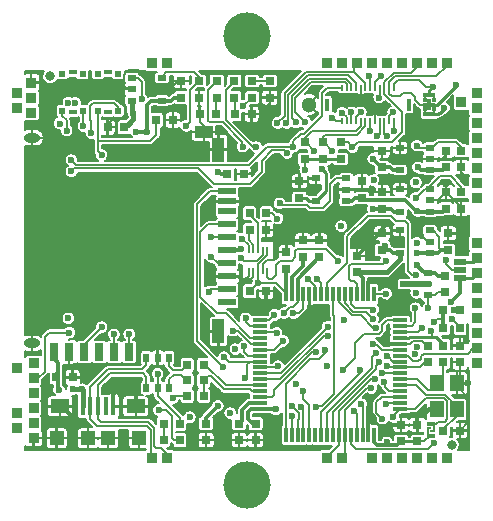
<source format=gtl>
G04 (created by PCBNEW (2013-jul-07)-stable) date su 14. joulukuuta 2014 12.55.15*
%MOIN*%
G04 Gerber Fmt 3.4, Leading zero omitted, Abs format*
%FSLAX34Y34*%
G01*
G70*
G90*
G04 APERTURE LIST*
%ADD10C,0.000787402*%
%ADD11R,0.0354X0.0354*%
%ADD12R,0.0314X0.0276*%
%ADD13R,0.0276X0.0314*%
%ADD14R,0.015748X0.0629921*%
%ADD15R,0.0472441X0.0472441*%
%ADD16R,0.0629921X0.0472441*%
%ADD17R,0.03X0.02*%
%ADD18R,0.0217X0.0236*%
%ADD19R,0.0276X0.0157*%
%ADD20R,0.0512X0.0118*%
%ADD21R,0.0118X0.0512*%
%ADD22R,0.00885827X0.023622*%
%ADD23R,0.02X0.03*%
%ADD24R,0.0472X0.0551*%
%ADD25C,0.0511811*%
%ADD26R,0.0591X0.0197*%
%ADD27R,0.0591X0.0236*%
%ADD28R,0.0315X0.0591*%
%ADD29O,0.0551181X0.0314961*%
%ADD30R,0.0393701X0.0787402*%
%ADD31R,0.0590551X0.0393701*%
%ADD32C,0.0315*%
%ADD33R,0.0433071X0.023622*%
%ADD34C,0.15748*%
%ADD35R,0.00905512X0.019685*%
%ADD36R,0.0149606X0.0433071*%
%ADD37R,0.019685X0.011811*%
%ADD38R,0.00787402X0.0354331*%
%ADD39R,0.00787402X0.00787402*%
%ADD40R,0.0433071X0.0177165*%
%ADD41R,0.011811X0.011811*%
%ADD42R,0.0433071X0.011811*%
%ADD43C,0.023622*%
%ADD44C,0.015748*%
%ADD45C,0.011811*%
%ADD46C,0.00787402*%
%ADD47C,0.00590551*%
%ADD48C,0.00984252*%
%ADD49C,0.019685*%
G04 APERTURE END LIST*
G54D10*
G54D11*
X73500Y-41250D03*
X73500Y-41750D03*
X73425Y-30893D03*
X73425Y-30393D03*
X73425Y-29893D03*
X73500Y-40250D03*
X73500Y-40750D03*
X73500Y-39750D03*
X73500Y-39250D03*
G54D12*
X81929Y-36102D03*
X81929Y-35550D03*
X80905Y-41259D03*
X80905Y-41811D03*
X86299Y-41850D03*
X86299Y-41298D03*
X84291Y-36220D03*
X84291Y-35668D03*
G54D13*
X87164Y-38661D03*
X87716Y-38661D03*
G54D12*
X85748Y-41850D03*
X85748Y-41298D03*
G54D13*
X81260Y-34803D03*
X80708Y-34803D03*
G54D12*
X87322Y-34920D03*
X87322Y-35472D03*
X87244Y-33542D03*
X87244Y-34094D03*
X87244Y-32164D03*
X87244Y-32716D03*
G54D13*
X80708Y-36850D03*
X81260Y-36850D03*
G54D12*
X85118Y-35472D03*
X85118Y-34920D03*
X85118Y-34094D03*
X85118Y-33542D03*
X85118Y-32716D03*
X85118Y-32164D03*
X79251Y-41811D03*
X79251Y-41259D03*
X80354Y-41259D03*
X80354Y-41811D03*
X82480Y-35709D03*
X82480Y-35157D03*
G54D13*
X87716Y-41496D03*
X87164Y-41496D03*
G54D12*
X78425Y-29842D03*
X78425Y-30394D03*
G54D13*
X87164Y-39212D03*
X87716Y-39212D03*
X76524Y-31385D03*
X75972Y-31385D03*
X74803Y-39724D03*
X74251Y-39724D03*
X79960Y-32952D03*
X80512Y-32952D03*
G54D12*
X79606Y-29842D03*
X79606Y-30394D03*
X80196Y-29842D03*
X80196Y-30394D03*
X80787Y-30394D03*
X80787Y-29842D03*
G54D13*
X77834Y-41811D03*
X78386Y-41811D03*
G54D14*
X76161Y-40688D03*
X75905Y-40688D03*
X75649Y-40688D03*
X75393Y-40688D03*
X75137Y-40688D03*
G54D15*
X75314Y-41751D03*
X75984Y-41751D03*
G54D16*
X74389Y-40688D03*
X76909Y-40688D03*
G54D15*
X74271Y-41751D03*
X77027Y-41751D03*
G54D17*
X85866Y-36614D03*
X86653Y-36988D03*
X86653Y-36240D03*
G54D12*
X87755Y-34094D03*
X87755Y-33542D03*
X87755Y-32716D03*
X87755Y-32164D03*
X87204Y-36890D03*
X87204Y-36338D03*
X86653Y-38661D03*
X86653Y-39213D03*
G54D13*
X78621Y-39311D03*
X79173Y-39311D03*
X78621Y-39822D03*
X79173Y-39822D03*
X79173Y-40334D03*
X78621Y-40334D03*
X79587Y-30944D03*
X79035Y-30944D03*
X80216Y-30944D03*
X80768Y-30944D03*
G54D12*
X81377Y-30394D03*
X81377Y-29842D03*
G54D13*
X80708Y-34251D03*
X81260Y-34251D03*
G54D12*
X83740Y-32441D03*
X83740Y-31889D03*
G54D13*
X78150Y-31141D03*
X77598Y-31141D03*
X87164Y-38070D03*
X87716Y-38070D03*
X87716Y-37480D03*
X87164Y-37480D03*
X77834Y-41259D03*
X78386Y-41259D03*
G54D12*
X79015Y-29842D03*
X79015Y-30394D03*
X82559Y-31889D03*
X82559Y-32441D03*
X83149Y-32441D03*
X83149Y-31889D03*
G54D18*
X74459Y-30836D03*
X75138Y-30836D03*
X74459Y-29596D03*
X75138Y-29596D03*
G54D19*
X74803Y-30875D03*
X74803Y-29557D03*
G54D20*
X85728Y-40177D03*
X85728Y-39980D03*
X85728Y-39783D03*
X85728Y-39586D03*
X85728Y-39389D03*
X85728Y-40767D03*
X85728Y-40571D03*
X85728Y-40374D03*
G54D21*
X84861Y-36948D03*
X84665Y-36948D03*
X84468Y-36948D03*
X84271Y-36948D03*
X84074Y-36948D03*
X83877Y-36948D03*
X83680Y-36948D03*
X83483Y-36948D03*
G54D20*
X81043Y-37815D03*
X81043Y-38011D03*
X81043Y-38208D03*
X81043Y-38405D03*
X81043Y-38602D03*
X81043Y-38799D03*
X81043Y-38996D03*
X81043Y-39193D03*
G54D21*
X81909Y-41634D03*
X82105Y-41634D03*
X82302Y-41634D03*
X82499Y-41634D03*
X82696Y-41634D03*
X82893Y-41634D03*
X83090Y-41634D03*
X83287Y-41634D03*
G54D20*
X85728Y-39193D03*
X85728Y-38996D03*
X85728Y-38799D03*
G54D21*
X83287Y-36948D03*
X83090Y-36948D03*
X82893Y-36948D03*
G54D20*
X81043Y-39389D03*
X81043Y-39586D03*
X81043Y-39783D03*
G54D21*
X83483Y-41634D03*
X83680Y-41634D03*
X83877Y-41634D03*
G54D20*
X85728Y-38602D03*
X85728Y-38405D03*
X85728Y-38208D03*
X85728Y-38011D03*
X85728Y-37815D03*
G54D21*
X82696Y-36948D03*
X82499Y-36948D03*
X82302Y-36948D03*
X82105Y-36948D03*
X81909Y-36948D03*
G54D20*
X81043Y-39980D03*
X81043Y-40177D03*
X81043Y-40374D03*
X81043Y-40571D03*
X81043Y-40767D03*
G54D21*
X84074Y-41634D03*
X84271Y-41634D03*
X84468Y-41634D03*
X84665Y-41634D03*
X84861Y-41634D03*
G54D22*
X81299Y-35472D03*
X81141Y-35472D03*
X80984Y-35472D03*
X80826Y-35472D03*
X80669Y-35472D03*
X80669Y-36181D03*
X80826Y-36181D03*
X80984Y-36181D03*
X81141Y-36181D03*
X81299Y-36181D03*
G54D23*
X78012Y-39066D03*
X77262Y-39066D03*
X77637Y-40066D03*
X77637Y-39066D03*
X77262Y-40066D03*
X78012Y-40066D03*
G54D24*
X87617Y-40787D03*
X87617Y-39921D03*
X86948Y-39921D03*
X86948Y-40787D03*
G54D11*
X87755Y-30551D03*
G54D25*
X82677Y-30629D03*
G54D26*
X79958Y-33521D03*
X79958Y-33856D03*
G54D27*
X79958Y-34190D03*
X79958Y-34623D03*
X79958Y-35056D03*
X79958Y-35490D03*
X79958Y-35923D03*
X79958Y-36356D03*
X79958Y-36789D03*
X79958Y-37222D03*
G54D28*
X76687Y-38876D03*
X76187Y-38876D03*
X74187Y-38876D03*
X75687Y-38876D03*
X75187Y-38876D03*
X74687Y-38876D03*
G54D29*
X73443Y-31731D03*
X73443Y-38581D03*
G54D30*
X79665Y-38188D03*
X79665Y-32125D03*
G54D31*
X79173Y-31535D03*
G54D17*
X86720Y-35571D03*
X86720Y-34821D03*
X85720Y-35571D03*
X86720Y-35196D03*
X85720Y-34821D03*
X86720Y-34193D03*
X86720Y-33443D03*
X85720Y-34193D03*
X86720Y-33818D03*
X85720Y-33443D03*
X86720Y-32815D03*
X86720Y-32065D03*
X85720Y-32815D03*
X86720Y-32440D03*
X85720Y-32065D03*
X76783Y-29743D03*
X76783Y-30493D03*
X77783Y-29743D03*
X76783Y-30118D03*
X77783Y-30493D03*
G54D32*
X74055Y-29685D03*
X87440Y-41968D03*
G54D12*
X84448Y-33188D03*
X84448Y-33740D03*
X82362Y-33740D03*
X82362Y-33188D03*
G54D11*
X88268Y-36252D03*
X88268Y-35752D03*
X88268Y-35252D03*
X87268Y-42402D03*
X86768Y-42402D03*
X87268Y-29252D03*
X88268Y-31752D03*
X88268Y-31252D03*
X83768Y-42402D03*
X83268Y-42402D03*
X88268Y-33752D03*
X85768Y-29252D03*
X88268Y-32752D03*
X88268Y-32252D03*
X88268Y-33252D03*
X85768Y-42402D03*
X85268Y-42402D03*
X84768Y-29252D03*
X83768Y-29252D03*
X84268Y-29252D03*
X88268Y-30752D03*
X88268Y-30252D03*
X85268Y-29252D03*
X86268Y-42402D03*
X86768Y-29252D03*
G54D17*
X83925Y-33839D03*
X83925Y-33089D03*
X82925Y-33839D03*
X83925Y-33464D03*
X82925Y-33089D03*
G54D11*
X84768Y-42402D03*
X72953Y-30252D03*
X72953Y-30752D03*
X88268Y-37752D03*
X72953Y-40901D03*
X72953Y-41401D03*
X86268Y-29252D03*
X83268Y-29252D03*
X88268Y-36752D03*
X88268Y-37252D03*
G54D33*
X87716Y-36417D03*
X87716Y-36141D03*
X87716Y-35866D03*
G54D34*
X80610Y-28346D03*
X80610Y-43307D03*
G54D35*
X83779Y-31177D03*
X83937Y-31177D03*
X84094Y-31177D03*
X84251Y-31177D03*
X84409Y-31177D03*
X84566Y-31177D03*
X84724Y-31177D03*
X84881Y-31177D03*
X85039Y-31177D03*
X85196Y-31177D03*
X85354Y-31177D03*
X85511Y-31177D03*
X85511Y-30082D03*
X85354Y-30082D03*
X85196Y-30082D03*
X85039Y-30082D03*
X84881Y-30082D03*
X84724Y-30082D03*
X84566Y-30082D03*
X84409Y-30082D03*
X84251Y-30082D03*
X84094Y-30082D03*
X83937Y-30082D03*
X83779Y-30082D03*
G54D36*
X86000Y-30629D03*
X83291Y-30629D03*
G54D12*
X83031Y-35709D03*
X83031Y-35157D03*
G54D18*
X76318Y-29596D03*
X75639Y-29596D03*
X76318Y-30836D03*
X75639Y-30836D03*
G54D19*
X75974Y-29557D03*
X75974Y-30875D03*
G54D11*
X77452Y-42401D03*
X77952Y-42401D03*
X88267Y-38251D03*
X88267Y-39251D03*
X88267Y-38751D03*
G54D37*
X86783Y-41661D03*
G54D38*
X86645Y-41543D03*
G54D39*
X86763Y-41523D03*
X86724Y-41405D03*
G54D38*
X86842Y-41385D03*
G54D37*
X86704Y-41267D03*
G54D11*
X77452Y-29251D03*
X72952Y-39401D03*
X77952Y-29251D03*
G54D40*
X86692Y-30324D03*
G54D41*
X86850Y-30472D03*
X86535Y-30472D03*
X86692Y-30511D03*
G54D42*
X86692Y-30629D03*
G54D41*
X86692Y-30748D03*
G54D40*
X86692Y-30935D03*
G54D41*
X86850Y-30787D03*
X86535Y-30787D03*
G54D43*
X74803Y-40118D03*
X75118Y-40118D03*
X77283Y-31535D03*
X76929Y-31527D03*
X77637Y-39606D03*
X76830Y-30905D03*
X86314Y-32720D03*
X86299Y-34173D03*
X86291Y-35972D03*
X86291Y-35570D03*
X83464Y-31062D03*
X80444Y-35094D03*
X86232Y-37417D03*
X86255Y-36901D03*
X74370Y-31259D03*
X86244Y-33224D03*
X87188Y-30736D03*
X86692Y-36614D03*
X75767Y-32311D03*
X86862Y-41909D03*
X82429Y-40692D03*
X77114Y-30456D03*
X77677Y-40807D03*
X78590Y-31334D03*
X82480Y-40185D03*
X86665Y-37413D03*
X81822Y-38500D03*
X86248Y-33732D03*
X80523Y-38685D03*
X86283Y-31996D03*
X80141Y-38161D03*
X85297Y-39330D03*
X81702Y-33921D03*
X74661Y-37751D03*
X79854Y-39047D03*
X80543Y-39732D03*
X83803Y-39460D03*
X85255Y-36933D03*
X85259Y-40622D03*
X85286Y-39017D03*
X84834Y-33145D03*
X81602Y-38240D03*
X74763Y-32480D03*
X83307Y-38031D03*
X82165Y-32027D03*
X82559Y-31220D03*
X83307Y-38346D03*
X81948Y-32244D03*
X74763Y-32854D03*
X85236Y-35846D03*
X86259Y-36318D03*
X80492Y-30669D03*
X82925Y-40712D03*
X81653Y-39350D03*
X86279Y-35236D03*
X80570Y-37751D03*
X82165Y-37578D03*
X83283Y-39330D03*
X85185Y-39870D03*
X81850Y-37578D03*
X85488Y-41027D03*
X82259Y-39940D03*
X80228Y-38779D03*
X83759Y-34685D03*
X80433Y-35740D03*
X84881Y-39783D03*
X83444Y-32165D03*
X82854Y-32165D03*
X83661Y-35846D03*
X84763Y-40078D03*
X87433Y-37196D03*
X84814Y-34122D03*
X80413Y-35433D03*
X79665Y-32874D03*
X84822Y-32440D03*
X79645Y-40669D03*
X86811Y-30039D03*
X83118Y-32790D03*
X80472Y-32027D03*
X84192Y-40846D03*
X84429Y-40610D03*
X80925Y-32047D03*
X74696Y-38228D03*
X81633Y-31240D03*
X82933Y-38877D03*
X81929Y-31240D03*
X83228Y-38799D03*
X84960Y-31673D03*
X82125Y-41003D03*
X82952Y-36437D03*
X85078Y-29665D03*
X84685Y-29685D03*
X82637Y-36437D03*
X81531Y-37641D03*
X84094Y-30885D03*
X83858Y-37814D03*
X84389Y-39488D03*
X82244Y-31220D03*
X85019Y-30393D03*
X84921Y-38917D03*
X84409Y-30885D03*
X85030Y-39202D03*
X84803Y-38622D03*
X84704Y-31515D03*
X82122Y-40685D03*
X79830Y-39389D03*
X76181Y-38287D03*
X76692Y-38287D03*
X75767Y-38051D03*
X74350Y-40137D03*
X79350Y-36862D03*
X84822Y-37775D03*
X85531Y-31496D03*
X79421Y-35027D03*
X85492Y-30885D03*
X84921Y-38070D03*
X79421Y-35700D03*
X84822Y-37460D03*
X85275Y-31673D03*
X85118Y-39566D03*
X84133Y-32047D03*
X87590Y-29960D03*
X83787Y-30897D03*
X87992Y-39921D03*
X87933Y-38503D03*
X75291Y-30413D03*
X84409Y-30362D03*
X74933Y-39354D03*
X79165Y-34393D03*
X87905Y-33035D03*
X86488Y-34480D03*
X87244Y-33267D03*
X80484Y-31322D03*
X81574Y-35669D03*
X81889Y-38110D03*
X79606Y-38818D03*
X76751Y-40188D03*
X76771Y-39881D03*
X77637Y-38622D03*
X79405Y-36358D03*
X78118Y-31523D03*
X86287Y-40968D03*
X81374Y-41078D03*
X80106Y-32027D03*
X84814Y-33484D03*
X81141Y-37244D03*
X74818Y-41062D03*
X85204Y-38566D03*
X85287Y-36566D03*
X85291Y-34598D03*
X80846Y-32795D03*
X84763Y-41141D03*
X85393Y-41299D03*
X86224Y-38956D03*
X86279Y-38692D03*
X74889Y-30566D03*
X74665Y-30566D03*
X80059Y-40917D03*
X78708Y-41047D03*
X75161Y-31350D03*
X86452Y-38074D03*
X81633Y-34425D03*
X87263Y-35818D03*
X87503Y-37484D03*
X87440Y-37775D03*
X86842Y-37866D03*
X85133Y-41094D03*
X75433Y-31582D03*
X74606Y-31492D03*
X82559Y-32795D03*
X78137Y-40413D03*
X86759Y-38161D03*
X85208Y-35330D03*
X80984Y-36574D03*
X81574Y-40787D03*
X85275Y-41889D03*
G54D44*
X75137Y-40688D02*
X75137Y-40137D01*
X75137Y-40137D02*
X75118Y-40118D01*
X74803Y-40118D02*
X75118Y-40118D01*
G54D45*
X77283Y-31535D02*
X76937Y-31535D01*
X77420Y-30493D02*
X77283Y-30629D01*
X77283Y-30629D02*
X77283Y-31535D01*
X77783Y-30493D02*
X77420Y-30493D01*
X76937Y-31535D02*
X76929Y-31527D01*
G54D46*
X77637Y-40066D02*
X77637Y-39606D01*
X78386Y-41259D02*
X78386Y-41083D01*
X77637Y-40334D02*
X77637Y-40066D01*
X78386Y-41083D02*
X77637Y-40334D01*
G54D45*
X78425Y-30394D02*
X78188Y-30394D01*
X78089Y-30493D02*
X77783Y-30493D01*
X78188Y-30394D02*
X78089Y-30493D01*
G54D47*
X76830Y-30905D02*
X76830Y-31079D01*
X76830Y-31079D02*
X76524Y-31385D01*
G54D44*
X76830Y-30905D02*
X76830Y-31122D01*
X76783Y-30858D02*
X76830Y-30905D01*
X76783Y-30493D02*
X76783Y-30858D01*
X76643Y-31309D02*
X76526Y-31309D01*
X76830Y-31122D02*
X76643Y-31309D01*
G54D45*
X86720Y-32815D02*
X86410Y-32815D01*
X86410Y-32815D02*
X86314Y-32720D01*
X86299Y-34173D02*
X86248Y-34173D01*
X86319Y-34193D02*
X86299Y-34173D01*
X86720Y-34193D02*
X86319Y-34193D01*
X84527Y-33818D02*
X84448Y-33740D01*
X85893Y-33818D02*
X84527Y-33818D01*
X86248Y-34173D02*
X85893Y-33818D01*
X83925Y-33839D02*
X84125Y-33839D01*
X84125Y-33839D02*
X84224Y-33740D01*
X84224Y-33740D02*
X84448Y-33740D01*
X86535Y-36240D02*
X86291Y-35996D01*
X86291Y-35996D02*
X86291Y-35972D01*
X86535Y-36240D02*
X86653Y-36240D01*
X86720Y-35571D02*
X86292Y-35571D01*
X86292Y-35571D02*
X86291Y-35570D01*
X86720Y-32815D02*
X87145Y-32815D01*
X87145Y-32815D02*
X87244Y-32716D01*
X86720Y-34193D02*
X87145Y-34193D01*
X87145Y-34193D02*
X87244Y-34094D01*
G54D46*
X83779Y-31177D02*
X83578Y-31177D01*
X83578Y-31177D02*
X83464Y-31062D01*
X86720Y-34821D02*
X86810Y-34821D01*
X87027Y-35414D02*
X87086Y-35472D01*
X87027Y-35039D02*
X87027Y-35414D01*
X86810Y-34821D02*
X87027Y-35039D01*
X87086Y-35472D02*
X87322Y-35472D01*
G54D45*
X86653Y-36240D02*
X86870Y-36240D01*
X86968Y-36338D02*
X87204Y-36338D01*
X86870Y-36240D02*
X86968Y-36338D01*
X86720Y-35571D02*
X86987Y-35571D01*
X87086Y-35472D02*
X87322Y-35472D01*
X86987Y-35571D02*
X87086Y-35472D01*
G54D47*
X80708Y-34251D02*
X80708Y-34310D01*
X80984Y-34586D02*
X80984Y-35472D01*
X80708Y-34310D02*
X80984Y-34586D01*
X85728Y-38011D02*
X86110Y-38011D01*
X80669Y-35318D02*
X80444Y-35094D01*
X80669Y-35318D02*
X80669Y-35472D01*
X86232Y-37889D02*
X86232Y-37417D01*
X86110Y-38011D02*
X86232Y-37889D01*
X86850Y-30787D02*
X86850Y-30877D01*
X86793Y-30935D02*
X86692Y-30935D01*
X86850Y-30877D02*
X86793Y-30935D01*
X86535Y-30787D02*
X86535Y-30921D01*
X86549Y-30935D02*
X86692Y-30935D01*
X86535Y-30921D02*
X86549Y-30935D01*
G54D48*
X87047Y-30905D02*
X87019Y-30905D01*
X87188Y-30763D02*
X87047Y-30905D01*
X87188Y-30736D02*
X87188Y-30763D01*
X86990Y-30935D02*
X86692Y-30935D01*
X87019Y-30905D02*
X86990Y-30935D01*
G54D49*
X85866Y-36614D02*
X86692Y-36614D01*
G54D47*
X75639Y-31850D02*
X76039Y-31850D01*
X77397Y-31850D02*
X76039Y-31850D01*
X77598Y-31650D02*
X77397Y-31850D01*
X77598Y-31650D02*
X77598Y-31141D01*
X75639Y-31850D02*
X75649Y-31850D01*
X75649Y-31850D02*
X75639Y-31850D01*
X75639Y-32182D02*
X75639Y-31850D01*
X75639Y-31850D02*
X75639Y-30836D01*
X75767Y-32311D02*
X75639Y-32182D01*
X75639Y-31450D02*
X75639Y-30836D01*
X84074Y-41948D02*
X84242Y-42116D01*
X84242Y-42116D02*
X86655Y-42116D01*
X86655Y-42116D02*
X86862Y-41909D01*
X84074Y-41634D02*
X84074Y-41948D01*
X82499Y-41634D02*
X82499Y-40763D01*
X82499Y-40763D02*
X82429Y-40692D01*
X78386Y-41811D02*
X78188Y-41811D01*
X76983Y-29743D02*
X76783Y-29743D01*
X77110Y-29870D02*
X76983Y-29743D01*
X77110Y-30452D02*
X77110Y-29870D01*
X77114Y-30456D02*
X77110Y-30452D01*
X77929Y-40807D02*
X77677Y-40807D01*
X78118Y-40995D02*
X77929Y-40807D01*
X78118Y-41740D02*
X78118Y-40995D01*
X78188Y-41811D02*
X78118Y-41740D01*
X79015Y-29842D02*
X79008Y-29842D01*
X78590Y-31334D02*
X78716Y-31208D01*
X82480Y-40425D02*
X82480Y-40185D01*
X82696Y-40641D02*
X82480Y-40425D01*
X82696Y-40641D02*
X82696Y-41634D01*
X78720Y-31204D02*
X78716Y-31208D01*
X78720Y-30129D02*
X78720Y-31204D01*
X79008Y-29842D02*
X78720Y-30129D01*
X79015Y-29842D02*
X79015Y-29704D01*
X77783Y-29692D02*
X77783Y-29743D01*
X77925Y-29551D02*
X77783Y-29692D01*
X78862Y-29551D02*
X77925Y-29551D01*
X79015Y-29704D02*
X78862Y-29551D01*
X87204Y-36890D02*
X86983Y-36890D01*
X86885Y-36988D02*
X86653Y-36988D01*
X86983Y-36890D02*
X86885Y-36988D01*
X81043Y-38799D02*
X81523Y-38799D01*
X86653Y-37401D02*
X86653Y-36988D01*
X86665Y-37413D02*
X86653Y-37401D01*
X81523Y-38799D02*
X81822Y-38500D01*
X86720Y-33443D02*
X86720Y-33350D01*
X87055Y-33015D02*
X87409Y-33015D01*
X86720Y-33350D02*
X87055Y-33015D01*
X81043Y-38996D02*
X80638Y-38996D01*
X86536Y-33443D02*
X86720Y-33443D01*
X86248Y-33732D02*
X86536Y-33443D01*
X80523Y-38881D02*
X80523Y-38685D01*
X80638Y-38996D02*
X80523Y-38881D01*
X87755Y-33362D02*
X87755Y-33542D01*
X87409Y-33015D02*
X87755Y-33362D01*
X86720Y-32065D02*
X86792Y-32065D01*
X86968Y-31889D02*
X87598Y-31889D01*
X86792Y-32065D02*
X86968Y-31889D01*
X81043Y-38602D02*
X80758Y-38602D01*
X86353Y-32065D02*
X86720Y-32065D01*
X86283Y-31996D02*
X86353Y-32065D01*
X80317Y-38161D02*
X80141Y-38161D01*
X80758Y-38602D02*
X80317Y-38161D01*
X87755Y-32047D02*
X87755Y-32164D01*
X87598Y-31889D02*
X87755Y-32047D01*
X86653Y-39213D02*
X86554Y-39213D01*
X86378Y-39389D02*
X85728Y-39389D01*
X86554Y-39213D02*
X86378Y-39389D01*
X85356Y-39389D02*
X85297Y-39330D01*
X85728Y-39389D02*
X85356Y-39389D01*
X83578Y-33089D02*
X83925Y-33089D01*
X83387Y-33280D02*
X83578Y-33089D01*
X83387Y-33842D02*
X83387Y-33280D01*
X83165Y-34065D02*
X83387Y-33842D01*
X82710Y-34065D02*
X83165Y-34065D01*
X82629Y-33984D02*
X82710Y-34065D01*
X81765Y-33984D02*
X82629Y-33984D01*
X81702Y-33921D02*
X81765Y-33984D01*
X81043Y-39193D02*
X80000Y-39193D01*
X80000Y-39193D02*
X79854Y-39047D01*
X80704Y-39193D02*
X81043Y-39193D01*
X80622Y-39275D02*
X80704Y-39193D01*
X80622Y-39653D02*
X80622Y-39275D01*
X80543Y-39732D02*
X80622Y-39653D01*
X85275Y-37815D02*
X85728Y-37815D01*
X85129Y-37960D02*
X85275Y-37815D01*
X85129Y-38161D02*
X85129Y-37960D01*
X85011Y-38279D02*
X85129Y-38161D01*
X84503Y-38279D02*
X85011Y-38279D01*
X84204Y-38578D02*
X84503Y-38279D01*
X84204Y-39059D02*
X84204Y-38578D01*
X83803Y-39460D02*
X84204Y-39059D01*
X85240Y-36948D02*
X84861Y-36948D01*
X85255Y-36933D02*
X85240Y-36948D01*
X85728Y-40571D02*
X85310Y-40571D01*
X85310Y-40571D02*
X85259Y-40622D01*
X85728Y-39193D02*
X85484Y-39193D01*
X85308Y-39017D02*
X85286Y-39017D01*
X85484Y-39193D02*
X85308Y-39017D01*
X85286Y-39017D02*
X85293Y-39024D01*
X81570Y-38208D02*
X81043Y-38208D01*
X81602Y-38240D02*
X81570Y-38208D01*
X82165Y-32027D02*
X81279Y-32027D01*
X74921Y-32637D02*
X74763Y-32480D01*
X80669Y-32637D02*
X74921Y-32637D01*
X81279Y-32027D02*
X80669Y-32637D01*
X83779Y-30082D02*
X83283Y-30082D01*
X81752Y-39586D02*
X81043Y-39586D01*
X83307Y-38031D02*
X81752Y-39586D01*
X82165Y-31830D02*
X82165Y-32027D01*
X82401Y-31594D02*
X82165Y-31830D01*
X82529Y-31594D02*
X82401Y-31594D01*
X83110Y-31014D02*
X82529Y-31594D01*
X83110Y-30255D02*
X83110Y-31014D01*
X83283Y-30082D02*
X83110Y-30255D01*
X83937Y-29940D02*
X83937Y-30082D01*
X83877Y-29881D02*
X83937Y-29940D01*
X82736Y-29881D02*
X83877Y-29881D01*
X82224Y-30393D02*
X82736Y-29881D01*
X82224Y-30885D02*
X82224Y-30393D01*
X82559Y-31220D02*
X82224Y-30885D01*
X81722Y-39783D02*
X81043Y-39783D01*
X83178Y-38326D02*
X81722Y-39783D01*
X83287Y-38326D02*
X83178Y-38326D01*
X83307Y-38346D02*
X83287Y-38326D01*
X81850Y-32145D02*
X81948Y-32244D01*
X81456Y-32145D02*
X81850Y-32145D01*
X81102Y-32500D02*
X81456Y-32145D01*
X81102Y-32874D02*
X81102Y-32500D01*
X80708Y-33267D02*
X81102Y-32874D01*
X79507Y-33267D02*
X80708Y-33267D01*
X78996Y-32755D02*
X79507Y-33267D01*
X74862Y-32755D02*
X78996Y-32755D01*
X74763Y-32854D02*
X74862Y-32755D01*
X84271Y-36614D02*
X84271Y-36948D01*
X84173Y-36515D02*
X84271Y-36614D01*
X84094Y-36515D02*
X84173Y-36515D01*
X84015Y-36437D02*
X84094Y-36515D01*
X84015Y-36023D02*
X84015Y-36437D01*
X84094Y-35944D02*
X84015Y-36023D01*
X85137Y-35944D02*
X84094Y-35944D01*
X85236Y-35846D02*
X85137Y-35944D01*
X83287Y-36948D02*
X83287Y-36584D01*
X86122Y-36318D02*
X86259Y-36318D01*
X85984Y-36181D02*
X86122Y-36318D01*
X85984Y-34606D02*
X85984Y-36181D01*
X85885Y-34507D02*
X85984Y-34606D01*
X85590Y-34507D02*
X85885Y-34507D01*
X85413Y-34330D02*
X85590Y-34507D01*
X84645Y-34330D02*
X85413Y-34330D01*
X83956Y-35019D02*
X84645Y-34330D01*
X83956Y-35915D02*
X83956Y-35019D01*
X83287Y-36584D02*
X83956Y-35915D01*
X80767Y-30394D02*
X80787Y-30394D01*
X80492Y-30669D02*
X80767Y-30394D01*
X83483Y-37653D02*
X83483Y-36948D01*
X83519Y-37688D02*
X83483Y-37653D01*
X83519Y-40269D02*
X83519Y-37688D01*
X83124Y-40665D02*
X83519Y-40269D01*
X82972Y-40665D02*
X83124Y-40665D01*
X82925Y-40712D02*
X82972Y-40665D01*
X81614Y-39389D02*
X81043Y-39389D01*
X81653Y-39350D02*
X81614Y-39389D01*
X81043Y-38011D02*
X80700Y-38011D01*
X80570Y-37881D02*
X80570Y-37751D01*
X80700Y-38011D02*
X80570Y-37881D01*
X82499Y-36948D02*
X82499Y-37441D01*
X82362Y-37578D02*
X82165Y-37578D01*
X82499Y-37441D02*
X82362Y-37578D01*
X85185Y-39870D02*
X85200Y-39885D01*
X85200Y-39885D02*
X85200Y-40031D01*
X85200Y-40031D02*
X85346Y-40177D01*
X85728Y-40177D02*
X85346Y-40177D01*
G54D45*
X82302Y-36948D02*
X82302Y-36433D01*
X83027Y-35709D02*
X83031Y-35709D01*
X82302Y-36433D02*
X83027Y-35709D01*
G54D47*
X82302Y-36948D02*
X82302Y-37224D01*
X82066Y-37362D02*
X81850Y-37578D01*
X82165Y-37362D02*
X82066Y-37362D01*
X82302Y-37224D02*
X82165Y-37362D01*
X86763Y-41523D02*
X86834Y-41523D01*
X86842Y-41515D02*
X86842Y-41385D01*
X86834Y-41523D02*
X86842Y-41515D01*
X86704Y-41267D02*
X86842Y-41267D01*
X86842Y-41267D02*
X86842Y-41385D01*
X85492Y-41004D02*
X85728Y-40767D01*
X85492Y-41023D02*
X85492Y-41004D01*
X85488Y-41027D02*
X85492Y-41023D01*
X86704Y-41267D02*
X86905Y-41267D01*
X86905Y-41267D02*
X86976Y-41196D01*
X86976Y-41196D02*
X87204Y-41196D01*
X87204Y-41196D02*
X87283Y-41118D01*
X87283Y-41118D02*
X87283Y-40507D01*
X87283Y-40507D02*
X87187Y-40411D01*
X87187Y-40411D02*
X86584Y-40411D01*
X86584Y-40411D02*
X86228Y-40767D01*
X86228Y-40767D02*
X85728Y-40767D01*
X83680Y-41634D02*
X83680Y-41976D01*
X83268Y-42389D02*
X83268Y-42402D01*
X83680Y-41976D02*
X83268Y-42389D01*
X81141Y-35633D02*
X81141Y-35472D01*
X80940Y-35834D02*
X81141Y-35633D01*
X80527Y-35834D02*
X80940Y-35834D01*
X80433Y-35740D02*
X80527Y-35834D01*
X83680Y-40836D02*
X83680Y-41634D01*
X84773Y-39744D02*
X83680Y-40836D01*
X84842Y-39744D02*
X84773Y-39744D01*
X84881Y-39783D02*
X84842Y-39744D01*
X83149Y-31889D02*
X83168Y-31889D01*
X83168Y-31889D02*
X83444Y-32165D01*
X84566Y-31177D02*
X84566Y-31348D01*
X83149Y-31692D02*
X83149Y-31889D01*
X83208Y-31633D02*
X83149Y-31692D01*
X84281Y-31633D02*
X83208Y-31633D01*
X84566Y-31348D02*
X84281Y-31633D01*
X81712Y-35826D02*
X82102Y-35826D01*
X81712Y-35826D02*
X81574Y-35964D01*
X81574Y-35964D02*
X81574Y-36318D01*
X81574Y-36318D02*
X81456Y-36437D01*
X81456Y-36437D02*
X81358Y-36437D01*
X81358Y-36437D02*
X81299Y-36377D01*
X81299Y-36181D02*
X81299Y-36377D01*
X83248Y-35433D02*
X83661Y-35846D01*
X82291Y-35433D02*
X83248Y-35433D01*
X82204Y-35519D02*
X82291Y-35433D01*
X82204Y-35724D02*
X82204Y-35519D01*
X82102Y-35826D02*
X82204Y-35724D01*
X83877Y-41634D02*
X83877Y-42292D01*
X83877Y-42292D02*
X83768Y-42402D01*
X82578Y-31889D02*
X82559Y-31889D01*
X82854Y-32165D02*
X82578Y-31889D01*
X83877Y-41634D02*
X83877Y-40806D01*
X83661Y-35846D02*
X83641Y-35826D01*
X84605Y-40078D02*
X84763Y-40078D01*
X83877Y-40806D02*
X84605Y-40078D01*
X84409Y-31177D02*
X84409Y-31338D01*
X82559Y-31732D02*
X82559Y-31889D01*
X82779Y-31511D02*
X82559Y-31732D01*
X84236Y-31511D02*
X82779Y-31511D01*
X84409Y-31338D02*
X84236Y-31511D01*
G54D45*
X87433Y-37196D02*
X87716Y-36913D01*
X87716Y-36417D02*
X87716Y-36913D01*
X84842Y-34094D02*
X85118Y-34094D01*
X84814Y-34122D02*
X84842Y-34094D01*
X79958Y-35490D02*
X80355Y-35490D01*
X80355Y-35490D02*
X80413Y-35433D01*
X79960Y-32952D02*
X79744Y-32952D01*
X79744Y-32952D02*
X79665Y-32874D01*
G54D48*
X87716Y-36417D02*
X88102Y-36417D01*
X88102Y-36417D02*
X88268Y-36252D01*
G54D45*
X85720Y-34193D02*
X85532Y-34193D01*
X85532Y-34193D02*
X85433Y-34094D01*
X85433Y-34094D02*
X85118Y-34094D01*
G54D48*
X85098Y-32716D02*
X85118Y-32716D01*
X85098Y-32716D02*
X84822Y-32440D01*
X87716Y-35866D02*
X88153Y-35866D01*
X88153Y-35866D02*
X88268Y-35752D01*
G54D45*
X79251Y-41259D02*
X79251Y-41062D01*
X79251Y-41062D02*
X79645Y-40669D01*
X85720Y-32815D02*
X85473Y-32815D01*
X85374Y-32716D02*
X85118Y-32716D01*
X85473Y-32815D02*
X85374Y-32716D01*
G54D47*
X86850Y-30472D02*
X86850Y-30354D01*
X86820Y-30324D02*
X86692Y-30324D01*
X86850Y-30354D02*
X86820Y-30324D01*
X86535Y-30472D02*
X86535Y-30330D01*
X86541Y-30324D02*
X86692Y-30324D01*
X86535Y-30330D02*
X86541Y-30324D01*
X86255Y-29807D02*
X86354Y-29807D01*
X85638Y-29807D02*
X86255Y-29807D01*
X85511Y-29934D02*
X85638Y-29807D01*
X85511Y-30082D02*
X85511Y-29934D01*
X86586Y-30039D02*
X86811Y-30039D01*
X86354Y-29807D02*
X86586Y-30039D01*
G54D48*
X86692Y-30324D02*
X86692Y-30157D01*
X86811Y-30039D02*
X86692Y-30157D01*
X82362Y-33740D02*
X82574Y-33740D01*
X82673Y-33839D02*
X82925Y-33839D01*
X82574Y-33740D02*
X82673Y-33839D01*
X83250Y-33514D02*
X82925Y-33839D01*
X83250Y-32922D02*
X83250Y-33514D01*
X83118Y-32790D02*
X83250Y-32922D01*
G54D47*
X84271Y-41634D02*
X84271Y-40925D01*
X79311Y-30137D02*
X79606Y-29842D01*
X79311Y-31161D02*
X79311Y-30137D01*
X79370Y-31220D02*
X79311Y-31161D01*
X79813Y-31220D02*
X79370Y-31220D01*
X80452Y-31859D02*
X79813Y-31220D01*
X80452Y-32007D02*
X80452Y-31859D01*
X80472Y-32027D02*
X80452Y-32007D01*
X84271Y-40925D02*
X84192Y-40846D01*
X80196Y-29842D02*
X80196Y-29862D01*
X84468Y-40649D02*
X84468Y-41634D01*
X84429Y-40610D02*
X84468Y-40649D01*
X80807Y-32047D02*
X80925Y-32047D01*
X79901Y-31141D02*
X80807Y-32047D01*
X79901Y-30157D02*
X79901Y-31141D01*
X80196Y-29862D02*
X79901Y-30157D01*
X73500Y-39750D02*
X73655Y-39750D01*
X74019Y-38228D02*
X74696Y-38228D01*
X73877Y-38370D02*
X74019Y-38228D01*
X73877Y-39527D02*
X73877Y-38370D01*
X73655Y-39750D02*
X73877Y-39527D01*
X79958Y-34623D02*
X79329Y-34623D01*
X80728Y-38405D02*
X81043Y-38405D01*
X79905Y-37582D02*
X80728Y-38405D01*
X79618Y-37582D02*
X79905Y-37582D01*
X79066Y-37031D02*
X79618Y-37582D01*
X79066Y-34885D02*
X79066Y-37031D01*
X79329Y-34623D02*
X79066Y-34885D01*
X84192Y-29527D02*
X84192Y-29327D01*
X84192Y-29327D02*
X84268Y-29252D01*
X84566Y-29901D02*
X84192Y-29527D01*
X84192Y-29527D02*
X82589Y-29527D01*
X82589Y-29527D02*
X81870Y-30246D01*
X81870Y-30246D02*
X81870Y-31003D01*
X81870Y-31003D02*
X81633Y-31240D01*
X84566Y-30082D02*
X84566Y-29901D01*
X81436Y-40374D02*
X81043Y-40374D01*
X81515Y-40295D02*
X81436Y-40374D01*
X81515Y-40156D02*
X81515Y-40295D01*
X82814Y-38858D02*
X81515Y-40156D01*
X82913Y-38858D02*
X82814Y-38858D01*
X82933Y-38877D02*
X82913Y-38858D01*
X81909Y-41634D02*
X81909Y-39929D01*
X84251Y-29921D02*
X83975Y-29645D01*
X83975Y-29645D02*
X82638Y-29645D01*
X82638Y-29645D02*
X81988Y-30295D01*
X81988Y-30295D02*
X81988Y-31181D01*
X81988Y-31181D02*
X81929Y-31240D01*
X84251Y-29921D02*
X84251Y-30082D01*
X83228Y-38897D02*
X83228Y-38799D01*
X83011Y-39114D02*
X83228Y-38897D01*
X82725Y-39114D02*
X83011Y-39114D01*
X81909Y-39929D02*
X82725Y-39114D01*
X85039Y-31594D02*
X84960Y-31673D01*
X82125Y-41003D02*
X82105Y-41024D01*
X82105Y-41634D02*
X82105Y-41024D01*
X85039Y-31594D02*
X85039Y-31177D01*
X84881Y-30082D02*
X84881Y-29862D01*
X83090Y-36575D02*
X83090Y-36948D01*
X82952Y-36437D02*
X83090Y-36575D01*
X84881Y-29862D02*
X85078Y-29665D01*
X82893Y-36948D02*
X82893Y-36673D01*
X84724Y-29724D02*
X84724Y-30082D01*
X84685Y-29685D02*
X84724Y-29724D01*
X82657Y-36437D02*
X82637Y-36437D01*
X82893Y-36673D02*
X82657Y-36437D01*
X81357Y-37815D02*
X81043Y-37815D01*
X81531Y-37641D02*
X81357Y-37815D01*
X84094Y-31177D02*
X84094Y-30885D01*
X83858Y-37814D02*
X83857Y-37815D01*
X84094Y-30082D02*
X84094Y-29931D01*
X83090Y-40865D02*
X83090Y-41634D01*
X84389Y-39566D02*
X83090Y-40865D01*
X84389Y-39488D02*
X84389Y-39566D01*
X82106Y-31082D02*
X82244Y-31220D01*
X82106Y-30344D02*
X82106Y-31082D01*
X82687Y-29763D02*
X82106Y-30344D01*
X83926Y-29763D02*
X82687Y-29763D01*
X84094Y-29931D02*
X83926Y-29763D01*
X83287Y-41634D02*
X83287Y-40895D01*
X85039Y-30374D02*
X85039Y-30082D01*
X85019Y-30393D02*
X85039Y-30374D01*
X84783Y-39055D02*
X84921Y-38917D01*
X84783Y-39399D02*
X84783Y-39055D01*
X83287Y-40895D02*
X84783Y-39399D01*
X84251Y-31043D02*
X84409Y-30885D01*
X85030Y-39202D02*
X84901Y-39350D01*
X84901Y-39350D02*
X84901Y-39448D01*
X84901Y-39448D02*
X83483Y-40866D01*
X83483Y-41634D02*
X83483Y-40866D01*
X84251Y-31043D02*
X84251Y-31177D01*
X84724Y-31177D02*
X84724Y-31357D01*
X85118Y-38799D02*
X85728Y-38799D01*
X84960Y-38641D02*
X85118Y-38799D01*
X84822Y-38641D02*
X84960Y-38641D01*
X84803Y-38622D02*
X84822Y-38641D01*
X84704Y-31377D02*
X84704Y-31515D01*
X84724Y-31357D02*
X84704Y-31377D01*
X79958Y-33521D02*
X79383Y-33521D01*
X82302Y-41153D02*
X82302Y-41634D01*
X82342Y-41114D02*
X82302Y-41153D01*
X82342Y-40905D02*
X82342Y-41114D01*
X82122Y-40685D02*
X82342Y-40905D01*
X78948Y-38507D02*
X79830Y-39389D01*
X78948Y-33956D02*
X78948Y-38507D01*
X79383Y-33521D02*
X78948Y-33956D01*
X76187Y-38294D02*
X76187Y-38876D01*
X76181Y-38287D02*
X76187Y-38294D01*
X76687Y-38292D02*
X76687Y-38876D01*
X76692Y-38287D02*
X76687Y-38292D01*
X75187Y-38631D02*
X75187Y-38876D01*
X75767Y-38051D02*
X75187Y-38631D01*
G54D45*
X74251Y-39724D02*
X74251Y-39626D01*
X74187Y-39089D02*
X74187Y-38876D01*
X74330Y-39232D02*
X74187Y-39089D01*
X74330Y-39547D02*
X74330Y-39232D01*
X74251Y-39626D02*
X74330Y-39547D01*
X74330Y-39803D02*
X74251Y-39724D01*
X74330Y-40118D02*
X74330Y-39803D01*
X74350Y-40137D02*
X74330Y-40118D01*
G54D47*
X79958Y-36789D02*
X79422Y-36789D01*
X79422Y-36789D02*
X79350Y-36862D01*
X85511Y-31177D02*
X85511Y-31476D01*
X83877Y-37253D02*
X83877Y-36948D01*
X84163Y-37539D02*
X83877Y-37253D01*
X84586Y-37539D02*
X84163Y-37539D01*
X84822Y-37775D02*
X84586Y-37539D01*
X85511Y-31476D02*
X85531Y-31496D01*
X79958Y-35056D02*
X79450Y-35056D01*
X79450Y-35056D02*
X79421Y-35027D01*
X83680Y-36948D02*
X83680Y-37223D01*
X85354Y-31023D02*
X85354Y-31177D01*
X85492Y-30885D02*
X85354Y-31023D01*
X84822Y-38070D02*
X84921Y-38070D01*
X84409Y-37657D02*
X84822Y-38070D01*
X84114Y-37657D02*
X84409Y-37657D01*
X83680Y-37223D02*
X84114Y-37657D01*
X79958Y-35923D02*
X79644Y-35923D01*
X79644Y-35923D02*
X79421Y-35700D01*
X85196Y-31177D02*
X85196Y-31594D01*
X84074Y-37283D02*
X84074Y-36948D01*
X84212Y-37421D02*
X84074Y-37283D01*
X84783Y-37421D02*
X84212Y-37421D01*
X84822Y-37460D02*
X84783Y-37421D01*
X85196Y-31594D02*
X85275Y-31673D01*
G54D46*
X87164Y-41496D02*
X87164Y-41457D01*
X87617Y-41004D02*
X87617Y-40787D01*
X87164Y-41457D02*
X87617Y-41004D01*
X87617Y-40787D02*
X87617Y-40688D01*
X86259Y-39980D02*
X85728Y-39980D01*
X86582Y-40303D02*
X86259Y-39980D01*
X87232Y-40303D02*
X86582Y-40303D01*
X87617Y-40688D02*
X87232Y-40303D01*
X87164Y-39212D02*
X87164Y-39370D01*
X87145Y-39724D02*
X86948Y-39921D01*
X87145Y-39389D02*
X87145Y-39724D01*
X87164Y-39370D02*
X87145Y-39389D01*
X85728Y-39783D02*
X86299Y-39783D01*
X86732Y-40137D02*
X86948Y-39921D01*
X86653Y-40137D02*
X86732Y-40137D01*
X86299Y-39783D02*
X86653Y-40137D01*
G54D47*
X86268Y-29252D02*
X86268Y-29379D01*
X85196Y-29874D02*
X85196Y-30082D01*
X85500Y-29571D02*
X85196Y-29874D01*
X86076Y-29571D02*
X85500Y-29571D01*
X86268Y-29379D02*
X86076Y-29571D01*
X85137Y-39586D02*
X85118Y-39566D01*
X85137Y-39586D02*
X85728Y-39586D01*
X84133Y-32047D02*
X84153Y-32047D01*
X84153Y-32047D02*
X84311Y-31889D01*
X84311Y-31889D02*
X85452Y-31889D01*
X85452Y-31889D02*
X85787Y-31555D01*
X85787Y-31555D02*
X85787Y-30864D01*
X85787Y-30864D02*
X85196Y-30273D01*
X85196Y-30273D02*
X85196Y-30082D01*
X83740Y-31889D02*
X83975Y-31889D01*
X83975Y-31889D02*
X84133Y-32047D01*
G54D46*
X79173Y-39311D02*
X79232Y-39311D01*
X79901Y-39980D02*
X81043Y-39980D01*
X79232Y-39311D02*
X79901Y-39980D01*
X79173Y-40334D02*
X79173Y-39822D01*
X81043Y-40177D02*
X80767Y-40177D01*
X79311Y-39685D02*
X79173Y-39822D01*
X79411Y-39685D02*
X79311Y-39685D01*
X79844Y-40118D02*
X79411Y-39685D01*
X80708Y-40118D02*
X79844Y-40118D01*
X80767Y-40177D02*
X80708Y-40118D01*
G54D47*
X86692Y-30748D02*
X86692Y-30629D01*
X86692Y-30511D02*
X86692Y-30629D01*
G54D48*
X86692Y-30629D02*
X86952Y-30629D01*
G54D47*
X83937Y-31047D02*
X83937Y-31177D01*
X83937Y-31047D02*
X83787Y-30897D01*
G54D48*
X87590Y-29992D02*
X87590Y-29960D01*
X86952Y-30629D02*
X87590Y-29992D01*
G54D47*
X86692Y-30629D02*
X86385Y-30629D01*
X85354Y-30264D02*
X85441Y-30351D01*
X85441Y-30351D02*
X85704Y-30351D01*
X85704Y-30351D02*
X85821Y-30234D01*
X85821Y-30234D02*
X86088Y-30234D01*
X85354Y-30264D02*
X85354Y-30082D01*
X86232Y-30378D02*
X86088Y-30234D01*
X86232Y-30476D02*
X86232Y-30378D01*
X86385Y-30629D02*
X86232Y-30476D01*
X87268Y-29252D02*
X87268Y-29327D01*
X85354Y-29883D02*
X85354Y-30082D01*
X85548Y-29689D02*
X85354Y-29883D01*
X86905Y-29689D02*
X85548Y-29689D01*
X87268Y-29327D02*
X86905Y-29689D01*
G54D46*
X87617Y-39921D02*
X87992Y-39921D01*
X87992Y-39921D02*
X87992Y-39921D01*
X87716Y-41496D02*
X87716Y-41495D01*
X87617Y-40019D02*
X87617Y-39921D01*
X87992Y-40393D02*
X87617Y-40019D01*
X87992Y-41220D02*
X87992Y-40393D01*
X87716Y-41495D02*
X87992Y-41220D01*
G54D47*
X87716Y-38661D02*
X87775Y-38661D01*
X87775Y-38661D02*
X87933Y-38503D01*
X87716Y-39212D02*
X87716Y-39821D01*
X87716Y-39821D02*
X87617Y-39921D01*
X76783Y-30118D02*
X76527Y-30118D01*
X76527Y-30118D02*
X76232Y-30413D01*
X78425Y-29842D02*
X78327Y-29842D01*
X76645Y-30118D02*
X76783Y-30118D01*
X76531Y-30003D02*
X76645Y-30118D01*
X76531Y-29602D02*
X76531Y-30003D01*
X76669Y-29464D02*
X76531Y-29602D01*
X76984Y-29464D02*
X76669Y-29464D01*
X77606Y-30086D02*
X76984Y-29464D01*
X78082Y-30086D02*
X77606Y-30086D01*
X78327Y-29842D02*
X78082Y-30086D01*
X75972Y-31385D02*
X75972Y-31291D01*
X75972Y-31291D02*
X76145Y-31118D01*
X76145Y-31118D02*
X76456Y-31118D01*
X76456Y-31118D02*
X76582Y-30992D01*
X76582Y-30992D02*
X76582Y-30700D01*
X76582Y-30700D02*
X76295Y-30413D01*
X76295Y-30413D02*
X76232Y-30413D01*
X76232Y-30413D02*
X75291Y-30413D01*
X86653Y-38661D02*
X86598Y-38661D01*
X86047Y-38602D02*
X85728Y-38602D01*
X86145Y-38503D02*
X86047Y-38602D01*
X86440Y-38503D02*
X86145Y-38503D01*
X86598Y-38661D02*
X86440Y-38503D01*
X84409Y-30082D02*
X84409Y-30362D01*
X84881Y-30944D02*
X84409Y-30472D01*
X84409Y-30472D02*
X84409Y-30362D01*
X84881Y-30944D02*
X84881Y-31177D01*
X74687Y-38876D02*
X74687Y-39270D01*
X74771Y-39354D02*
X74933Y-39354D01*
X74687Y-39270D02*
X74771Y-39354D01*
X79450Y-33856D02*
X79165Y-34141D01*
X79165Y-34141D02*
X79165Y-34393D01*
X79958Y-33856D02*
X79450Y-33856D01*
X79958Y-33856D02*
X79692Y-33856D01*
G54D46*
X87755Y-34094D02*
X87755Y-34054D01*
X87755Y-34054D02*
X87244Y-33542D01*
X87755Y-32716D02*
X87755Y-32885D01*
X87755Y-32885D02*
X87905Y-33035D01*
G54D47*
X86720Y-35196D02*
X86645Y-35196D01*
X86334Y-34633D02*
X86488Y-34480D01*
X86334Y-34885D02*
X86334Y-34633D01*
X86645Y-35196D02*
X86334Y-34885D01*
X87244Y-33542D02*
X87244Y-33267D01*
G54D46*
X86720Y-33818D02*
X86968Y-33818D01*
X86968Y-33818D02*
X87244Y-33542D01*
G54D47*
X80768Y-30944D02*
X80768Y-31164D01*
X80610Y-31322D02*
X80484Y-31322D01*
X80768Y-31164D02*
X80610Y-31322D01*
X81377Y-30394D02*
X81377Y-30566D01*
X81000Y-30944D02*
X80768Y-30944D01*
X81377Y-30566D02*
X81000Y-30944D01*
X79035Y-30944D02*
X79035Y-30672D01*
X79015Y-30653D02*
X79015Y-30394D01*
X79035Y-30672D02*
X79015Y-30653D01*
X79173Y-31535D02*
X79173Y-31342D01*
X79035Y-31204D02*
X79035Y-30944D01*
X79173Y-31342D02*
X79035Y-31204D01*
X81141Y-36181D02*
X81141Y-35940D01*
X81693Y-35550D02*
X81574Y-35669D01*
X81693Y-35550D02*
X81929Y-35550D01*
X81574Y-35748D02*
X81574Y-35669D01*
X81515Y-35807D02*
X81574Y-35748D01*
X81275Y-35807D02*
X81515Y-35807D01*
X81141Y-35940D02*
X81275Y-35807D01*
X80826Y-36181D02*
X80826Y-36377D01*
X80748Y-36456D02*
X80551Y-36456D01*
X80826Y-36377D02*
X80748Y-36456D01*
X80669Y-36181D02*
X80669Y-36338D01*
X80293Y-36356D02*
X79958Y-36356D01*
X80393Y-36456D02*
X80293Y-36356D01*
X80551Y-36456D02*
X80393Y-36456D01*
X80669Y-36338D02*
X80551Y-36456D01*
X86720Y-32440D02*
X87125Y-32440D01*
X87244Y-32322D02*
X87244Y-32164D01*
X87125Y-32440D02*
X87244Y-32322D01*
X82696Y-36948D02*
X82696Y-37411D01*
X81997Y-38110D02*
X81889Y-38110D01*
X82696Y-37411D02*
X81997Y-38110D01*
X79665Y-38188D02*
X79665Y-38759D01*
X79665Y-38759D02*
X79606Y-38818D01*
X76751Y-40188D02*
X76751Y-39901D01*
X76751Y-39901D02*
X76771Y-39881D01*
X77637Y-39066D02*
X77637Y-38622D01*
X79958Y-36356D02*
X79407Y-36356D01*
X79407Y-36356D02*
X79405Y-36358D01*
X78150Y-31141D02*
X78150Y-31491D01*
X78150Y-31491D02*
X78118Y-31523D01*
G54D45*
X86948Y-40787D02*
X86696Y-40787D01*
X86299Y-40980D02*
X86287Y-40968D01*
X86299Y-40980D02*
X86299Y-41298D01*
X86515Y-40968D02*
X86287Y-40968D01*
X86696Y-40787D02*
X86515Y-40968D01*
G54D47*
X80905Y-41811D02*
X81157Y-41811D01*
X81374Y-41594D02*
X81374Y-41078D01*
X81157Y-41811D02*
X81374Y-41594D01*
X79665Y-32125D02*
X80007Y-32125D01*
X80007Y-32125D02*
X80106Y-32027D01*
X85118Y-33542D02*
X84873Y-33542D01*
X84873Y-33542D02*
X84814Y-33484D01*
G54D45*
X81260Y-36850D02*
X81260Y-37125D01*
X81260Y-37125D02*
X81141Y-37244D01*
X76161Y-40688D02*
X76161Y-40306D01*
X76909Y-40346D02*
X76751Y-40188D01*
X76909Y-40346D02*
X76909Y-40688D01*
X76279Y-40188D02*
X76751Y-40188D01*
X76161Y-40306D02*
X76279Y-40188D01*
X74389Y-40688D02*
X74444Y-40688D01*
X74444Y-40688D02*
X74818Y-41062D01*
X85728Y-38602D02*
X85240Y-38602D01*
X85240Y-38602D02*
X85204Y-38566D01*
X84291Y-35668D02*
X84299Y-35668D01*
X85047Y-34920D02*
X85118Y-34920D01*
X84299Y-35668D02*
X85047Y-34920D01*
X84665Y-36948D02*
X84665Y-36550D01*
X85153Y-36433D02*
X85287Y-36566D01*
X84783Y-36433D02*
X85153Y-36433D01*
X84665Y-36550D02*
X84783Y-36433D01*
X85118Y-34920D02*
X85118Y-34771D01*
X85118Y-34771D02*
X85291Y-34598D01*
G54D47*
X80512Y-32952D02*
X80688Y-32952D01*
X80688Y-32952D02*
X80846Y-32795D01*
G54D45*
X87716Y-38661D02*
X87716Y-38661D01*
X84665Y-41634D02*
X84665Y-41239D01*
X84665Y-41239D02*
X84763Y-41141D01*
X85748Y-41298D02*
X85394Y-41298D01*
X85394Y-41298D02*
X85393Y-41299D01*
G54D47*
X75138Y-31327D02*
X75138Y-30836D01*
X75161Y-31350D02*
X75138Y-31327D01*
X81260Y-34251D02*
X81460Y-34251D01*
X86452Y-38074D02*
X86319Y-38208D01*
X86319Y-38208D02*
X85728Y-38208D01*
X81460Y-34251D02*
X81633Y-34425D01*
G54D46*
X87716Y-36141D02*
X87456Y-36141D01*
G54D45*
X87507Y-37480D02*
X87716Y-37480D01*
X87507Y-37480D02*
X87503Y-37484D01*
G54D46*
X87263Y-35948D02*
X87263Y-35818D01*
X87456Y-36141D02*
X87263Y-35948D01*
X87716Y-38051D02*
X87716Y-38070D01*
X87440Y-37775D02*
X87716Y-38051D01*
X87164Y-37763D02*
X86944Y-37763D01*
X86944Y-37763D02*
X86842Y-37866D01*
G54D45*
X87164Y-38070D02*
X87164Y-37763D01*
X87164Y-37763D02*
X87164Y-37480D01*
G54D47*
X85728Y-38996D02*
X85972Y-38996D01*
X88145Y-38751D02*
X88267Y-38751D01*
X87968Y-38929D02*
X88145Y-38751D01*
X86507Y-38929D02*
X87968Y-38929D01*
X86417Y-39019D02*
X86507Y-38929D01*
X86417Y-39102D02*
X86417Y-39019D01*
X86330Y-39188D02*
X86417Y-39102D01*
X86165Y-39188D02*
X86330Y-39188D01*
X85972Y-38996D02*
X86165Y-39188D01*
X85102Y-40374D02*
X84933Y-40543D01*
X84933Y-40543D02*
X84933Y-40893D01*
X84933Y-40893D02*
X85133Y-41094D01*
X85728Y-40374D02*
X85102Y-40374D01*
G54D45*
X81043Y-40571D02*
X80688Y-40571D01*
X80452Y-41161D02*
X80354Y-41259D01*
X80452Y-40807D02*
X80452Y-41161D01*
X80688Y-40571D02*
X80452Y-40807D01*
G54D46*
X75649Y-40688D02*
X75649Y-41106D01*
X77952Y-42291D02*
X77952Y-42401D01*
X77748Y-42086D02*
X77952Y-42291D01*
X77594Y-42086D02*
X77748Y-42086D01*
X77523Y-42015D02*
X77594Y-42086D01*
X77523Y-41411D02*
X77523Y-42015D01*
X77332Y-41220D02*
X77523Y-41411D01*
X75763Y-41220D02*
X77332Y-41220D01*
X75649Y-41106D02*
X75763Y-41220D01*
X75649Y-40688D02*
X75649Y-39978D01*
X77262Y-39703D02*
X77262Y-40066D01*
X77145Y-39586D02*
X77262Y-39703D01*
X76041Y-39586D02*
X77145Y-39586D01*
X75649Y-39978D02*
X76041Y-39586D01*
G54D45*
X82480Y-35709D02*
X82480Y-36011D01*
X82105Y-36386D02*
X82105Y-36948D01*
X82480Y-36011D02*
X82105Y-36386D01*
G54D46*
X78012Y-40066D02*
X78012Y-39782D01*
X78424Y-39625D02*
X78621Y-39822D01*
X78169Y-39625D02*
X78424Y-39625D01*
X78012Y-39782D02*
X78169Y-39625D01*
X78012Y-39066D02*
X78012Y-39351D01*
X78444Y-39488D02*
X78621Y-39311D01*
X78149Y-39488D02*
X78444Y-39488D01*
X78012Y-39351D02*
X78149Y-39488D01*
X75393Y-40688D02*
X75393Y-41106D01*
X77405Y-42354D02*
X77452Y-42401D01*
X77405Y-41460D02*
X77405Y-42354D01*
X77283Y-41338D02*
X77405Y-41460D01*
X75625Y-41338D02*
X77283Y-41338D01*
X75393Y-41106D02*
X75625Y-41338D01*
X75393Y-40688D02*
X75393Y-40039D01*
X77262Y-39312D02*
X77262Y-39066D01*
X77125Y-39448D02*
X77262Y-39312D01*
X75984Y-39448D02*
X77125Y-39448D01*
X75393Y-40039D02*
X75984Y-39448D01*
X81377Y-29842D02*
X80787Y-29842D01*
G54D47*
X79587Y-30944D02*
X79587Y-30413D01*
X79587Y-30413D02*
X79606Y-30394D01*
X80216Y-30944D02*
X80216Y-30413D01*
X80216Y-30413D02*
X80196Y-30394D01*
G54D46*
X80826Y-35472D02*
X80826Y-35295D01*
X80669Y-34842D02*
X80708Y-34803D01*
X80669Y-35137D02*
X80669Y-34842D01*
X80826Y-35295D02*
X80669Y-35137D01*
G54D47*
X77834Y-41259D02*
X77834Y-41811D01*
X86783Y-41661D02*
X86645Y-41661D01*
X86645Y-41661D02*
X86645Y-41543D01*
X86724Y-41405D02*
X86641Y-41405D01*
X86641Y-41405D02*
X86645Y-41409D01*
X86645Y-41409D02*
X86645Y-41543D01*
X76318Y-30836D02*
X76318Y-30719D01*
X75433Y-31177D02*
X75433Y-31582D01*
X75385Y-31129D02*
X75433Y-31177D01*
X75385Y-30681D02*
X75385Y-31129D01*
X75496Y-30570D02*
X75385Y-30681D01*
X76169Y-30570D02*
X75496Y-30570D01*
X76318Y-30719D02*
X76169Y-30570D01*
G54D48*
X86299Y-41850D02*
X85748Y-41850D01*
G54D47*
X86783Y-41661D02*
X86704Y-41661D01*
X86515Y-41850D02*
X86299Y-41850D01*
X86704Y-41661D02*
X86515Y-41850D01*
X74459Y-30836D02*
X74459Y-30998D01*
X74606Y-31145D02*
X74606Y-31492D01*
X74459Y-30998D02*
X74606Y-31145D01*
X81299Y-35472D02*
X81299Y-35629D01*
X80984Y-35944D02*
X80984Y-36181D01*
X81299Y-35629D02*
X80984Y-35944D01*
G54D48*
X85728Y-38405D02*
X85996Y-38405D01*
X85996Y-38405D02*
X86035Y-38366D01*
X86035Y-38366D02*
X86181Y-38366D01*
X86181Y-38366D02*
X86767Y-38366D01*
G54D46*
X82559Y-32795D02*
X82559Y-32441D01*
G54D48*
X83149Y-32441D02*
X82559Y-32441D01*
X83740Y-32441D02*
X83149Y-32441D01*
G54D47*
X78216Y-40334D02*
X78137Y-40413D01*
X78621Y-40334D02*
X78216Y-40334D01*
X86767Y-38366D02*
X86767Y-38169D01*
X86767Y-38169D02*
X86759Y-38161D01*
X85118Y-35472D02*
X85118Y-35421D01*
X85118Y-35421D02*
X85208Y-35330D01*
X81909Y-36948D02*
X81909Y-36909D01*
X80984Y-36574D02*
X80984Y-36574D01*
X81574Y-36574D02*
X80984Y-36574D01*
X81909Y-36909D02*
X81574Y-36574D01*
G54D44*
X84291Y-36220D02*
X85275Y-36220D01*
X85720Y-35775D02*
X85720Y-35571D01*
X85275Y-36220D02*
X85720Y-35775D01*
G54D48*
X87164Y-38661D02*
X87164Y-38621D01*
X87164Y-38621D02*
X86909Y-38366D01*
X86909Y-38366D02*
X86767Y-38366D01*
G54D45*
X81043Y-40767D02*
X80743Y-40767D01*
X80806Y-41259D02*
X80905Y-41259D01*
X80649Y-41102D02*
X80806Y-41259D01*
X80649Y-40860D02*
X80649Y-41102D01*
X80743Y-40767D02*
X80649Y-40860D01*
X81909Y-36948D02*
X81909Y-36122D01*
X81909Y-36122D02*
X81929Y-36102D01*
G54D46*
X80984Y-36181D02*
X80984Y-36574D01*
X80984Y-36574D02*
X80708Y-36850D01*
G54D45*
X81043Y-40767D02*
X81554Y-40767D01*
X81554Y-40767D02*
X81574Y-40787D01*
X85275Y-41968D02*
X85275Y-41889D01*
X84861Y-41634D02*
X84861Y-41869D01*
X85630Y-41968D02*
X85748Y-41850D01*
X85275Y-41968D02*
X85630Y-41968D01*
X84960Y-41968D02*
X85275Y-41968D01*
X84861Y-41869D02*
X84960Y-41968D01*
X84468Y-36948D02*
X84468Y-36398D01*
X84468Y-36398D02*
X84291Y-36220D01*
X85720Y-35571D02*
X85473Y-35571D01*
X85473Y-35571D02*
X85374Y-35472D01*
X85374Y-35472D02*
X85118Y-35472D01*
G54D10*
G36*
X77257Y-42117D02*
X77244Y-42120D01*
X77224Y-42128D01*
X77213Y-42135D01*
X77021Y-42135D01*
X77021Y-42084D01*
X77021Y-41757D01*
X76695Y-41757D01*
X76663Y-41789D01*
X76663Y-42000D01*
X76668Y-42025D01*
X76677Y-42048D01*
X76691Y-42069D01*
X76709Y-42087D01*
X76730Y-42101D01*
X76753Y-42111D01*
X76777Y-42116D01*
X76802Y-42116D01*
X76989Y-42116D01*
X77021Y-42084D01*
X77021Y-42135D01*
X76348Y-42135D01*
X76348Y-42000D01*
X76348Y-41789D01*
X76316Y-41757D01*
X75990Y-41757D01*
X75990Y-42084D01*
X76022Y-42116D01*
X76209Y-42116D01*
X76234Y-42116D01*
X76258Y-42111D01*
X76281Y-42101D01*
X76302Y-42087D01*
X76320Y-42069D01*
X76334Y-42048D01*
X76343Y-42025D01*
X76348Y-42000D01*
X76348Y-42135D01*
X75978Y-42135D01*
X75978Y-42084D01*
X75978Y-41757D01*
X75652Y-41757D01*
X75649Y-41760D01*
X75646Y-41757D01*
X75320Y-41757D01*
X75320Y-42084D01*
X75352Y-42116D01*
X75539Y-42116D01*
X75564Y-42116D01*
X75588Y-42111D01*
X75611Y-42101D01*
X75632Y-42087D01*
X75649Y-42070D01*
X75666Y-42087D01*
X75687Y-42101D01*
X75710Y-42111D01*
X75734Y-42116D01*
X75760Y-42116D01*
X75946Y-42116D01*
X75978Y-42084D01*
X75978Y-42135D01*
X75308Y-42135D01*
X75308Y-42084D01*
X75308Y-41757D01*
X75308Y-41746D01*
X75308Y-41419D01*
X75276Y-41387D01*
X75090Y-41387D01*
X75064Y-41387D01*
X75040Y-41392D01*
X75017Y-41402D01*
X74996Y-41416D01*
X74978Y-41434D01*
X74964Y-41455D01*
X74955Y-41478D01*
X74950Y-41503D01*
X74950Y-41714D01*
X74982Y-41746D01*
X75308Y-41746D01*
X75308Y-41757D01*
X74982Y-41757D01*
X74950Y-41789D01*
X74950Y-42000D01*
X74955Y-42025D01*
X74964Y-42048D01*
X74978Y-42069D01*
X74996Y-42087D01*
X75017Y-42101D01*
X75040Y-42111D01*
X75064Y-42116D01*
X75090Y-42116D01*
X75276Y-42116D01*
X75308Y-42084D01*
X75308Y-42135D01*
X74832Y-42135D01*
X74832Y-40937D01*
X74832Y-40726D01*
X74800Y-40694D01*
X74395Y-40694D01*
X74395Y-41021D01*
X74427Y-41053D01*
X74693Y-41053D01*
X74718Y-41053D01*
X74742Y-41048D01*
X74765Y-41038D01*
X74786Y-41024D01*
X74804Y-41006D01*
X74818Y-40985D01*
X74827Y-40962D01*
X74832Y-40937D01*
X74832Y-42135D01*
X74635Y-42135D01*
X74635Y-42000D01*
X74635Y-41503D01*
X74630Y-41478D01*
X74621Y-41455D01*
X74607Y-41434D01*
X74589Y-41416D01*
X74569Y-41402D01*
X74545Y-41392D01*
X74521Y-41387D01*
X74496Y-41387D01*
X74383Y-41387D01*
X74383Y-41021D01*
X74383Y-40694D01*
X73978Y-40694D01*
X73946Y-40726D01*
X73946Y-40937D01*
X73951Y-40962D01*
X73961Y-40985D01*
X73975Y-41006D01*
X73992Y-41024D01*
X74013Y-41038D01*
X74036Y-41048D01*
X74061Y-41053D01*
X74086Y-41053D01*
X74351Y-41053D01*
X74383Y-41021D01*
X74383Y-41387D01*
X74309Y-41387D01*
X74277Y-41419D01*
X74277Y-41746D01*
X74603Y-41746D01*
X74635Y-41714D01*
X74635Y-41503D01*
X74635Y-42000D01*
X74635Y-41789D01*
X74603Y-41757D01*
X74277Y-41757D01*
X74277Y-42084D01*
X74309Y-42116D01*
X74496Y-42116D01*
X74521Y-42116D01*
X74545Y-42111D01*
X74569Y-42101D01*
X74589Y-42087D01*
X74607Y-42069D01*
X74621Y-42048D01*
X74630Y-42025D01*
X74635Y-42000D01*
X74635Y-42135D01*
X74265Y-42135D01*
X74265Y-42084D01*
X74265Y-41757D01*
X74265Y-41746D01*
X74265Y-41419D01*
X74233Y-41387D01*
X74047Y-41387D01*
X74021Y-41387D01*
X73997Y-41392D01*
X73974Y-41402D01*
X73953Y-41416D01*
X73935Y-41434D01*
X73921Y-41455D01*
X73912Y-41478D01*
X73907Y-41503D01*
X73907Y-41714D01*
X73939Y-41746D01*
X74265Y-41746D01*
X74265Y-41757D01*
X73939Y-41757D01*
X73907Y-41789D01*
X73907Y-42000D01*
X73912Y-42025D01*
X73921Y-42048D01*
X73935Y-42069D01*
X73953Y-42087D01*
X73974Y-42101D01*
X73997Y-42111D01*
X74021Y-42116D01*
X74047Y-42116D01*
X74233Y-42116D01*
X74265Y-42084D01*
X74265Y-42135D01*
X73804Y-42135D01*
X73804Y-41939D01*
X73804Y-41787D01*
X73772Y-41755D01*
X73505Y-41755D01*
X73505Y-42022D01*
X73537Y-42054D01*
X73665Y-42055D01*
X73690Y-42054D01*
X73715Y-42049D01*
X73738Y-42040D01*
X73758Y-42026D01*
X73776Y-42008D01*
X73790Y-41987D01*
X73800Y-41964D01*
X73804Y-41939D01*
X73804Y-42135D01*
X73218Y-42135D01*
X73218Y-42000D01*
X73223Y-42008D01*
X73241Y-42026D01*
X73261Y-42040D01*
X73284Y-42049D01*
X73309Y-42054D01*
X73334Y-42055D01*
X73462Y-42054D01*
X73494Y-42022D01*
X73494Y-41755D01*
X73486Y-41755D01*
X73486Y-41744D01*
X73494Y-41744D01*
X73494Y-41736D01*
X73505Y-41736D01*
X73505Y-41744D01*
X73772Y-41744D01*
X73804Y-41712D01*
X73804Y-41560D01*
X73800Y-41535D01*
X73790Y-41512D01*
X73776Y-41491D01*
X73769Y-41484D01*
X73772Y-41478D01*
X73780Y-41459D01*
X73785Y-41438D01*
X73785Y-41417D01*
X73785Y-41062D01*
X73781Y-41041D01*
X73773Y-41021D01*
X73761Y-41004D01*
X73757Y-41000D01*
X73760Y-40996D01*
X73772Y-40978D01*
X73780Y-40959D01*
X73785Y-40938D01*
X73785Y-40917D01*
X73785Y-40562D01*
X73781Y-40541D01*
X73773Y-40521D01*
X73761Y-40504D01*
X73757Y-40500D01*
X73760Y-40496D01*
X73772Y-40478D01*
X73780Y-40459D01*
X73785Y-40438D01*
X73785Y-40417D01*
X73785Y-40062D01*
X73781Y-40041D01*
X73773Y-40021D01*
X73761Y-40004D01*
X73757Y-40000D01*
X73760Y-39996D01*
X73772Y-39978D01*
X73780Y-39959D01*
X73785Y-39938D01*
X73785Y-39917D01*
X73785Y-39815D01*
X73975Y-39624D01*
X73983Y-39615D01*
X73991Y-39605D01*
X73991Y-39604D01*
X73992Y-39604D01*
X73998Y-39593D01*
X74004Y-39581D01*
X74004Y-39581D01*
X74005Y-39580D01*
X74005Y-39580D01*
X74005Y-39892D01*
X74009Y-39912D01*
X74017Y-39932D01*
X74029Y-39950D01*
X74044Y-39965D01*
X74061Y-39977D01*
X74081Y-39985D01*
X74102Y-39989D01*
X74123Y-39989D01*
X74163Y-39989D01*
X74163Y-40010D01*
X74151Y-40028D01*
X74133Y-40069D01*
X74124Y-40112D01*
X74123Y-40156D01*
X74131Y-40200D01*
X74148Y-40241D01*
X74172Y-40279D01*
X74202Y-40311D01*
X74222Y-40324D01*
X74086Y-40324D01*
X74061Y-40324D01*
X74036Y-40329D01*
X74013Y-40339D01*
X73992Y-40353D01*
X73975Y-40371D01*
X73961Y-40392D01*
X73951Y-40415D01*
X73946Y-40440D01*
X73946Y-40651D01*
X73978Y-40683D01*
X74383Y-40683D01*
X74383Y-40675D01*
X74395Y-40675D01*
X74395Y-40683D01*
X74800Y-40683D01*
X74832Y-40651D01*
X74832Y-40440D01*
X74827Y-40415D01*
X74818Y-40392D01*
X74804Y-40371D01*
X74786Y-40353D01*
X74770Y-40342D01*
X74776Y-40343D01*
X74820Y-40344D01*
X74864Y-40337D01*
X74905Y-40321D01*
X74930Y-40305D01*
X74950Y-40305D01*
X74950Y-40373D01*
X74950Y-40383D01*
X74950Y-41014D01*
X74954Y-41035D01*
X74962Y-41055D01*
X74974Y-41072D01*
X74989Y-41087D01*
X75007Y-41099D01*
X75026Y-41107D01*
X75047Y-41112D01*
X75068Y-41112D01*
X75227Y-41112D01*
X75246Y-41108D01*
X75247Y-41119D01*
X75248Y-41133D01*
X75248Y-41134D01*
X75248Y-41134D01*
X75252Y-41147D01*
X75256Y-41161D01*
X75256Y-41161D01*
X75257Y-41162D01*
X75263Y-41174D01*
X75269Y-41186D01*
X75270Y-41187D01*
X75270Y-41187D01*
X75279Y-41198D01*
X75287Y-41209D01*
X75288Y-41210D01*
X75288Y-41210D01*
X75288Y-41210D01*
X75289Y-41210D01*
X75466Y-41387D01*
X75352Y-41387D01*
X75320Y-41419D01*
X75320Y-41746D01*
X75646Y-41746D01*
X75649Y-41743D01*
X75652Y-41746D01*
X75978Y-41746D01*
X75978Y-41738D01*
X75990Y-41738D01*
X75990Y-41746D01*
X76316Y-41746D01*
X76348Y-41714D01*
X76348Y-41503D01*
X76345Y-41486D01*
X76666Y-41486D01*
X76663Y-41503D01*
X76663Y-41714D01*
X76695Y-41746D01*
X77021Y-41746D01*
X77021Y-41738D01*
X77033Y-41738D01*
X77033Y-41746D01*
X77041Y-41746D01*
X77041Y-41757D01*
X77033Y-41757D01*
X77033Y-42084D01*
X77065Y-42116D01*
X77252Y-42116D01*
X77257Y-42116D01*
X77257Y-42117D01*
X77257Y-42117D01*
G37*
G54D47*
X77257Y-42117D02*
X77244Y-42120D01*
X77224Y-42128D01*
X77213Y-42135D01*
X77021Y-42135D01*
X77021Y-42084D01*
X77021Y-41757D01*
X76695Y-41757D01*
X76663Y-41789D01*
X76663Y-42000D01*
X76668Y-42025D01*
X76677Y-42048D01*
X76691Y-42069D01*
X76709Y-42087D01*
X76730Y-42101D01*
X76753Y-42111D01*
X76777Y-42116D01*
X76802Y-42116D01*
X76989Y-42116D01*
X77021Y-42084D01*
X77021Y-42135D01*
X76348Y-42135D01*
X76348Y-42000D01*
X76348Y-41789D01*
X76316Y-41757D01*
X75990Y-41757D01*
X75990Y-42084D01*
X76022Y-42116D01*
X76209Y-42116D01*
X76234Y-42116D01*
X76258Y-42111D01*
X76281Y-42101D01*
X76302Y-42087D01*
X76320Y-42069D01*
X76334Y-42048D01*
X76343Y-42025D01*
X76348Y-42000D01*
X76348Y-42135D01*
X75978Y-42135D01*
X75978Y-42084D01*
X75978Y-41757D01*
X75652Y-41757D01*
X75649Y-41760D01*
X75646Y-41757D01*
X75320Y-41757D01*
X75320Y-42084D01*
X75352Y-42116D01*
X75539Y-42116D01*
X75564Y-42116D01*
X75588Y-42111D01*
X75611Y-42101D01*
X75632Y-42087D01*
X75649Y-42070D01*
X75666Y-42087D01*
X75687Y-42101D01*
X75710Y-42111D01*
X75734Y-42116D01*
X75760Y-42116D01*
X75946Y-42116D01*
X75978Y-42084D01*
X75978Y-42135D01*
X75308Y-42135D01*
X75308Y-42084D01*
X75308Y-41757D01*
X75308Y-41746D01*
X75308Y-41419D01*
X75276Y-41387D01*
X75090Y-41387D01*
X75064Y-41387D01*
X75040Y-41392D01*
X75017Y-41402D01*
X74996Y-41416D01*
X74978Y-41434D01*
X74964Y-41455D01*
X74955Y-41478D01*
X74950Y-41503D01*
X74950Y-41714D01*
X74982Y-41746D01*
X75308Y-41746D01*
X75308Y-41757D01*
X74982Y-41757D01*
X74950Y-41789D01*
X74950Y-42000D01*
X74955Y-42025D01*
X74964Y-42048D01*
X74978Y-42069D01*
X74996Y-42087D01*
X75017Y-42101D01*
X75040Y-42111D01*
X75064Y-42116D01*
X75090Y-42116D01*
X75276Y-42116D01*
X75308Y-42084D01*
X75308Y-42135D01*
X74832Y-42135D01*
X74832Y-40937D01*
X74832Y-40726D01*
X74800Y-40694D01*
X74395Y-40694D01*
X74395Y-41021D01*
X74427Y-41053D01*
X74693Y-41053D01*
X74718Y-41053D01*
X74742Y-41048D01*
X74765Y-41038D01*
X74786Y-41024D01*
X74804Y-41006D01*
X74818Y-40985D01*
X74827Y-40962D01*
X74832Y-40937D01*
X74832Y-42135D01*
X74635Y-42135D01*
X74635Y-42000D01*
X74635Y-41503D01*
X74630Y-41478D01*
X74621Y-41455D01*
X74607Y-41434D01*
X74589Y-41416D01*
X74569Y-41402D01*
X74545Y-41392D01*
X74521Y-41387D01*
X74496Y-41387D01*
X74383Y-41387D01*
X74383Y-41021D01*
X74383Y-40694D01*
X73978Y-40694D01*
X73946Y-40726D01*
X73946Y-40937D01*
X73951Y-40962D01*
X73961Y-40985D01*
X73975Y-41006D01*
X73992Y-41024D01*
X74013Y-41038D01*
X74036Y-41048D01*
X74061Y-41053D01*
X74086Y-41053D01*
X74351Y-41053D01*
X74383Y-41021D01*
X74383Y-41387D01*
X74309Y-41387D01*
X74277Y-41419D01*
X74277Y-41746D01*
X74603Y-41746D01*
X74635Y-41714D01*
X74635Y-41503D01*
X74635Y-42000D01*
X74635Y-41789D01*
X74603Y-41757D01*
X74277Y-41757D01*
X74277Y-42084D01*
X74309Y-42116D01*
X74496Y-42116D01*
X74521Y-42116D01*
X74545Y-42111D01*
X74569Y-42101D01*
X74589Y-42087D01*
X74607Y-42069D01*
X74621Y-42048D01*
X74630Y-42025D01*
X74635Y-42000D01*
X74635Y-42135D01*
X74265Y-42135D01*
X74265Y-42084D01*
X74265Y-41757D01*
X74265Y-41746D01*
X74265Y-41419D01*
X74233Y-41387D01*
X74047Y-41387D01*
X74021Y-41387D01*
X73997Y-41392D01*
X73974Y-41402D01*
X73953Y-41416D01*
X73935Y-41434D01*
X73921Y-41455D01*
X73912Y-41478D01*
X73907Y-41503D01*
X73907Y-41714D01*
X73939Y-41746D01*
X74265Y-41746D01*
X74265Y-41757D01*
X73939Y-41757D01*
X73907Y-41789D01*
X73907Y-42000D01*
X73912Y-42025D01*
X73921Y-42048D01*
X73935Y-42069D01*
X73953Y-42087D01*
X73974Y-42101D01*
X73997Y-42111D01*
X74021Y-42116D01*
X74047Y-42116D01*
X74233Y-42116D01*
X74265Y-42084D01*
X74265Y-42135D01*
X73804Y-42135D01*
X73804Y-41939D01*
X73804Y-41787D01*
X73772Y-41755D01*
X73505Y-41755D01*
X73505Y-42022D01*
X73537Y-42054D01*
X73665Y-42055D01*
X73690Y-42054D01*
X73715Y-42049D01*
X73738Y-42040D01*
X73758Y-42026D01*
X73776Y-42008D01*
X73790Y-41987D01*
X73800Y-41964D01*
X73804Y-41939D01*
X73804Y-42135D01*
X73218Y-42135D01*
X73218Y-42000D01*
X73223Y-42008D01*
X73241Y-42026D01*
X73261Y-42040D01*
X73284Y-42049D01*
X73309Y-42054D01*
X73334Y-42055D01*
X73462Y-42054D01*
X73494Y-42022D01*
X73494Y-41755D01*
X73486Y-41755D01*
X73486Y-41744D01*
X73494Y-41744D01*
X73494Y-41736D01*
X73505Y-41736D01*
X73505Y-41744D01*
X73772Y-41744D01*
X73804Y-41712D01*
X73804Y-41560D01*
X73800Y-41535D01*
X73790Y-41512D01*
X73776Y-41491D01*
X73769Y-41484D01*
X73772Y-41478D01*
X73780Y-41459D01*
X73785Y-41438D01*
X73785Y-41417D01*
X73785Y-41062D01*
X73781Y-41041D01*
X73773Y-41021D01*
X73761Y-41004D01*
X73757Y-41000D01*
X73760Y-40996D01*
X73772Y-40978D01*
X73780Y-40959D01*
X73785Y-40938D01*
X73785Y-40917D01*
X73785Y-40562D01*
X73781Y-40541D01*
X73773Y-40521D01*
X73761Y-40504D01*
X73757Y-40500D01*
X73760Y-40496D01*
X73772Y-40478D01*
X73780Y-40459D01*
X73785Y-40438D01*
X73785Y-40417D01*
X73785Y-40062D01*
X73781Y-40041D01*
X73773Y-40021D01*
X73761Y-40004D01*
X73757Y-40000D01*
X73760Y-39996D01*
X73772Y-39978D01*
X73780Y-39959D01*
X73785Y-39938D01*
X73785Y-39917D01*
X73785Y-39815D01*
X73975Y-39624D01*
X73983Y-39615D01*
X73991Y-39605D01*
X73991Y-39604D01*
X73992Y-39604D01*
X73998Y-39593D01*
X74004Y-39581D01*
X74004Y-39581D01*
X74005Y-39580D01*
X74005Y-39580D01*
X74005Y-39892D01*
X74009Y-39912D01*
X74017Y-39932D01*
X74029Y-39950D01*
X74044Y-39965D01*
X74061Y-39977D01*
X74081Y-39985D01*
X74102Y-39989D01*
X74123Y-39989D01*
X74163Y-39989D01*
X74163Y-40010D01*
X74151Y-40028D01*
X74133Y-40069D01*
X74124Y-40112D01*
X74123Y-40156D01*
X74131Y-40200D01*
X74148Y-40241D01*
X74172Y-40279D01*
X74202Y-40311D01*
X74222Y-40324D01*
X74086Y-40324D01*
X74061Y-40324D01*
X74036Y-40329D01*
X74013Y-40339D01*
X73992Y-40353D01*
X73975Y-40371D01*
X73961Y-40392D01*
X73951Y-40415D01*
X73946Y-40440D01*
X73946Y-40651D01*
X73978Y-40683D01*
X74383Y-40683D01*
X74383Y-40675D01*
X74395Y-40675D01*
X74395Y-40683D01*
X74800Y-40683D01*
X74832Y-40651D01*
X74832Y-40440D01*
X74827Y-40415D01*
X74818Y-40392D01*
X74804Y-40371D01*
X74786Y-40353D01*
X74770Y-40342D01*
X74776Y-40343D01*
X74820Y-40344D01*
X74864Y-40337D01*
X74905Y-40321D01*
X74930Y-40305D01*
X74950Y-40305D01*
X74950Y-40373D01*
X74950Y-40383D01*
X74950Y-41014D01*
X74954Y-41035D01*
X74962Y-41055D01*
X74974Y-41072D01*
X74989Y-41087D01*
X75007Y-41099D01*
X75026Y-41107D01*
X75047Y-41112D01*
X75068Y-41112D01*
X75227Y-41112D01*
X75246Y-41108D01*
X75247Y-41119D01*
X75248Y-41133D01*
X75248Y-41134D01*
X75248Y-41134D01*
X75252Y-41147D01*
X75256Y-41161D01*
X75256Y-41161D01*
X75257Y-41162D01*
X75263Y-41174D01*
X75269Y-41186D01*
X75270Y-41187D01*
X75270Y-41187D01*
X75279Y-41198D01*
X75287Y-41209D01*
X75288Y-41210D01*
X75288Y-41210D01*
X75288Y-41210D01*
X75289Y-41210D01*
X75466Y-41387D01*
X75352Y-41387D01*
X75320Y-41419D01*
X75320Y-41746D01*
X75646Y-41746D01*
X75649Y-41743D01*
X75652Y-41746D01*
X75978Y-41746D01*
X75978Y-41738D01*
X75990Y-41738D01*
X75990Y-41746D01*
X76316Y-41746D01*
X76348Y-41714D01*
X76348Y-41503D01*
X76345Y-41486D01*
X76666Y-41486D01*
X76663Y-41503D01*
X76663Y-41714D01*
X76695Y-41746D01*
X77021Y-41746D01*
X77021Y-41738D01*
X77033Y-41738D01*
X77033Y-41746D01*
X77041Y-41746D01*
X77041Y-41757D01*
X77033Y-41757D01*
X77033Y-42084D01*
X77065Y-42116D01*
X77252Y-42116D01*
X77257Y-42116D01*
X77257Y-42117D01*
G54D10*
G36*
X77675Y-40580D02*
X77656Y-40580D01*
X77612Y-40588D01*
X77571Y-40605D01*
X77534Y-40629D01*
X77502Y-40660D01*
X77477Y-40697D01*
X77460Y-40738D01*
X77451Y-40781D01*
X77450Y-40826D01*
X77458Y-40869D01*
X77474Y-40911D01*
X77498Y-40948D01*
X77529Y-40980D01*
X77566Y-41005D01*
X77606Y-41023D01*
X77619Y-41026D01*
X77612Y-41033D01*
X77600Y-41051D01*
X77592Y-41070D01*
X77588Y-41091D01*
X77587Y-41112D01*
X77587Y-41267D01*
X77436Y-41116D01*
X77426Y-41107D01*
X77415Y-41098D01*
X77415Y-41098D01*
X77414Y-41097D01*
X77402Y-41091D01*
X77390Y-41084D01*
X77389Y-41084D01*
X77389Y-41084D01*
X77376Y-41080D01*
X77363Y-41076D01*
X77362Y-41075D01*
X77361Y-41075D01*
X77352Y-41074D01*
X77352Y-40937D01*
X77352Y-40726D01*
X77320Y-40694D01*
X76915Y-40694D01*
X76915Y-41021D01*
X76947Y-41053D01*
X77212Y-41053D01*
X77237Y-41053D01*
X77262Y-41048D01*
X77285Y-41038D01*
X77306Y-41024D01*
X77324Y-41006D01*
X77337Y-40985D01*
X77347Y-40962D01*
X77352Y-40937D01*
X77352Y-41074D01*
X77347Y-41074D01*
X77334Y-41072D01*
X77332Y-41072D01*
X77332Y-41072D01*
X77332Y-41072D01*
X77332Y-41072D01*
X76903Y-41072D01*
X76903Y-41021D01*
X76903Y-40694D01*
X76903Y-40683D01*
X76903Y-40356D01*
X76871Y-40324D01*
X76606Y-40324D01*
X76581Y-40324D01*
X76556Y-40329D01*
X76533Y-40339D01*
X76512Y-40353D01*
X76494Y-40371D01*
X76480Y-40392D01*
X76471Y-40415D01*
X76466Y-40440D01*
X76466Y-40651D01*
X76498Y-40683D01*
X76903Y-40683D01*
X76903Y-40694D01*
X76498Y-40694D01*
X76466Y-40726D01*
X76466Y-40937D01*
X76471Y-40962D01*
X76480Y-40985D01*
X76494Y-41006D01*
X76512Y-41024D01*
X76533Y-41038D01*
X76556Y-41048D01*
X76581Y-41053D01*
X76606Y-41053D01*
X76871Y-41053D01*
X76903Y-41021D01*
X76903Y-41072D01*
X76348Y-41072D01*
X76353Y-41064D01*
X76363Y-41040D01*
X76368Y-41016D01*
X76368Y-40361D01*
X76363Y-40336D01*
X76353Y-40313D01*
X76339Y-40292D01*
X76322Y-40274D01*
X76301Y-40260D01*
X76278Y-40251D01*
X76253Y-40245D01*
X76228Y-40245D01*
X76199Y-40245D01*
X76167Y-40277D01*
X76167Y-40682D01*
X76336Y-40682D01*
X76368Y-40650D01*
X76368Y-40361D01*
X76368Y-41016D01*
X76368Y-40726D01*
X76336Y-40694D01*
X76167Y-40694D01*
X76167Y-40702D01*
X76155Y-40702D01*
X76155Y-40694D01*
X76147Y-40694D01*
X76147Y-40682D01*
X76155Y-40682D01*
X76155Y-40277D01*
X76123Y-40245D01*
X76094Y-40245D01*
X76069Y-40245D01*
X76044Y-40251D01*
X76021Y-40260D01*
X76010Y-40268D01*
X75995Y-40265D01*
X75974Y-40265D01*
X75816Y-40265D01*
X75797Y-40269D01*
X75797Y-40039D01*
X76102Y-39734D01*
X77084Y-39734D01*
X77115Y-39764D01*
X77115Y-39819D01*
X77111Y-39820D01*
X77094Y-39832D01*
X77078Y-39847D01*
X77067Y-39865D01*
X77058Y-39884D01*
X77054Y-39905D01*
X77054Y-39926D01*
X77054Y-40227D01*
X77058Y-40248D01*
X77066Y-40268D01*
X77078Y-40285D01*
X77093Y-40300D01*
X77111Y-40312D01*
X77130Y-40320D01*
X77149Y-40324D01*
X76947Y-40324D01*
X76915Y-40356D01*
X76915Y-40683D01*
X77320Y-40683D01*
X77352Y-40651D01*
X77352Y-40440D01*
X77347Y-40415D01*
X77337Y-40392D01*
X77324Y-40371D01*
X77306Y-40353D01*
X77285Y-40339D01*
X77262Y-40329D01*
X77239Y-40325D01*
X77373Y-40325D01*
X77394Y-40321D01*
X77413Y-40312D01*
X77431Y-40301D01*
X77446Y-40286D01*
X77450Y-40280D01*
X77453Y-40285D01*
X77468Y-40300D01*
X77486Y-40312D01*
X77490Y-40314D01*
X77490Y-40334D01*
X77491Y-40348D01*
X77492Y-40361D01*
X77492Y-40362D01*
X77492Y-40363D01*
X77496Y-40376D01*
X77500Y-40389D01*
X77501Y-40390D01*
X77501Y-40390D01*
X77507Y-40402D01*
X77513Y-40415D01*
X77514Y-40415D01*
X77514Y-40416D01*
X77523Y-40426D01*
X77531Y-40437D01*
X77533Y-40438D01*
X77533Y-40438D01*
X77533Y-40438D01*
X77533Y-40439D01*
X77675Y-40580D01*
X77675Y-40580D01*
G37*
G54D47*
X77675Y-40580D02*
X77656Y-40580D01*
X77612Y-40588D01*
X77571Y-40605D01*
X77534Y-40629D01*
X77502Y-40660D01*
X77477Y-40697D01*
X77460Y-40738D01*
X77451Y-40781D01*
X77450Y-40826D01*
X77458Y-40869D01*
X77474Y-40911D01*
X77498Y-40948D01*
X77529Y-40980D01*
X77566Y-41005D01*
X77606Y-41023D01*
X77619Y-41026D01*
X77612Y-41033D01*
X77600Y-41051D01*
X77592Y-41070D01*
X77588Y-41091D01*
X77587Y-41112D01*
X77587Y-41267D01*
X77436Y-41116D01*
X77426Y-41107D01*
X77415Y-41098D01*
X77415Y-41098D01*
X77414Y-41097D01*
X77402Y-41091D01*
X77390Y-41084D01*
X77389Y-41084D01*
X77389Y-41084D01*
X77376Y-41080D01*
X77363Y-41076D01*
X77362Y-41075D01*
X77361Y-41075D01*
X77352Y-41074D01*
X77352Y-40937D01*
X77352Y-40726D01*
X77320Y-40694D01*
X76915Y-40694D01*
X76915Y-41021D01*
X76947Y-41053D01*
X77212Y-41053D01*
X77237Y-41053D01*
X77262Y-41048D01*
X77285Y-41038D01*
X77306Y-41024D01*
X77324Y-41006D01*
X77337Y-40985D01*
X77347Y-40962D01*
X77352Y-40937D01*
X77352Y-41074D01*
X77347Y-41074D01*
X77334Y-41072D01*
X77332Y-41072D01*
X77332Y-41072D01*
X77332Y-41072D01*
X77332Y-41072D01*
X76903Y-41072D01*
X76903Y-41021D01*
X76903Y-40694D01*
X76903Y-40683D01*
X76903Y-40356D01*
X76871Y-40324D01*
X76606Y-40324D01*
X76581Y-40324D01*
X76556Y-40329D01*
X76533Y-40339D01*
X76512Y-40353D01*
X76494Y-40371D01*
X76480Y-40392D01*
X76471Y-40415D01*
X76466Y-40440D01*
X76466Y-40651D01*
X76498Y-40683D01*
X76903Y-40683D01*
X76903Y-40694D01*
X76498Y-40694D01*
X76466Y-40726D01*
X76466Y-40937D01*
X76471Y-40962D01*
X76480Y-40985D01*
X76494Y-41006D01*
X76512Y-41024D01*
X76533Y-41038D01*
X76556Y-41048D01*
X76581Y-41053D01*
X76606Y-41053D01*
X76871Y-41053D01*
X76903Y-41021D01*
X76903Y-41072D01*
X76348Y-41072D01*
X76353Y-41064D01*
X76363Y-41040D01*
X76368Y-41016D01*
X76368Y-40361D01*
X76363Y-40336D01*
X76353Y-40313D01*
X76339Y-40292D01*
X76322Y-40274D01*
X76301Y-40260D01*
X76278Y-40251D01*
X76253Y-40245D01*
X76228Y-40245D01*
X76199Y-40245D01*
X76167Y-40277D01*
X76167Y-40682D01*
X76336Y-40682D01*
X76368Y-40650D01*
X76368Y-40361D01*
X76368Y-41016D01*
X76368Y-40726D01*
X76336Y-40694D01*
X76167Y-40694D01*
X76167Y-40702D01*
X76155Y-40702D01*
X76155Y-40694D01*
X76147Y-40694D01*
X76147Y-40682D01*
X76155Y-40682D01*
X76155Y-40277D01*
X76123Y-40245D01*
X76094Y-40245D01*
X76069Y-40245D01*
X76044Y-40251D01*
X76021Y-40260D01*
X76010Y-40268D01*
X75995Y-40265D01*
X75974Y-40265D01*
X75816Y-40265D01*
X75797Y-40269D01*
X75797Y-40039D01*
X76102Y-39734D01*
X77084Y-39734D01*
X77115Y-39764D01*
X77115Y-39819D01*
X77111Y-39820D01*
X77094Y-39832D01*
X77078Y-39847D01*
X77067Y-39865D01*
X77058Y-39884D01*
X77054Y-39905D01*
X77054Y-39926D01*
X77054Y-40227D01*
X77058Y-40248D01*
X77066Y-40268D01*
X77078Y-40285D01*
X77093Y-40300D01*
X77111Y-40312D01*
X77130Y-40320D01*
X77149Y-40324D01*
X76947Y-40324D01*
X76915Y-40356D01*
X76915Y-40683D01*
X77320Y-40683D01*
X77352Y-40651D01*
X77352Y-40440D01*
X77347Y-40415D01*
X77337Y-40392D01*
X77324Y-40371D01*
X77306Y-40353D01*
X77285Y-40339D01*
X77262Y-40329D01*
X77239Y-40325D01*
X77373Y-40325D01*
X77394Y-40321D01*
X77413Y-40312D01*
X77431Y-40301D01*
X77446Y-40286D01*
X77450Y-40280D01*
X77453Y-40285D01*
X77468Y-40300D01*
X77486Y-40312D01*
X77490Y-40314D01*
X77490Y-40334D01*
X77491Y-40348D01*
X77492Y-40361D01*
X77492Y-40362D01*
X77492Y-40363D01*
X77496Y-40376D01*
X77500Y-40389D01*
X77501Y-40390D01*
X77501Y-40390D01*
X77507Y-40402D01*
X77513Y-40415D01*
X77514Y-40415D01*
X77514Y-40416D01*
X77523Y-40426D01*
X77531Y-40437D01*
X77533Y-40438D01*
X77533Y-40438D01*
X77533Y-40438D01*
X77533Y-40439D01*
X77675Y-40580D01*
G54D10*
G36*
X78751Y-29688D02*
X78750Y-29692D01*
X78750Y-29713D01*
X78750Y-29905D01*
X78710Y-29945D01*
X78710Y-29880D01*
X78678Y-29848D01*
X78431Y-29848D01*
X78431Y-30076D01*
X78463Y-30108D01*
X78570Y-30108D01*
X78584Y-30108D01*
X78584Y-30115D01*
X78582Y-30127D01*
X78582Y-30129D01*
X78582Y-30129D01*
X78582Y-30129D01*
X78582Y-30129D01*
X78582Y-30147D01*
X78572Y-30147D01*
X78419Y-30147D01*
X78419Y-30076D01*
X78419Y-29848D01*
X78172Y-29848D01*
X78140Y-29880D01*
X78140Y-29992D01*
X78145Y-30017D01*
X78154Y-30040D01*
X78168Y-30061D01*
X78186Y-30079D01*
X78207Y-30093D01*
X78230Y-30102D01*
X78254Y-30107D01*
X78279Y-30108D01*
X78387Y-30108D01*
X78419Y-30076D01*
X78419Y-30147D01*
X78257Y-30147D01*
X78236Y-30151D01*
X78217Y-30160D01*
X78199Y-30171D01*
X78184Y-30186D01*
X78172Y-30204D01*
X78164Y-30223D01*
X78163Y-30229D01*
X78157Y-30229D01*
X78156Y-30229D01*
X78156Y-30229D01*
X78141Y-30234D01*
X78126Y-30238D01*
X78125Y-30239D01*
X78124Y-30239D01*
X78111Y-30246D01*
X78097Y-30253D01*
X78096Y-30254D01*
X78095Y-30254D01*
X78083Y-30264D01*
X78071Y-30274D01*
X78070Y-30275D01*
X78070Y-30275D01*
X78070Y-30275D01*
X78070Y-30275D01*
X78020Y-30325D01*
X78018Y-30325D01*
X78017Y-30324D01*
X78002Y-30309D01*
X77985Y-30297D01*
X77965Y-30289D01*
X77944Y-30284D01*
X77923Y-30284D01*
X77622Y-30284D01*
X77602Y-30288D01*
X77582Y-30297D01*
X77564Y-30308D01*
X77549Y-30323D01*
X77548Y-30325D01*
X77420Y-30325D01*
X77404Y-30327D01*
X77389Y-30328D01*
X77388Y-30328D01*
X77387Y-30328D01*
X77372Y-30333D01*
X77358Y-30337D01*
X77357Y-30338D01*
X77356Y-30338D01*
X77342Y-30345D01*
X77329Y-30352D01*
X77328Y-30353D01*
X77327Y-30353D01*
X77319Y-30360D01*
X77315Y-30349D01*
X77290Y-30312D01*
X77259Y-30281D01*
X77248Y-30273D01*
X77248Y-29870D01*
X77246Y-29857D01*
X77245Y-29844D01*
X77245Y-29844D01*
X77245Y-29843D01*
X77241Y-29831D01*
X77238Y-29818D01*
X77237Y-29818D01*
X77237Y-29817D01*
X77231Y-29806D01*
X77225Y-29795D01*
X77225Y-29794D01*
X77225Y-29793D01*
X77216Y-29783D01*
X77209Y-29774D01*
X77208Y-29773D01*
X77208Y-29772D01*
X77207Y-29772D01*
X77207Y-29772D01*
X77080Y-29645D01*
X77070Y-29637D01*
X77061Y-29629D01*
X77060Y-29629D01*
X77059Y-29628D01*
X77048Y-29622D01*
X77038Y-29617D01*
X77037Y-29611D01*
X77029Y-29592D01*
X77017Y-29574D01*
X77002Y-29559D01*
X76985Y-29547D01*
X76965Y-29539D01*
X76944Y-29534D01*
X76923Y-29534D01*
X76622Y-29534D01*
X76602Y-29538D01*
X76582Y-29547D01*
X76564Y-29558D01*
X76549Y-29573D01*
X76537Y-29591D01*
X76535Y-29597D01*
X76535Y-29517D01*
X77213Y-29517D01*
X77224Y-29524D01*
X77243Y-29532D01*
X77264Y-29537D01*
X77285Y-29537D01*
X77610Y-29537D01*
X77602Y-29538D01*
X77582Y-29547D01*
X77564Y-29558D01*
X77549Y-29573D01*
X77537Y-29591D01*
X77529Y-29610D01*
X77525Y-29631D01*
X77525Y-29652D01*
X77525Y-29853D01*
X77529Y-29874D01*
X77537Y-29894D01*
X77549Y-29911D01*
X77564Y-29926D01*
X77581Y-29938D01*
X77601Y-29947D01*
X77622Y-29951D01*
X77643Y-29951D01*
X77944Y-29951D01*
X77964Y-29947D01*
X77984Y-29939D01*
X78002Y-29927D01*
X78017Y-29912D01*
X78029Y-29894D01*
X78037Y-29875D01*
X78041Y-29854D01*
X78041Y-29833D01*
X78041Y-29688D01*
X78140Y-29688D01*
X78140Y-29691D01*
X78140Y-29804D01*
X78172Y-29836D01*
X78419Y-29836D01*
X78419Y-29828D01*
X78431Y-29828D01*
X78431Y-29836D01*
X78678Y-29836D01*
X78710Y-29804D01*
X78710Y-29691D01*
X78709Y-29688D01*
X78751Y-29688D01*
X78751Y-29688D01*
G37*
G54D47*
X78751Y-29688D02*
X78750Y-29692D01*
X78750Y-29713D01*
X78750Y-29905D01*
X78710Y-29945D01*
X78710Y-29880D01*
X78678Y-29848D01*
X78431Y-29848D01*
X78431Y-30076D01*
X78463Y-30108D01*
X78570Y-30108D01*
X78584Y-30108D01*
X78584Y-30115D01*
X78582Y-30127D01*
X78582Y-30129D01*
X78582Y-30129D01*
X78582Y-30129D01*
X78582Y-30129D01*
X78582Y-30147D01*
X78572Y-30147D01*
X78419Y-30147D01*
X78419Y-30076D01*
X78419Y-29848D01*
X78172Y-29848D01*
X78140Y-29880D01*
X78140Y-29992D01*
X78145Y-30017D01*
X78154Y-30040D01*
X78168Y-30061D01*
X78186Y-30079D01*
X78207Y-30093D01*
X78230Y-30102D01*
X78254Y-30107D01*
X78279Y-30108D01*
X78387Y-30108D01*
X78419Y-30076D01*
X78419Y-30147D01*
X78257Y-30147D01*
X78236Y-30151D01*
X78217Y-30160D01*
X78199Y-30171D01*
X78184Y-30186D01*
X78172Y-30204D01*
X78164Y-30223D01*
X78163Y-30229D01*
X78157Y-30229D01*
X78156Y-30229D01*
X78156Y-30229D01*
X78141Y-30234D01*
X78126Y-30238D01*
X78125Y-30239D01*
X78124Y-30239D01*
X78111Y-30246D01*
X78097Y-30253D01*
X78096Y-30254D01*
X78095Y-30254D01*
X78083Y-30264D01*
X78071Y-30274D01*
X78070Y-30275D01*
X78070Y-30275D01*
X78070Y-30275D01*
X78070Y-30275D01*
X78020Y-30325D01*
X78018Y-30325D01*
X78017Y-30324D01*
X78002Y-30309D01*
X77985Y-30297D01*
X77965Y-30289D01*
X77944Y-30284D01*
X77923Y-30284D01*
X77622Y-30284D01*
X77602Y-30288D01*
X77582Y-30297D01*
X77564Y-30308D01*
X77549Y-30323D01*
X77548Y-30325D01*
X77420Y-30325D01*
X77404Y-30327D01*
X77389Y-30328D01*
X77388Y-30328D01*
X77387Y-30328D01*
X77372Y-30333D01*
X77358Y-30337D01*
X77357Y-30338D01*
X77356Y-30338D01*
X77342Y-30345D01*
X77329Y-30352D01*
X77328Y-30353D01*
X77327Y-30353D01*
X77319Y-30360D01*
X77315Y-30349D01*
X77290Y-30312D01*
X77259Y-30281D01*
X77248Y-30273D01*
X77248Y-29870D01*
X77246Y-29857D01*
X77245Y-29844D01*
X77245Y-29844D01*
X77245Y-29843D01*
X77241Y-29831D01*
X77238Y-29818D01*
X77237Y-29818D01*
X77237Y-29817D01*
X77231Y-29806D01*
X77225Y-29795D01*
X77225Y-29794D01*
X77225Y-29793D01*
X77216Y-29783D01*
X77209Y-29774D01*
X77208Y-29773D01*
X77208Y-29772D01*
X77207Y-29772D01*
X77207Y-29772D01*
X77080Y-29645D01*
X77070Y-29637D01*
X77061Y-29629D01*
X77060Y-29629D01*
X77059Y-29628D01*
X77048Y-29622D01*
X77038Y-29617D01*
X77037Y-29611D01*
X77029Y-29592D01*
X77017Y-29574D01*
X77002Y-29559D01*
X76985Y-29547D01*
X76965Y-29539D01*
X76944Y-29534D01*
X76923Y-29534D01*
X76622Y-29534D01*
X76602Y-29538D01*
X76582Y-29547D01*
X76564Y-29558D01*
X76549Y-29573D01*
X76537Y-29591D01*
X76535Y-29597D01*
X76535Y-29517D01*
X77213Y-29517D01*
X77224Y-29524D01*
X77243Y-29532D01*
X77264Y-29537D01*
X77285Y-29537D01*
X77610Y-29537D01*
X77602Y-29538D01*
X77582Y-29547D01*
X77564Y-29558D01*
X77549Y-29573D01*
X77537Y-29591D01*
X77529Y-29610D01*
X77525Y-29631D01*
X77525Y-29652D01*
X77525Y-29853D01*
X77529Y-29874D01*
X77537Y-29894D01*
X77549Y-29911D01*
X77564Y-29926D01*
X77581Y-29938D01*
X77601Y-29947D01*
X77622Y-29951D01*
X77643Y-29951D01*
X77944Y-29951D01*
X77964Y-29947D01*
X77984Y-29939D01*
X78002Y-29927D01*
X78017Y-29912D01*
X78029Y-29894D01*
X78037Y-29875D01*
X78041Y-29854D01*
X78041Y-29833D01*
X78041Y-29688D01*
X78140Y-29688D01*
X78140Y-29691D01*
X78140Y-29804D01*
X78172Y-29836D01*
X78419Y-29836D01*
X78419Y-29828D01*
X78431Y-29828D01*
X78431Y-29836D01*
X78678Y-29836D01*
X78710Y-29804D01*
X78710Y-29691D01*
X78709Y-29688D01*
X78751Y-29688D01*
G54D10*
G36*
X79182Y-30088D02*
X79180Y-30096D01*
X79176Y-30108D01*
X79176Y-30109D01*
X79175Y-30110D01*
X79174Y-30122D01*
X79174Y-30128D01*
X79161Y-30128D01*
X79053Y-30128D01*
X79021Y-30160D01*
X79021Y-30388D01*
X79029Y-30388D01*
X79029Y-30400D01*
X79021Y-30400D01*
X79021Y-30628D01*
X79053Y-30660D01*
X79072Y-30660D01*
X79040Y-30691D01*
X79040Y-30938D01*
X79048Y-30938D01*
X79048Y-30950D01*
X79040Y-30950D01*
X79040Y-30958D01*
X79029Y-30958D01*
X79029Y-30950D01*
X79021Y-30950D01*
X79021Y-30938D01*
X79029Y-30938D01*
X79029Y-30691D01*
X78997Y-30659D01*
X78977Y-30659D01*
X79009Y-30628D01*
X79009Y-30400D01*
X79001Y-30400D01*
X79001Y-30388D01*
X79009Y-30388D01*
X79009Y-30160D01*
X78977Y-30128D01*
X78917Y-30128D01*
X78956Y-30088D01*
X79182Y-30088D01*
X79182Y-30088D01*
G37*
G54D47*
X79182Y-30088D02*
X79180Y-30096D01*
X79176Y-30108D01*
X79176Y-30109D01*
X79175Y-30110D01*
X79174Y-30122D01*
X79174Y-30128D01*
X79161Y-30128D01*
X79053Y-30128D01*
X79021Y-30160D01*
X79021Y-30388D01*
X79029Y-30388D01*
X79029Y-30400D01*
X79021Y-30400D01*
X79021Y-30628D01*
X79053Y-30660D01*
X79072Y-30660D01*
X79040Y-30691D01*
X79040Y-30938D01*
X79048Y-30938D01*
X79048Y-30950D01*
X79040Y-30950D01*
X79040Y-30958D01*
X79029Y-30958D01*
X79029Y-30950D01*
X79021Y-30950D01*
X79021Y-30938D01*
X79029Y-30938D01*
X79029Y-30691D01*
X78997Y-30659D01*
X78977Y-30659D01*
X79009Y-30628D01*
X79009Y-30400D01*
X79001Y-30400D01*
X79001Y-30388D01*
X79009Y-30388D01*
X79009Y-30160D01*
X78977Y-30128D01*
X78917Y-30128D01*
X78956Y-30088D01*
X79182Y-30088D01*
G54D10*
G36*
X80502Y-39055D02*
X80080Y-39055D01*
X80080Y-39025D01*
X80072Y-38981D01*
X80055Y-38940D01*
X80030Y-38903D01*
X79999Y-38871D01*
X79962Y-38847D01*
X79921Y-38829D01*
X79878Y-38821D01*
X79833Y-38820D01*
X79790Y-38829D01*
X79748Y-38845D01*
X79711Y-38869D01*
X79680Y-38901D01*
X79659Y-38931D01*
X79659Y-38678D01*
X79659Y-38194D01*
X79372Y-38194D01*
X79340Y-38226D01*
X79340Y-38571D01*
X79340Y-38596D01*
X79345Y-38620D01*
X79355Y-38643D01*
X79369Y-38664D01*
X79387Y-38682D01*
X79408Y-38696D01*
X79431Y-38705D01*
X79455Y-38710D01*
X79627Y-38710D01*
X79659Y-38678D01*
X79659Y-38931D01*
X79654Y-38937D01*
X79637Y-38978D01*
X79633Y-38997D01*
X79086Y-38450D01*
X79086Y-37246D01*
X79507Y-37667D01*
X79455Y-37667D01*
X79431Y-37672D01*
X79408Y-37681D01*
X79387Y-37695D01*
X79369Y-37713D01*
X79355Y-37734D01*
X79345Y-37757D01*
X79340Y-37781D01*
X79340Y-37806D01*
X79340Y-38151D01*
X79372Y-38183D01*
X79659Y-38183D01*
X79659Y-38175D01*
X79671Y-38175D01*
X79671Y-38183D01*
X79679Y-38183D01*
X79679Y-38194D01*
X79671Y-38194D01*
X79671Y-38678D01*
X79703Y-38710D01*
X79874Y-38710D01*
X79899Y-38705D01*
X79922Y-38696D01*
X79943Y-38682D01*
X79961Y-38664D01*
X79975Y-38643D01*
X79985Y-38620D01*
X79990Y-38596D01*
X79990Y-38571D01*
X79990Y-38330D01*
X79994Y-38334D01*
X80030Y-38359D01*
X80071Y-38377D01*
X80114Y-38387D01*
X80159Y-38388D01*
X80202Y-38380D01*
X80244Y-38364D01*
X80281Y-38340D01*
X80291Y-38331D01*
X80436Y-38475D01*
X80418Y-38483D01*
X80381Y-38507D01*
X80349Y-38538D01*
X80324Y-38574D01*
X80295Y-38562D01*
X80252Y-38553D01*
X80207Y-38552D01*
X80164Y-38561D01*
X80122Y-38577D01*
X80085Y-38602D01*
X80054Y-38633D01*
X80029Y-38669D01*
X80011Y-38710D01*
X80002Y-38754D01*
X80001Y-38798D01*
X80009Y-38842D01*
X80026Y-38883D01*
X80050Y-38920D01*
X80080Y-38952D01*
X80117Y-38978D01*
X80158Y-38995D01*
X80201Y-39005D01*
X80245Y-39006D01*
X80289Y-38998D01*
X80330Y-38982D01*
X80368Y-38958D01*
X80395Y-38932D01*
X80395Y-38933D01*
X80396Y-38933D01*
X80396Y-38934D01*
X80402Y-38945D01*
X80408Y-38956D01*
X80408Y-38957D01*
X80408Y-38958D01*
X80416Y-38967D01*
X80424Y-38977D01*
X80425Y-38978D01*
X80425Y-38978D01*
X80425Y-38979D01*
X80426Y-38979D01*
X80502Y-39055D01*
X80502Y-39055D01*
G37*
G54D47*
X80502Y-39055D02*
X80080Y-39055D01*
X80080Y-39025D01*
X80072Y-38981D01*
X80055Y-38940D01*
X80030Y-38903D01*
X79999Y-38871D01*
X79962Y-38847D01*
X79921Y-38829D01*
X79878Y-38821D01*
X79833Y-38820D01*
X79790Y-38829D01*
X79748Y-38845D01*
X79711Y-38869D01*
X79680Y-38901D01*
X79659Y-38931D01*
X79659Y-38678D01*
X79659Y-38194D01*
X79372Y-38194D01*
X79340Y-38226D01*
X79340Y-38571D01*
X79340Y-38596D01*
X79345Y-38620D01*
X79355Y-38643D01*
X79369Y-38664D01*
X79387Y-38682D01*
X79408Y-38696D01*
X79431Y-38705D01*
X79455Y-38710D01*
X79627Y-38710D01*
X79659Y-38678D01*
X79659Y-38931D01*
X79654Y-38937D01*
X79637Y-38978D01*
X79633Y-38997D01*
X79086Y-38450D01*
X79086Y-37246D01*
X79507Y-37667D01*
X79455Y-37667D01*
X79431Y-37672D01*
X79408Y-37681D01*
X79387Y-37695D01*
X79369Y-37713D01*
X79355Y-37734D01*
X79345Y-37757D01*
X79340Y-37781D01*
X79340Y-37806D01*
X79340Y-38151D01*
X79372Y-38183D01*
X79659Y-38183D01*
X79659Y-38175D01*
X79671Y-38175D01*
X79671Y-38183D01*
X79679Y-38183D01*
X79679Y-38194D01*
X79671Y-38194D01*
X79671Y-38678D01*
X79703Y-38710D01*
X79874Y-38710D01*
X79899Y-38705D01*
X79922Y-38696D01*
X79943Y-38682D01*
X79961Y-38664D01*
X79975Y-38643D01*
X79985Y-38620D01*
X79990Y-38596D01*
X79990Y-38571D01*
X79990Y-38330D01*
X79994Y-38334D01*
X80030Y-38359D01*
X80071Y-38377D01*
X80114Y-38387D01*
X80159Y-38388D01*
X80202Y-38380D01*
X80244Y-38364D01*
X80281Y-38340D01*
X80291Y-38331D01*
X80436Y-38475D01*
X80418Y-38483D01*
X80381Y-38507D01*
X80349Y-38538D01*
X80324Y-38574D01*
X80295Y-38562D01*
X80252Y-38553D01*
X80207Y-38552D01*
X80164Y-38561D01*
X80122Y-38577D01*
X80085Y-38602D01*
X80054Y-38633D01*
X80029Y-38669D01*
X80011Y-38710D01*
X80002Y-38754D01*
X80001Y-38798D01*
X80009Y-38842D01*
X80026Y-38883D01*
X80050Y-38920D01*
X80080Y-38952D01*
X80117Y-38978D01*
X80158Y-38995D01*
X80201Y-39005D01*
X80245Y-39006D01*
X80289Y-38998D01*
X80330Y-38982D01*
X80368Y-38958D01*
X80395Y-38932D01*
X80395Y-38933D01*
X80396Y-38933D01*
X80396Y-38934D01*
X80402Y-38945D01*
X80408Y-38956D01*
X80408Y-38957D01*
X80408Y-38958D01*
X80416Y-38967D01*
X80424Y-38977D01*
X80425Y-38978D01*
X80425Y-38978D01*
X80425Y-38979D01*
X80426Y-38979D01*
X80502Y-39055D01*
G54D10*
G36*
X80850Y-32261D02*
X80612Y-32500D01*
X79990Y-32500D01*
X79990Y-31743D01*
X79990Y-31718D01*
X79985Y-31694D01*
X79975Y-31671D01*
X79961Y-31650D01*
X79943Y-31632D01*
X79922Y-31618D01*
X79899Y-31609D01*
X79874Y-31604D01*
X79703Y-31604D01*
X79671Y-31636D01*
X79671Y-32120D01*
X79958Y-32120D01*
X79990Y-32088D01*
X79990Y-31743D01*
X79990Y-32500D01*
X79990Y-32500D01*
X79990Y-32163D01*
X79958Y-32131D01*
X79671Y-32131D01*
X79671Y-32139D01*
X79659Y-32139D01*
X79659Y-32131D01*
X79659Y-32120D01*
X79659Y-31636D01*
X79627Y-31604D01*
X79596Y-31604D01*
X79596Y-31573D01*
X79564Y-31541D01*
X79179Y-31541D01*
X79179Y-31828D01*
X79211Y-31860D01*
X79340Y-31860D01*
X79340Y-32088D01*
X79372Y-32120D01*
X79659Y-32120D01*
X79659Y-32131D01*
X79372Y-32131D01*
X79340Y-32163D01*
X79340Y-32500D01*
X79167Y-32500D01*
X79167Y-31828D01*
X79167Y-31541D01*
X78781Y-31541D01*
X78750Y-31573D01*
X78749Y-31744D01*
X78754Y-31769D01*
X78764Y-31792D01*
X78778Y-31813D01*
X78795Y-31831D01*
X78816Y-31845D01*
X78839Y-31855D01*
X78864Y-31860D01*
X78889Y-31860D01*
X79135Y-31860D01*
X79167Y-31828D01*
X79167Y-32500D01*
X78144Y-32500D01*
X78144Y-31394D01*
X78144Y-31147D01*
X78144Y-31135D01*
X78144Y-30888D01*
X78112Y-30856D01*
X77999Y-30856D01*
X77974Y-30861D01*
X77951Y-30871D01*
X77930Y-30885D01*
X77912Y-30902D01*
X77898Y-30923D01*
X77889Y-30946D01*
X77884Y-30971D01*
X77883Y-30996D01*
X77884Y-31103D01*
X77916Y-31135D01*
X78144Y-31135D01*
X78144Y-31147D01*
X77916Y-31147D01*
X77884Y-31179D01*
X77883Y-31287D01*
X77884Y-31312D01*
X77889Y-31336D01*
X77898Y-31359D01*
X77912Y-31380D01*
X77930Y-31398D01*
X77951Y-31412D01*
X77974Y-31421D01*
X77999Y-31426D01*
X78112Y-31426D01*
X78144Y-31394D01*
X78144Y-32500D01*
X75892Y-32500D01*
X75907Y-32490D01*
X75939Y-32459D01*
X75965Y-32423D01*
X75983Y-32382D01*
X75993Y-32339D01*
X75994Y-32288D01*
X75985Y-32245D01*
X75968Y-32204D01*
X75943Y-32167D01*
X75912Y-32135D01*
X75875Y-32110D01*
X75834Y-32093D01*
X75791Y-32084D01*
X75777Y-32084D01*
X75777Y-31988D01*
X76039Y-31988D01*
X77397Y-31988D01*
X77410Y-31986D01*
X77422Y-31985D01*
X77423Y-31985D01*
X77424Y-31985D01*
X77436Y-31981D01*
X77448Y-31978D01*
X77449Y-31978D01*
X77450Y-31977D01*
X77461Y-31971D01*
X77472Y-31965D01*
X77473Y-31965D01*
X77473Y-31965D01*
X77483Y-31957D01*
X77493Y-31949D01*
X77494Y-31948D01*
X77494Y-31948D01*
X77494Y-31948D01*
X77495Y-31947D01*
X77695Y-31747D01*
X77703Y-31737D01*
X77711Y-31727D01*
X77712Y-31727D01*
X77712Y-31726D01*
X77718Y-31715D01*
X77724Y-31704D01*
X77724Y-31703D01*
X77725Y-31702D01*
X77728Y-31690D01*
X77732Y-31678D01*
X77732Y-31677D01*
X77733Y-31677D01*
X77734Y-31664D01*
X77735Y-31651D01*
X77735Y-31650D01*
X77735Y-31650D01*
X77735Y-31650D01*
X77735Y-31650D01*
X77735Y-31407D01*
X77746Y-31407D01*
X77767Y-31402D01*
X77787Y-31394D01*
X77804Y-31383D01*
X77819Y-31368D01*
X77831Y-31350D01*
X77839Y-31330D01*
X77844Y-31310D01*
X77844Y-31288D01*
X77844Y-30974D01*
X77840Y-30953D01*
X77832Y-30933D01*
X77820Y-30915D01*
X77805Y-30900D01*
X77787Y-30889D01*
X77768Y-30880D01*
X77747Y-30876D01*
X77726Y-30876D01*
X77450Y-30876D01*
X77450Y-30699D01*
X77489Y-30660D01*
X77548Y-30660D01*
X77549Y-30661D01*
X77564Y-30676D01*
X77581Y-30688D01*
X77601Y-30697D01*
X77622Y-30701D01*
X77643Y-30701D01*
X77944Y-30701D01*
X77964Y-30697D01*
X77984Y-30689D01*
X78002Y-30677D01*
X78017Y-30662D01*
X78018Y-30660D01*
X78089Y-30660D01*
X78104Y-30658D01*
X78120Y-30657D01*
X78121Y-30657D01*
X78122Y-30657D01*
X78136Y-30652D01*
X78151Y-30648D01*
X78152Y-30648D01*
X78153Y-30647D01*
X78166Y-30640D01*
X78180Y-30633D01*
X78181Y-30632D01*
X78182Y-30632D01*
X78194Y-30622D01*
X78200Y-30617D01*
X78216Y-30627D01*
X78236Y-30636D01*
X78256Y-30640D01*
X78278Y-30640D01*
X78582Y-30640D01*
X78582Y-31108D01*
X78569Y-31108D01*
X78526Y-31116D01*
X78485Y-31133D01*
X78448Y-31157D01*
X78416Y-31188D01*
X78416Y-31188D01*
X78416Y-30996D01*
X78415Y-30971D01*
X78410Y-30946D01*
X78401Y-30923D01*
X78387Y-30902D01*
X78369Y-30885D01*
X78348Y-30871D01*
X78325Y-30861D01*
X78300Y-30856D01*
X78187Y-30856D01*
X78155Y-30888D01*
X78155Y-31135D01*
X78383Y-31135D01*
X78415Y-31103D01*
X78416Y-30996D01*
X78416Y-31188D01*
X78415Y-31188D01*
X78415Y-31179D01*
X78383Y-31147D01*
X78155Y-31147D01*
X78155Y-31394D01*
X78187Y-31426D01*
X78300Y-31426D01*
X78325Y-31421D01*
X78348Y-31412D01*
X78369Y-31398D01*
X78371Y-31396D01*
X78371Y-31397D01*
X78388Y-31438D01*
X78412Y-31475D01*
X78443Y-31507D01*
X78479Y-31533D01*
X78520Y-31550D01*
X78563Y-31560D01*
X78608Y-31561D01*
X78651Y-31553D01*
X78693Y-31537D01*
X78730Y-31513D01*
X78749Y-31495D01*
X78750Y-31497D01*
X78781Y-31529D01*
X79167Y-31529D01*
X79167Y-31521D01*
X79179Y-31521D01*
X79179Y-31529D01*
X79564Y-31529D01*
X79596Y-31497D01*
X79596Y-31358D01*
X79756Y-31358D01*
X80290Y-31892D01*
X80273Y-31917D01*
X80255Y-31958D01*
X80246Y-32002D01*
X80245Y-32046D01*
X80253Y-32090D01*
X80270Y-32131D01*
X80294Y-32168D01*
X80325Y-32200D01*
X80361Y-32226D01*
X80402Y-32243D01*
X80445Y-32253D01*
X80489Y-32254D01*
X80533Y-32246D01*
X80575Y-32230D01*
X80612Y-32206D01*
X80644Y-32176D01*
X80670Y-32139D01*
X80680Y-32115D01*
X80709Y-32144D01*
X80719Y-32152D01*
X80729Y-32160D01*
X80746Y-32188D01*
X80777Y-32220D01*
X80814Y-32245D01*
X80850Y-32261D01*
X80850Y-32261D01*
G37*
G54D47*
X80850Y-32261D02*
X80612Y-32500D01*
X79990Y-32500D01*
X79990Y-31743D01*
X79990Y-31718D01*
X79985Y-31694D01*
X79975Y-31671D01*
X79961Y-31650D01*
X79943Y-31632D01*
X79922Y-31618D01*
X79899Y-31609D01*
X79874Y-31604D01*
X79703Y-31604D01*
X79671Y-31636D01*
X79671Y-32120D01*
X79958Y-32120D01*
X79990Y-32088D01*
X79990Y-31743D01*
X79990Y-32500D01*
X79990Y-32500D01*
X79990Y-32163D01*
X79958Y-32131D01*
X79671Y-32131D01*
X79671Y-32139D01*
X79659Y-32139D01*
X79659Y-32131D01*
X79659Y-32120D01*
X79659Y-31636D01*
X79627Y-31604D01*
X79596Y-31604D01*
X79596Y-31573D01*
X79564Y-31541D01*
X79179Y-31541D01*
X79179Y-31828D01*
X79211Y-31860D01*
X79340Y-31860D01*
X79340Y-32088D01*
X79372Y-32120D01*
X79659Y-32120D01*
X79659Y-32131D01*
X79372Y-32131D01*
X79340Y-32163D01*
X79340Y-32500D01*
X79167Y-32500D01*
X79167Y-31828D01*
X79167Y-31541D01*
X78781Y-31541D01*
X78750Y-31573D01*
X78749Y-31744D01*
X78754Y-31769D01*
X78764Y-31792D01*
X78778Y-31813D01*
X78795Y-31831D01*
X78816Y-31845D01*
X78839Y-31855D01*
X78864Y-31860D01*
X78889Y-31860D01*
X79135Y-31860D01*
X79167Y-31828D01*
X79167Y-32500D01*
X78144Y-32500D01*
X78144Y-31394D01*
X78144Y-31147D01*
X78144Y-31135D01*
X78144Y-30888D01*
X78112Y-30856D01*
X77999Y-30856D01*
X77974Y-30861D01*
X77951Y-30871D01*
X77930Y-30885D01*
X77912Y-30902D01*
X77898Y-30923D01*
X77889Y-30946D01*
X77884Y-30971D01*
X77883Y-30996D01*
X77884Y-31103D01*
X77916Y-31135D01*
X78144Y-31135D01*
X78144Y-31147D01*
X77916Y-31147D01*
X77884Y-31179D01*
X77883Y-31287D01*
X77884Y-31312D01*
X77889Y-31336D01*
X77898Y-31359D01*
X77912Y-31380D01*
X77930Y-31398D01*
X77951Y-31412D01*
X77974Y-31421D01*
X77999Y-31426D01*
X78112Y-31426D01*
X78144Y-31394D01*
X78144Y-32500D01*
X75892Y-32500D01*
X75907Y-32490D01*
X75939Y-32459D01*
X75965Y-32423D01*
X75983Y-32382D01*
X75993Y-32339D01*
X75994Y-32288D01*
X75985Y-32245D01*
X75968Y-32204D01*
X75943Y-32167D01*
X75912Y-32135D01*
X75875Y-32110D01*
X75834Y-32093D01*
X75791Y-32084D01*
X75777Y-32084D01*
X75777Y-31988D01*
X76039Y-31988D01*
X77397Y-31988D01*
X77410Y-31986D01*
X77422Y-31985D01*
X77423Y-31985D01*
X77424Y-31985D01*
X77436Y-31981D01*
X77448Y-31978D01*
X77449Y-31978D01*
X77450Y-31977D01*
X77461Y-31971D01*
X77472Y-31965D01*
X77473Y-31965D01*
X77473Y-31965D01*
X77483Y-31957D01*
X77493Y-31949D01*
X77494Y-31948D01*
X77494Y-31948D01*
X77494Y-31948D01*
X77495Y-31947D01*
X77695Y-31747D01*
X77703Y-31737D01*
X77711Y-31727D01*
X77712Y-31727D01*
X77712Y-31726D01*
X77718Y-31715D01*
X77724Y-31704D01*
X77724Y-31703D01*
X77725Y-31702D01*
X77728Y-31690D01*
X77732Y-31678D01*
X77732Y-31677D01*
X77733Y-31677D01*
X77734Y-31664D01*
X77735Y-31651D01*
X77735Y-31650D01*
X77735Y-31650D01*
X77735Y-31650D01*
X77735Y-31650D01*
X77735Y-31407D01*
X77746Y-31407D01*
X77767Y-31402D01*
X77787Y-31394D01*
X77804Y-31383D01*
X77819Y-31368D01*
X77831Y-31350D01*
X77839Y-31330D01*
X77844Y-31310D01*
X77844Y-31288D01*
X77844Y-30974D01*
X77840Y-30953D01*
X77832Y-30933D01*
X77820Y-30915D01*
X77805Y-30900D01*
X77787Y-30889D01*
X77768Y-30880D01*
X77747Y-30876D01*
X77726Y-30876D01*
X77450Y-30876D01*
X77450Y-30699D01*
X77489Y-30660D01*
X77548Y-30660D01*
X77549Y-30661D01*
X77564Y-30676D01*
X77581Y-30688D01*
X77601Y-30697D01*
X77622Y-30701D01*
X77643Y-30701D01*
X77944Y-30701D01*
X77964Y-30697D01*
X77984Y-30689D01*
X78002Y-30677D01*
X78017Y-30662D01*
X78018Y-30660D01*
X78089Y-30660D01*
X78104Y-30658D01*
X78120Y-30657D01*
X78121Y-30657D01*
X78122Y-30657D01*
X78136Y-30652D01*
X78151Y-30648D01*
X78152Y-30648D01*
X78153Y-30647D01*
X78166Y-30640D01*
X78180Y-30633D01*
X78181Y-30632D01*
X78182Y-30632D01*
X78194Y-30622D01*
X78200Y-30617D01*
X78216Y-30627D01*
X78236Y-30636D01*
X78256Y-30640D01*
X78278Y-30640D01*
X78582Y-30640D01*
X78582Y-31108D01*
X78569Y-31108D01*
X78526Y-31116D01*
X78485Y-31133D01*
X78448Y-31157D01*
X78416Y-31188D01*
X78416Y-31188D01*
X78416Y-30996D01*
X78415Y-30971D01*
X78410Y-30946D01*
X78401Y-30923D01*
X78387Y-30902D01*
X78369Y-30885D01*
X78348Y-30871D01*
X78325Y-30861D01*
X78300Y-30856D01*
X78187Y-30856D01*
X78155Y-30888D01*
X78155Y-31135D01*
X78383Y-31135D01*
X78415Y-31103D01*
X78416Y-30996D01*
X78416Y-31188D01*
X78415Y-31188D01*
X78415Y-31179D01*
X78383Y-31147D01*
X78155Y-31147D01*
X78155Y-31394D01*
X78187Y-31426D01*
X78300Y-31426D01*
X78325Y-31421D01*
X78348Y-31412D01*
X78369Y-31398D01*
X78371Y-31396D01*
X78371Y-31397D01*
X78388Y-31438D01*
X78412Y-31475D01*
X78443Y-31507D01*
X78479Y-31533D01*
X78520Y-31550D01*
X78563Y-31560D01*
X78608Y-31561D01*
X78651Y-31553D01*
X78693Y-31537D01*
X78730Y-31513D01*
X78749Y-31495D01*
X78750Y-31497D01*
X78781Y-31529D01*
X79167Y-31529D01*
X79167Y-31521D01*
X79179Y-31521D01*
X79179Y-31529D01*
X79564Y-31529D01*
X79596Y-31497D01*
X79596Y-31358D01*
X79756Y-31358D01*
X80290Y-31892D01*
X80273Y-31917D01*
X80255Y-31958D01*
X80246Y-32002D01*
X80245Y-32046D01*
X80253Y-32090D01*
X80270Y-32131D01*
X80294Y-32168D01*
X80325Y-32200D01*
X80361Y-32226D01*
X80402Y-32243D01*
X80445Y-32253D01*
X80489Y-32254D01*
X80533Y-32246D01*
X80575Y-32230D01*
X80612Y-32206D01*
X80644Y-32176D01*
X80670Y-32139D01*
X80680Y-32115D01*
X80709Y-32144D01*
X80719Y-32152D01*
X80729Y-32160D01*
X80746Y-32188D01*
X80777Y-32220D01*
X80814Y-32245D01*
X80850Y-32261D01*
G54D10*
G36*
X80964Y-32816D02*
X80778Y-33003D01*
X80778Y-32990D01*
X80746Y-32958D01*
X80518Y-32958D01*
X80518Y-32966D01*
X80506Y-32966D01*
X80506Y-32958D01*
X80278Y-32958D01*
X80246Y-32990D01*
X80246Y-33098D01*
X80246Y-33123D01*
X80247Y-33129D01*
X80204Y-33129D01*
X80206Y-33121D01*
X80206Y-33099D01*
X80206Y-32785D01*
X80204Y-32775D01*
X80247Y-32775D01*
X80246Y-32782D01*
X80246Y-32807D01*
X80246Y-32914D01*
X80278Y-32946D01*
X80506Y-32946D01*
X80506Y-32938D01*
X80518Y-32938D01*
X80518Y-32946D01*
X80746Y-32946D01*
X80778Y-32914D01*
X80778Y-32807D01*
X80778Y-32782D01*
X80773Y-32757D01*
X80764Y-32737D01*
X80765Y-32736D01*
X80766Y-32735D01*
X80766Y-32735D01*
X80766Y-32735D01*
X80766Y-32735D01*
X80964Y-32537D01*
X80964Y-32816D01*
X80964Y-32816D01*
G37*
G54D47*
X80964Y-32816D02*
X80778Y-33003D01*
X80778Y-32990D01*
X80746Y-32958D01*
X80518Y-32958D01*
X80518Y-32966D01*
X80506Y-32966D01*
X80506Y-32958D01*
X80278Y-32958D01*
X80246Y-32990D01*
X80246Y-33098D01*
X80246Y-33123D01*
X80247Y-33129D01*
X80204Y-33129D01*
X80206Y-33121D01*
X80206Y-33099D01*
X80206Y-32785D01*
X80204Y-32775D01*
X80247Y-32775D01*
X80246Y-32782D01*
X80246Y-32807D01*
X80246Y-32914D01*
X80278Y-32946D01*
X80506Y-32946D01*
X80506Y-32938D01*
X80518Y-32938D01*
X80518Y-32946D01*
X80746Y-32946D01*
X80778Y-32914D01*
X80778Y-32807D01*
X80778Y-32782D01*
X80773Y-32757D01*
X80764Y-32737D01*
X80765Y-32736D01*
X80766Y-32735D01*
X80766Y-32735D01*
X80766Y-32735D01*
X80766Y-32735D01*
X80964Y-32537D01*
X80964Y-32816D01*
G54D10*
G36*
X81921Y-37312D02*
X81880Y-37353D01*
X81874Y-37352D01*
X81829Y-37352D01*
X81786Y-37360D01*
X81745Y-37377D01*
X81707Y-37401D01*
X81676Y-37432D01*
X81660Y-37455D01*
X81639Y-37441D01*
X81598Y-37424D01*
X81555Y-37415D01*
X81526Y-37415D01*
X81526Y-36995D01*
X81526Y-36888D01*
X81525Y-36887D01*
X81494Y-36856D01*
X81266Y-36856D01*
X81266Y-37103D01*
X81298Y-37135D01*
X81410Y-37135D01*
X81435Y-37130D01*
X81458Y-37120D01*
X81479Y-37107D01*
X81497Y-37089D01*
X81511Y-37068D01*
X81521Y-37045D01*
X81525Y-37023D01*
X81526Y-37020D01*
X81526Y-36995D01*
X81526Y-37415D01*
X81525Y-37415D01*
X81510Y-37415D01*
X81467Y-37423D01*
X81426Y-37440D01*
X81388Y-37464D01*
X81357Y-37495D01*
X81332Y-37532D01*
X81314Y-37572D01*
X81305Y-37616D01*
X81304Y-37648D01*
X81289Y-37647D01*
X81254Y-37647D01*
X81254Y-37103D01*
X81254Y-36856D01*
X81026Y-36856D01*
X80994Y-36888D01*
X80994Y-36995D01*
X80994Y-37020D01*
X80999Y-37045D01*
X81009Y-37068D01*
X81023Y-37089D01*
X81040Y-37107D01*
X81061Y-37120D01*
X81085Y-37130D01*
X81109Y-37135D01*
X81222Y-37135D01*
X81254Y-37103D01*
X81254Y-37647D01*
X80777Y-37648D01*
X80773Y-37648D01*
X80771Y-37645D01*
X80747Y-37608D01*
X80715Y-37576D01*
X80679Y-37551D01*
X80638Y-37534D01*
X80594Y-37525D01*
X80550Y-37525D01*
X80506Y-37533D01*
X80465Y-37550D01*
X80428Y-37574D01*
X80396Y-37605D01*
X80371Y-37642D01*
X80354Y-37683D01*
X80344Y-37726D01*
X80344Y-37771D01*
X80352Y-37814D01*
X80365Y-37847D01*
X80002Y-37485D01*
X79993Y-37477D01*
X79983Y-37468D01*
X79982Y-37468D01*
X79982Y-37468D01*
X79970Y-37462D01*
X79959Y-37456D01*
X79959Y-37455D01*
X79958Y-37455D01*
X79946Y-37451D01*
X79937Y-37449D01*
X80265Y-37449D01*
X80285Y-37444D01*
X80305Y-37436D01*
X80323Y-37425D01*
X80338Y-37410D01*
X80350Y-37392D01*
X80358Y-37372D01*
X80362Y-37352D01*
X80362Y-37330D01*
X80362Y-37094D01*
X80358Y-37073D01*
X80350Y-37053D01*
X80338Y-37035D01*
X80323Y-37020D01*
X80306Y-37009D01*
X80299Y-37006D01*
X80305Y-37003D01*
X80323Y-36992D01*
X80338Y-36977D01*
X80350Y-36959D01*
X80358Y-36939D01*
X80362Y-36919D01*
X80362Y-36897D01*
X80362Y-36661D01*
X80358Y-36640D01*
X80350Y-36620D01*
X80338Y-36602D01*
X80323Y-36587D01*
X80319Y-36585D01*
X80335Y-36574D01*
X80353Y-36556D01*
X80367Y-36535D01*
X80377Y-36512D01*
X80382Y-36488D01*
X80382Y-36463D01*
X80382Y-36394D01*
X80350Y-36362D01*
X79964Y-36362D01*
X79964Y-36370D01*
X79952Y-36370D01*
X79952Y-36362D01*
X79567Y-36362D01*
X79535Y-36394D01*
X79535Y-36463D01*
X79535Y-36488D01*
X79540Y-36512D01*
X79550Y-36535D01*
X79564Y-36556D01*
X79582Y-36574D01*
X79598Y-36585D01*
X79594Y-36587D01*
X79579Y-36602D01*
X79567Y-36619D01*
X79559Y-36639D01*
X79556Y-36651D01*
X79434Y-36651D01*
X79417Y-36644D01*
X79374Y-36635D01*
X79329Y-36635D01*
X79286Y-36643D01*
X79245Y-36660D01*
X79207Y-36684D01*
X79204Y-36687D01*
X79204Y-35768D01*
X79218Y-35804D01*
X79242Y-35842D01*
X79273Y-35874D01*
X79310Y-35899D01*
X79350Y-35917D01*
X79394Y-35926D01*
X79438Y-35927D01*
X79451Y-35925D01*
X79546Y-36021D01*
X79555Y-36028D01*
X79555Y-36052D01*
X79559Y-36073D01*
X79567Y-36092D01*
X79579Y-36110D01*
X79594Y-36125D01*
X79598Y-36128D01*
X79582Y-36139D01*
X79564Y-36156D01*
X79550Y-36177D01*
X79540Y-36200D01*
X79535Y-36225D01*
X79535Y-36250D01*
X79535Y-36318D01*
X79567Y-36350D01*
X79952Y-36350D01*
X79952Y-36342D01*
X79964Y-36342D01*
X79964Y-36350D01*
X80350Y-36350D01*
X80382Y-36318D01*
X80382Y-36250D01*
X80382Y-36225D01*
X80377Y-36200D01*
X80367Y-36177D01*
X80353Y-36156D01*
X80335Y-36139D01*
X80319Y-36128D01*
X80323Y-36126D01*
X80338Y-36111D01*
X80350Y-36093D01*
X80358Y-36073D01*
X80362Y-36053D01*
X80362Y-36031D01*
X80362Y-35956D01*
X80362Y-35956D01*
X80406Y-35966D01*
X80442Y-35966D01*
X80442Y-36486D01*
X80775Y-36486D01*
X80767Y-36505D01*
X80758Y-36549D01*
X80757Y-36585D01*
X80559Y-36585D01*
X80538Y-36589D01*
X80519Y-36597D01*
X80501Y-36609D01*
X80486Y-36624D01*
X80474Y-36641D01*
X80466Y-36661D01*
X80462Y-36682D01*
X80461Y-36703D01*
X80461Y-37018D01*
X80466Y-37038D01*
X80474Y-37058D01*
X80485Y-37076D01*
X80500Y-37091D01*
X80518Y-37103D01*
X80538Y-37111D01*
X80558Y-37115D01*
X80580Y-37115D01*
X80856Y-37115D01*
X80877Y-37111D01*
X80897Y-37103D01*
X80915Y-37091D01*
X80930Y-37076D01*
X80941Y-37059D01*
X80950Y-37039D01*
X80954Y-37018D01*
X80954Y-36997D01*
X80954Y-36812D01*
X80966Y-36800D01*
X80994Y-36801D01*
X80994Y-36812D01*
X81026Y-36844D01*
X81254Y-36844D01*
X81254Y-36836D01*
X81266Y-36836D01*
X81266Y-36844D01*
X81494Y-36844D01*
X81525Y-36813D01*
X81526Y-36812D01*
X81526Y-36721D01*
X81742Y-36937D01*
X81742Y-36948D01*
X81742Y-36948D01*
X81742Y-37214D01*
X81746Y-37235D01*
X81754Y-37255D01*
X81766Y-37273D01*
X81781Y-37288D01*
X81799Y-37300D01*
X81818Y-37308D01*
X81839Y-37312D01*
X81860Y-37312D01*
X81921Y-37312D01*
X81921Y-37312D01*
G37*
G54D47*
X81921Y-37312D02*
X81880Y-37353D01*
X81874Y-37352D01*
X81829Y-37352D01*
X81786Y-37360D01*
X81745Y-37377D01*
X81707Y-37401D01*
X81676Y-37432D01*
X81660Y-37455D01*
X81639Y-37441D01*
X81598Y-37424D01*
X81555Y-37415D01*
X81526Y-37415D01*
X81526Y-36995D01*
X81526Y-36888D01*
X81525Y-36887D01*
X81494Y-36856D01*
X81266Y-36856D01*
X81266Y-37103D01*
X81298Y-37135D01*
X81410Y-37135D01*
X81435Y-37130D01*
X81458Y-37120D01*
X81479Y-37107D01*
X81497Y-37089D01*
X81511Y-37068D01*
X81521Y-37045D01*
X81525Y-37023D01*
X81526Y-37020D01*
X81526Y-36995D01*
X81526Y-37415D01*
X81525Y-37415D01*
X81510Y-37415D01*
X81467Y-37423D01*
X81426Y-37440D01*
X81388Y-37464D01*
X81357Y-37495D01*
X81332Y-37532D01*
X81314Y-37572D01*
X81305Y-37616D01*
X81304Y-37648D01*
X81289Y-37647D01*
X81254Y-37647D01*
X81254Y-37103D01*
X81254Y-36856D01*
X81026Y-36856D01*
X80994Y-36888D01*
X80994Y-36995D01*
X80994Y-37020D01*
X80999Y-37045D01*
X81009Y-37068D01*
X81023Y-37089D01*
X81040Y-37107D01*
X81061Y-37120D01*
X81085Y-37130D01*
X81109Y-37135D01*
X81222Y-37135D01*
X81254Y-37103D01*
X81254Y-37647D01*
X80777Y-37648D01*
X80773Y-37648D01*
X80771Y-37645D01*
X80747Y-37608D01*
X80715Y-37576D01*
X80679Y-37551D01*
X80638Y-37534D01*
X80594Y-37525D01*
X80550Y-37525D01*
X80506Y-37533D01*
X80465Y-37550D01*
X80428Y-37574D01*
X80396Y-37605D01*
X80371Y-37642D01*
X80354Y-37683D01*
X80344Y-37726D01*
X80344Y-37771D01*
X80352Y-37814D01*
X80365Y-37847D01*
X80002Y-37485D01*
X79993Y-37477D01*
X79983Y-37468D01*
X79982Y-37468D01*
X79982Y-37468D01*
X79970Y-37462D01*
X79959Y-37456D01*
X79959Y-37455D01*
X79958Y-37455D01*
X79946Y-37451D01*
X79937Y-37449D01*
X80265Y-37449D01*
X80285Y-37444D01*
X80305Y-37436D01*
X80323Y-37425D01*
X80338Y-37410D01*
X80350Y-37392D01*
X80358Y-37372D01*
X80362Y-37352D01*
X80362Y-37330D01*
X80362Y-37094D01*
X80358Y-37073D01*
X80350Y-37053D01*
X80338Y-37035D01*
X80323Y-37020D01*
X80306Y-37009D01*
X80299Y-37006D01*
X80305Y-37003D01*
X80323Y-36992D01*
X80338Y-36977D01*
X80350Y-36959D01*
X80358Y-36939D01*
X80362Y-36919D01*
X80362Y-36897D01*
X80362Y-36661D01*
X80358Y-36640D01*
X80350Y-36620D01*
X80338Y-36602D01*
X80323Y-36587D01*
X80319Y-36585D01*
X80335Y-36574D01*
X80353Y-36556D01*
X80367Y-36535D01*
X80377Y-36512D01*
X80382Y-36488D01*
X80382Y-36463D01*
X80382Y-36394D01*
X80350Y-36362D01*
X79964Y-36362D01*
X79964Y-36370D01*
X79952Y-36370D01*
X79952Y-36362D01*
X79567Y-36362D01*
X79535Y-36394D01*
X79535Y-36463D01*
X79535Y-36488D01*
X79540Y-36512D01*
X79550Y-36535D01*
X79564Y-36556D01*
X79582Y-36574D01*
X79598Y-36585D01*
X79594Y-36587D01*
X79579Y-36602D01*
X79567Y-36619D01*
X79559Y-36639D01*
X79556Y-36651D01*
X79434Y-36651D01*
X79417Y-36644D01*
X79374Y-36635D01*
X79329Y-36635D01*
X79286Y-36643D01*
X79245Y-36660D01*
X79207Y-36684D01*
X79204Y-36687D01*
X79204Y-35768D01*
X79218Y-35804D01*
X79242Y-35842D01*
X79273Y-35874D01*
X79310Y-35899D01*
X79350Y-35917D01*
X79394Y-35926D01*
X79438Y-35927D01*
X79451Y-35925D01*
X79546Y-36021D01*
X79555Y-36028D01*
X79555Y-36052D01*
X79559Y-36073D01*
X79567Y-36092D01*
X79579Y-36110D01*
X79594Y-36125D01*
X79598Y-36128D01*
X79582Y-36139D01*
X79564Y-36156D01*
X79550Y-36177D01*
X79540Y-36200D01*
X79535Y-36225D01*
X79535Y-36250D01*
X79535Y-36318D01*
X79567Y-36350D01*
X79952Y-36350D01*
X79952Y-36342D01*
X79964Y-36342D01*
X79964Y-36350D01*
X80350Y-36350D01*
X80382Y-36318D01*
X80382Y-36250D01*
X80382Y-36225D01*
X80377Y-36200D01*
X80367Y-36177D01*
X80353Y-36156D01*
X80335Y-36139D01*
X80319Y-36128D01*
X80323Y-36126D01*
X80338Y-36111D01*
X80350Y-36093D01*
X80358Y-36073D01*
X80362Y-36053D01*
X80362Y-36031D01*
X80362Y-35956D01*
X80362Y-35956D01*
X80406Y-35966D01*
X80442Y-35966D01*
X80442Y-36486D01*
X80775Y-36486D01*
X80767Y-36505D01*
X80758Y-36549D01*
X80757Y-36585D01*
X80559Y-36585D01*
X80538Y-36589D01*
X80519Y-36597D01*
X80501Y-36609D01*
X80486Y-36624D01*
X80474Y-36641D01*
X80466Y-36661D01*
X80462Y-36682D01*
X80461Y-36703D01*
X80461Y-37018D01*
X80466Y-37038D01*
X80474Y-37058D01*
X80485Y-37076D01*
X80500Y-37091D01*
X80518Y-37103D01*
X80538Y-37111D01*
X80558Y-37115D01*
X80580Y-37115D01*
X80856Y-37115D01*
X80877Y-37111D01*
X80897Y-37103D01*
X80915Y-37091D01*
X80930Y-37076D01*
X80941Y-37059D01*
X80950Y-37039D01*
X80954Y-37018D01*
X80954Y-36997D01*
X80954Y-36812D01*
X80966Y-36800D01*
X80994Y-36801D01*
X80994Y-36812D01*
X81026Y-36844D01*
X81254Y-36844D01*
X81254Y-36836D01*
X81266Y-36836D01*
X81266Y-36844D01*
X81494Y-36844D01*
X81525Y-36813D01*
X81526Y-36812D01*
X81526Y-36721D01*
X81742Y-36937D01*
X81742Y-36948D01*
X81742Y-36948D01*
X81742Y-37214D01*
X81746Y-37235D01*
X81754Y-37255D01*
X81766Y-37273D01*
X81781Y-37288D01*
X81799Y-37300D01*
X81818Y-37308D01*
X81839Y-37312D01*
X81860Y-37312D01*
X81921Y-37312D01*
G54D10*
G36*
X82491Y-31437D02*
X82472Y-31456D01*
X82401Y-31456D01*
X82388Y-31457D01*
X82376Y-31459D01*
X82375Y-31459D01*
X82374Y-31459D01*
X82362Y-31462D01*
X82350Y-31466D01*
X82349Y-31466D01*
X82349Y-31467D01*
X82337Y-31473D01*
X82326Y-31478D01*
X82325Y-31479D01*
X82325Y-31479D01*
X82315Y-31487D01*
X82305Y-31495D01*
X82304Y-31496D01*
X82304Y-31496D01*
X82304Y-31496D01*
X82304Y-31497D01*
X82067Y-31733D01*
X82059Y-31743D01*
X82051Y-31752D01*
X82051Y-31753D01*
X82050Y-31754D01*
X82044Y-31765D01*
X82038Y-31776D01*
X82038Y-31777D01*
X82038Y-31777D01*
X82034Y-31789D01*
X82030Y-31802D01*
X82030Y-31802D01*
X82030Y-31803D01*
X82028Y-31816D01*
X82027Y-31828D01*
X82027Y-31830D01*
X82027Y-31830D01*
X82027Y-31830D01*
X82027Y-31830D01*
X82027Y-31847D01*
X82022Y-31850D01*
X81991Y-31881D01*
X81985Y-31889D01*
X81372Y-31889D01*
X81372Y-30628D01*
X81372Y-30400D01*
X81372Y-30388D01*
X81372Y-30160D01*
X81340Y-30128D01*
X81232Y-30128D01*
X81207Y-30128D01*
X81182Y-30133D01*
X81159Y-30143D01*
X81138Y-30157D01*
X81121Y-30174D01*
X81107Y-30195D01*
X81097Y-30218D01*
X81092Y-30243D01*
X81093Y-30356D01*
X81124Y-30388D01*
X81372Y-30388D01*
X81372Y-30400D01*
X81124Y-30400D01*
X81093Y-30432D01*
X81092Y-30544D01*
X81097Y-30569D01*
X81107Y-30592D01*
X81121Y-30613D01*
X81138Y-30631D01*
X81159Y-30645D01*
X81182Y-30654D01*
X81207Y-30659D01*
X81232Y-30660D01*
X81340Y-30660D01*
X81372Y-30628D01*
X81372Y-31889D01*
X81279Y-31889D01*
X81266Y-31891D01*
X81254Y-31892D01*
X81253Y-31892D01*
X81252Y-31892D01*
X81240Y-31896D01*
X81228Y-31899D01*
X81227Y-31899D01*
X81227Y-31900D01*
X81215Y-31906D01*
X81204Y-31911D01*
X81203Y-31912D01*
X81203Y-31912D01*
X81193Y-31920D01*
X81183Y-31928D01*
X81182Y-31929D01*
X81182Y-31929D01*
X81182Y-31929D01*
X81182Y-31930D01*
X81139Y-31972D01*
X81126Y-31940D01*
X81101Y-31903D01*
X81070Y-31871D01*
X81034Y-31847D01*
X81034Y-31090D01*
X81034Y-30799D01*
X81033Y-30774D01*
X81028Y-30749D01*
X81019Y-30726D01*
X81005Y-30705D01*
X80987Y-30688D01*
X80966Y-30674D01*
X80943Y-30664D01*
X80918Y-30659D01*
X80806Y-30659D01*
X80774Y-30691D01*
X80774Y-30938D01*
X81002Y-30938D01*
X81034Y-30906D01*
X81034Y-30799D01*
X81034Y-31090D01*
X81034Y-30982D01*
X81002Y-30950D01*
X80774Y-30950D01*
X80774Y-31197D01*
X80806Y-31229D01*
X80918Y-31229D01*
X80943Y-31224D01*
X80966Y-31215D01*
X80987Y-31201D01*
X81005Y-31183D01*
X81019Y-31163D01*
X81028Y-31139D01*
X81033Y-31115D01*
X81034Y-31090D01*
X81034Y-31847D01*
X81033Y-31847D01*
X80992Y-31829D01*
X80948Y-31821D01*
X80904Y-31820D01*
X80860Y-31829D01*
X80819Y-31845D01*
X80808Y-31853D01*
X80762Y-31807D01*
X80762Y-31197D01*
X80762Y-30950D01*
X80534Y-30950D01*
X80502Y-30982D01*
X80502Y-31090D01*
X80502Y-31115D01*
X80507Y-31139D01*
X80517Y-31163D01*
X80531Y-31183D01*
X80548Y-31201D01*
X80569Y-31215D01*
X80592Y-31224D01*
X80617Y-31229D01*
X80730Y-31229D01*
X80762Y-31197D01*
X80762Y-31807D01*
X80164Y-31210D01*
X80364Y-31210D01*
X80385Y-31206D01*
X80405Y-31197D01*
X80422Y-31186D01*
X80437Y-31171D01*
X80449Y-31153D01*
X80458Y-31134D01*
X80462Y-31113D01*
X80462Y-31092D01*
X80462Y-30894D01*
X80465Y-30895D01*
X80502Y-30895D01*
X80502Y-30906D01*
X80534Y-30938D01*
X80762Y-30938D01*
X80762Y-30691D01*
X80730Y-30659D01*
X80718Y-30659D01*
X80718Y-30647D01*
X80717Y-30640D01*
X80955Y-30640D01*
X80975Y-30636D01*
X80995Y-30628D01*
X81013Y-30616D01*
X81028Y-30601D01*
X81040Y-30583D01*
X81048Y-30564D01*
X81052Y-30543D01*
X81052Y-30522D01*
X81052Y-30245D01*
X81048Y-30224D01*
X81040Y-30205D01*
X81028Y-30187D01*
X81013Y-30172D01*
X80996Y-30160D01*
X80976Y-30152D01*
X80955Y-30147D01*
X80934Y-30147D01*
X80619Y-30147D01*
X80598Y-30151D01*
X80579Y-30160D01*
X80561Y-30171D01*
X80546Y-30186D01*
X80534Y-30204D01*
X80526Y-30223D01*
X80522Y-30244D01*
X80522Y-30265D01*
X80522Y-30444D01*
X80515Y-30443D01*
X80471Y-30442D01*
X80462Y-30444D01*
X80462Y-30245D01*
X80457Y-30224D01*
X80449Y-30205D01*
X80438Y-30187D01*
X80423Y-30172D01*
X80405Y-30160D01*
X80386Y-30152D01*
X80365Y-30147D01*
X80343Y-30147D01*
X80106Y-30147D01*
X80165Y-30088D01*
X80364Y-30088D01*
X80385Y-30084D01*
X80404Y-30076D01*
X80422Y-30064D01*
X80437Y-30049D01*
X80449Y-30031D01*
X80457Y-30012D01*
X80462Y-29991D01*
X80462Y-29970D01*
X80462Y-29693D01*
X80457Y-29672D01*
X80449Y-29653D01*
X80438Y-29635D01*
X80423Y-29620D01*
X80405Y-29608D01*
X80386Y-29600D01*
X80365Y-29595D01*
X80343Y-29595D01*
X80029Y-29595D01*
X80008Y-29599D01*
X79988Y-29608D01*
X79971Y-29619D01*
X79956Y-29634D01*
X79944Y-29652D01*
X79935Y-29671D01*
X79931Y-29692D01*
X79931Y-29713D01*
X79931Y-29932D01*
X79871Y-29993D01*
X79871Y-29991D01*
X79871Y-29970D01*
X79871Y-29693D01*
X79867Y-29672D01*
X79859Y-29653D01*
X79847Y-29635D01*
X79832Y-29620D01*
X79815Y-29608D01*
X79795Y-29600D01*
X79774Y-29595D01*
X79753Y-29595D01*
X79438Y-29595D01*
X79417Y-29599D01*
X79398Y-29608D01*
X79380Y-29619D01*
X79365Y-29634D01*
X79353Y-29652D01*
X79345Y-29671D01*
X79341Y-29692D01*
X79340Y-29713D01*
X79341Y-29912D01*
X79281Y-29972D01*
X79281Y-29970D01*
X79281Y-29693D01*
X79276Y-29672D01*
X79268Y-29653D01*
X79257Y-29635D01*
X79242Y-29620D01*
X79224Y-29608D01*
X79204Y-29600D01*
X79184Y-29595D01*
X79162Y-29595D01*
X79101Y-29595D01*
X79023Y-29517D01*
X82404Y-29517D01*
X81772Y-30149D01*
X81764Y-30159D01*
X81756Y-30169D01*
X81756Y-30169D01*
X81755Y-30170D01*
X81749Y-30181D01*
X81743Y-30192D01*
X81743Y-30193D01*
X81742Y-30193D01*
X81739Y-30206D01*
X81735Y-30218D01*
X81735Y-30219D01*
X81734Y-30219D01*
X81733Y-30232D01*
X81732Y-30245D01*
X81732Y-30246D01*
X81732Y-30246D01*
X81732Y-30246D01*
X81732Y-30246D01*
X81732Y-30946D01*
X81663Y-31015D01*
X81662Y-31015D01*
X81662Y-30544D01*
X81662Y-30243D01*
X81658Y-30218D01*
X81648Y-30195D01*
X81643Y-30187D01*
X81643Y-29970D01*
X81643Y-29693D01*
X81639Y-29672D01*
X81631Y-29653D01*
X81619Y-29635D01*
X81604Y-29620D01*
X81586Y-29608D01*
X81567Y-29600D01*
X81546Y-29595D01*
X81525Y-29595D01*
X81210Y-29595D01*
X81189Y-29599D01*
X81169Y-29608D01*
X81152Y-29619D01*
X81137Y-29634D01*
X81125Y-29652D01*
X81117Y-29671D01*
X81112Y-29692D01*
X81112Y-29694D01*
X81052Y-29694D01*
X81052Y-29693D01*
X81048Y-29672D01*
X81040Y-29653D01*
X81028Y-29635D01*
X81013Y-29620D01*
X80996Y-29608D01*
X80976Y-29600D01*
X80955Y-29595D01*
X80934Y-29595D01*
X80619Y-29595D01*
X80598Y-29599D01*
X80579Y-29608D01*
X80561Y-29619D01*
X80546Y-29634D01*
X80534Y-29652D01*
X80526Y-29671D01*
X80522Y-29692D01*
X80522Y-29713D01*
X80522Y-29990D01*
X80526Y-30011D01*
X80534Y-30031D01*
X80546Y-30048D01*
X80561Y-30063D01*
X80578Y-30075D01*
X80598Y-30084D01*
X80619Y-30088D01*
X80640Y-30088D01*
X80955Y-30088D01*
X80975Y-30084D01*
X80995Y-30076D01*
X81013Y-30064D01*
X81028Y-30049D01*
X81040Y-30031D01*
X81048Y-30012D01*
X81052Y-29991D01*
X81052Y-29989D01*
X81112Y-29989D01*
X81112Y-29990D01*
X81116Y-30011D01*
X81124Y-30031D01*
X81136Y-30048D01*
X81151Y-30063D01*
X81169Y-30075D01*
X81188Y-30084D01*
X81209Y-30088D01*
X81230Y-30088D01*
X81545Y-30088D01*
X81566Y-30084D01*
X81586Y-30076D01*
X81603Y-30064D01*
X81618Y-30049D01*
X81630Y-30031D01*
X81638Y-30012D01*
X81643Y-29991D01*
X81643Y-29970D01*
X81643Y-30187D01*
X81634Y-30174D01*
X81616Y-30157D01*
X81596Y-30143D01*
X81572Y-30133D01*
X81548Y-30128D01*
X81523Y-30128D01*
X81415Y-30128D01*
X81383Y-30160D01*
X81383Y-30388D01*
X81630Y-30388D01*
X81662Y-30356D01*
X81662Y-30243D01*
X81662Y-30544D01*
X81662Y-30432D01*
X81630Y-30400D01*
X81383Y-30400D01*
X81383Y-30628D01*
X81415Y-30660D01*
X81523Y-30660D01*
X81548Y-30659D01*
X81572Y-30654D01*
X81596Y-30645D01*
X81616Y-30631D01*
X81634Y-30613D01*
X81648Y-30592D01*
X81658Y-30569D01*
X81662Y-30544D01*
X81662Y-31015D01*
X81657Y-31013D01*
X81613Y-31013D01*
X81569Y-31021D01*
X81528Y-31038D01*
X81491Y-31062D01*
X81459Y-31093D01*
X81434Y-31130D01*
X81417Y-31171D01*
X81407Y-31214D01*
X81407Y-31259D01*
X81415Y-31302D01*
X81431Y-31344D01*
X81455Y-31381D01*
X81486Y-31413D01*
X81522Y-31438D01*
X81563Y-31456D01*
X81606Y-31466D01*
X81651Y-31466D01*
X81695Y-31459D01*
X81736Y-31443D01*
X81773Y-31419D01*
X81780Y-31412D01*
X81781Y-31413D01*
X81818Y-31438D01*
X81858Y-31456D01*
X81902Y-31466D01*
X81946Y-31466D01*
X81990Y-31459D01*
X82031Y-31443D01*
X82069Y-31419D01*
X82096Y-31393D01*
X82096Y-31393D01*
X82133Y-31419D01*
X82173Y-31436D01*
X82217Y-31446D01*
X82261Y-31447D01*
X82305Y-31439D01*
X82346Y-31423D01*
X82384Y-31399D01*
X82401Y-31383D01*
X82411Y-31393D01*
X82448Y-31419D01*
X82488Y-31436D01*
X82491Y-31437D01*
X82491Y-31437D01*
G37*
G54D47*
X82491Y-31437D02*
X82472Y-31456D01*
X82401Y-31456D01*
X82388Y-31457D01*
X82376Y-31459D01*
X82375Y-31459D01*
X82374Y-31459D01*
X82362Y-31462D01*
X82350Y-31466D01*
X82349Y-31466D01*
X82349Y-31467D01*
X82337Y-31473D01*
X82326Y-31478D01*
X82325Y-31479D01*
X82325Y-31479D01*
X82315Y-31487D01*
X82305Y-31495D01*
X82304Y-31496D01*
X82304Y-31496D01*
X82304Y-31496D01*
X82304Y-31497D01*
X82067Y-31733D01*
X82059Y-31743D01*
X82051Y-31752D01*
X82051Y-31753D01*
X82050Y-31754D01*
X82044Y-31765D01*
X82038Y-31776D01*
X82038Y-31777D01*
X82038Y-31777D01*
X82034Y-31789D01*
X82030Y-31802D01*
X82030Y-31802D01*
X82030Y-31803D01*
X82028Y-31816D01*
X82027Y-31828D01*
X82027Y-31830D01*
X82027Y-31830D01*
X82027Y-31830D01*
X82027Y-31830D01*
X82027Y-31847D01*
X82022Y-31850D01*
X81991Y-31881D01*
X81985Y-31889D01*
X81372Y-31889D01*
X81372Y-30628D01*
X81372Y-30400D01*
X81372Y-30388D01*
X81372Y-30160D01*
X81340Y-30128D01*
X81232Y-30128D01*
X81207Y-30128D01*
X81182Y-30133D01*
X81159Y-30143D01*
X81138Y-30157D01*
X81121Y-30174D01*
X81107Y-30195D01*
X81097Y-30218D01*
X81092Y-30243D01*
X81093Y-30356D01*
X81124Y-30388D01*
X81372Y-30388D01*
X81372Y-30400D01*
X81124Y-30400D01*
X81093Y-30432D01*
X81092Y-30544D01*
X81097Y-30569D01*
X81107Y-30592D01*
X81121Y-30613D01*
X81138Y-30631D01*
X81159Y-30645D01*
X81182Y-30654D01*
X81207Y-30659D01*
X81232Y-30660D01*
X81340Y-30660D01*
X81372Y-30628D01*
X81372Y-31889D01*
X81279Y-31889D01*
X81266Y-31891D01*
X81254Y-31892D01*
X81253Y-31892D01*
X81252Y-31892D01*
X81240Y-31896D01*
X81228Y-31899D01*
X81227Y-31899D01*
X81227Y-31900D01*
X81215Y-31906D01*
X81204Y-31911D01*
X81203Y-31912D01*
X81203Y-31912D01*
X81193Y-31920D01*
X81183Y-31928D01*
X81182Y-31929D01*
X81182Y-31929D01*
X81182Y-31929D01*
X81182Y-31930D01*
X81139Y-31972D01*
X81126Y-31940D01*
X81101Y-31903D01*
X81070Y-31871D01*
X81034Y-31847D01*
X81034Y-31090D01*
X81034Y-30799D01*
X81033Y-30774D01*
X81028Y-30749D01*
X81019Y-30726D01*
X81005Y-30705D01*
X80987Y-30688D01*
X80966Y-30674D01*
X80943Y-30664D01*
X80918Y-30659D01*
X80806Y-30659D01*
X80774Y-30691D01*
X80774Y-30938D01*
X81002Y-30938D01*
X81034Y-30906D01*
X81034Y-30799D01*
X81034Y-31090D01*
X81034Y-30982D01*
X81002Y-30950D01*
X80774Y-30950D01*
X80774Y-31197D01*
X80806Y-31229D01*
X80918Y-31229D01*
X80943Y-31224D01*
X80966Y-31215D01*
X80987Y-31201D01*
X81005Y-31183D01*
X81019Y-31163D01*
X81028Y-31139D01*
X81033Y-31115D01*
X81034Y-31090D01*
X81034Y-31847D01*
X81033Y-31847D01*
X80992Y-31829D01*
X80948Y-31821D01*
X80904Y-31820D01*
X80860Y-31829D01*
X80819Y-31845D01*
X80808Y-31853D01*
X80762Y-31807D01*
X80762Y-31197D01*
X80762Y-30950D01*
X80534Y-30950D01*
X80502Y-30982D01*
X80502Y-31090D01*
X80502Y-31115D01*
X80507Y-31139D01*
X80517Y-31163D01*
X80531Y-31183D01*
X80548Y-31201D01*
X80569Y-31215D01*
X80592Y-31224D01*
X80617Y-31229D01*
X80730Y-31229D01*
X80762Y-31197D01*
X80762Y-31807D01*
X80164Y-31210D01*
X80364Y-31210D01*
X80385Y-31206D01*
X80405Y-31197D01*
X80422Y-31186D01*
X80437Y-31171D01*
X80449Y-31153D01*
X80458Y-31134D01*
X80462Y-31113D01*
X80462Y-31092D01*
X80462Y-30894D01*
X80465Y-30895D01*
X80502Y-30895D01*
X80502Y-30906D01*
X80534Y-30938D01*
X80762Y-30938D01*
X80762Y-30691D01*
X80730Y-30659D01*
X80718Y-30659D01*
X80718Y-30647D01*
X80717Y-30640D01*
X80955Y-30640D01*
X80975Y-30636D01*
X80995Y-30628D01*
X81013Y-30616D01*
X81028Y-30601D01*
X81040Y-30583D01*
X81048Y-30564D01*
X81052Y-30543D01*
X81052Y-30522D01*
X81052Y-30245D01*
X81048Y-30224D01*
X81040Y-30205D01*
X81028Y-30187D01*
X81013Y-30172D01*
X80996Y-30160D01*
X80976Y-30152D01*
X80955Y-30147D01*
X80934Y-30147D01*
X80619Y-30147D01*
X80598Y-30151D01*
X80579Y-30160D01*
X80561Y-30171D01*
X80546Y-30186D01*
X80534Y-30204D01*
X80526Y-30223D01*
X80522Y-30244D01*
X80522Y-30265D01*
X80522Y-30444D01*
X80515Y-30443D01*
X80471Y-30442D01*
X80462Y-30444D01*
X80462Y-30245D01*
X80457Y-30224D01*
X80449Y-30205D01*
X80438Y-30187D01*
X80423Y-30172D01*
X80405Y-30160D01*
X80386Y-30152D01*
X80365Y-30147D01*
X80343Y-30147D01*
X80106Y-30147D01*
X80165Y-30088D01*
X80364Y-30088D01*
X80385Y-30084D01*
X80404Y-30076D01*
X80422Y-30064D01*
X80437Y-30049D01*
X80449Y-30031D01*
X80457Y-30012D01*
X80462Y-29991D01*
X80462Y-29970D01*
X80462Y-29693D01*
X80457Y-29672D01*
X80449Y-29653D01*
X80438Y-29635D01*
X80423Y-29620D01*
X80405Y-29608D01*
X80386Y-29600D01*
X80365Y-29595D01*
X80343Y-29595D01*
X80029Y-29595D01*
X80008Y-29599D01*
X79988Y-29608D01*
X79971Y-29619D01*
X79956Y-29634D01*
X79944Y-29652D01*
X79935Y-29671D01*
X79931Y-29692D01*
X79931Y-29713D01*
X79931Y-29932D01*
X79871Y-29993D01*
X79871Y-29991D01*
X79871Y-29970D01*
X79871Y-29693D01*
X79867Y-29672D01*
X79859Y-29653D01*
X79847Y-29635D01*
X79832Y-29620D01*
X79815Y-29608D01*
X79795Y-29600D01*
X79774Y-29595D01*
X79753Y-29595D01*
X79438Y-29595D01*
X79417Y-29599D01*
X79398Y-29608D01*
X79380Y-29619D01*
X79365Y-29634D01*
X79353Y-29652D01*
X79345Y-29671D01*
X79341Y-29692D01*
X79340Y-29713D01*
X79341Y-29912D01*
X79281Y-29972D01*
X79281Y-29970D01*
X79281Y-29693D01*
X79276Y-29672D01*
X79268Y-29653D01*
X79257Y-29635D01*
X79242Y-29620D01*
X79224Y-29608D01*
X79204Y-29600D01*
X79184Y-29595D01*
X79162Y-29595D01*
X79101Y-29595D01*
X79023Y-29517D01*
X82404Y-29517D01*
X81772Y-30149D01*
X81764Y-30159D01*
X81756Y-30169D01*
X81756Y-30169D01*
X81755Y-30170D01*
X81749Y-30181D01*
X81743Y-30192D01*
X81743Y-30193D01*
X81742Y-30193D01*
X81739Y-30206D01*
X81735Y-30218D01*
X81735Y-30219D01*
X81734Y-30219D01*
X81733Y-30232D01*
X81732Y-30245D01*
X81732Y-30246D01*
X81732Y-30246D01*
X81732Y-30246D01*
X81732Y-30246D01*
X81732Y-30946D01*
X81663Y-31015D01*
X81662Y-31015D01*
X81662Y-30544D01*
X81662Y-30243D01*
X81658Y-30218D01*
X81648Y-30195D01*
X81643Y-30187D01*
X81643Y-29970D01*
X81643Y-29693D01*
X81639Y-29672D01*
X81631Y-29653D01*
X81619Y-29635D01*
X81604Y-29620D01*
X81586Y-29608D01*
X81567Y-29600D01*
X81546Y-29595D01*
X81525Y-29595D01*
X81210Y-29595D01*
X81189Y-29599D01*
X81169Y-29608D01*
X81152Y-29619D01*
X81137Y-29634D01*
X81125Y-29652D01*
X81117Y-29671D01*
X81112Y-29692D01*
X81112Y-29694D01*
X81052Y-29694D01*
X81052Y-29693D01*
X81048Y-29672D01*
X81040Y-29653D01*
X81028Y-29635D01*
X81013Y-29620D01*
X80996Y-29608D01*
X80976Y-29600D01*
X80955Y-29595D01*
X80934Y-29595D01*
X80619Y-29595D01*
X80598Y-29599D01*
X80579Y-29608D01*
X80561Y-29619D01*
X80546Y-29634D01*
X80534Y-29652D01*
X80526Y-29671D01*
X80522Y-29692D01*
X80522Y-29713D01*
X80522Y-29990D01*
X80526Y-30011D01*
X80534Y-30031D01*
X80546Y-30048D01*
X80561Y-30063D01*
X80578Y-30075D01*
X80598Y-30084D01*
X80619Y-30088D01*
X80640Y-30088D01*
X80955Y-30088D01*
X80975Y-30084D01*
X80995Y-30076D01*
X81013Y-30064D01*
X81028Y-30049D01*
X81040Y-30031D01*
X81048Y-30012D01*
X81052Y-29991D01*
X81052Y-29989D01*
X81112Y-29989D01*
X81112Y-29990D01*
X81116Y-30011D01*
X81124Y-30031D01*
X81136Y-30048D01*
X81151Y-30063D01*
X81169Y-30075D01*
X81188Y-30084D01*
X81209Y-30088D01*
X81230Y-30088D01*
X81545Y-30088D01*
X81566Y-30084D01*
X81586Y-30076D01*
X81603Y-30064D01*
X81618Y-30049D01*
X81630Y-30031D01*
X81638Y-30012D01*
X81643Y-29991D01*
X81643Y-29970D01*
X81643Y-30187D01*
X81634Y-30174D01*
X81616Y-30157D01*
X81596Y-30143D01*
X81572Y-30133D01*
X81548Y-30128D01*
X81523Y-30128D01*
X81415Y-30128D01*
X81383Y-30160D01*
X81383Y-30388D01*
X81630Y-30388D01*
X81662Y-30356D01*
X81662Y-30243D01*
X81662Y-30544D01*
X81662Y-30432D01*
X81630Y-30400D01*
X81383Y-30400D01*
X81383Y-30628D01*
X81415Y-30660D01*
X81523Y-30660D01*
X81548Y-30659D01*
X81572Y-30654D01*
X81596Y-30645D01*
X81616Y-30631D01*
X81634Y-30613D01*
X81648Y-30592D01*
X81658Y-30569D01*
X81662Y-30544D01*
X81662Y-31015D01*
X81657Y-31013D01*
X81613Y-31013D01*
X81569Y-31021D01*
X81528Y-31038D01*
X81491Y-31062D01*
X81459Y-31093D01*
X81434Y-31130D01*
X81417Y-31171D01*
X81407Y-31214D01*
X81407Y-31259D01*
X81415Y-31302D01*
X81431Y-31344D01*
X81455Y-31381D01*
X81486Y-31413D01*
X81522Y-31438D01*
X81563Y-31456D01*
X81606Y-31466D01*
X81651Y-31466D01*
X81695Y-31459D01*
X81736Y-31443D01*
X81773Y-31419D01*
X81780Y-31412D01*
X81781Y-31413D01*
X81818Y-31438D01*
X81858Y-31456D01*
X81902Y-31466D01*
X81946Y-31466D01*
X81990Y-31459D01*
X82031Y-31443D01*
X82069Y-31419D01*
X82096Y-31393D01*
X82096Y-31393D01*
X82133Y-31419D01*
X82173Y-31436D01*
X82217Y-31446D01*
X82261Y-31447D01*
X82305Y-31439D01*
X82346Y-31423D01*
X82384Y-31399D01*
X82401Y-31383D01*
X82411Y-31393D01*
X82448Y-31419D01*
X82488Y-31436D01*
X82491Y-31437D01*
G54D10*
G36*
X83151Y-30019D02*
X83012Y-30158D01*
X83004Y-30168D01*
X82996Y-30178D01*
X82996Y-30178D01*
X82995Y-30179D01*
X82989Y-30190D01*
X82983Y-30201D01*
X82983Y-30202D01*
X82983Y-30202D01*
X82979Y-30215D01*
X82975Y-30227D01*
X82975Y-30227D01*
X82975Y-30228D01*
X82973Y-30241D01*
X82972Y-30253D01*
X82972Y-30255D01*
X82972Y-30255D01*
X82972Y-30255D01*
X82972Y-30255D01*
X82972Y-30400D01*
X82931Y-30384D01*
X82685Y-30629D01*
X82931Y-30875D01*
X82972Y-30859D01*
X82972Y-30956D01*
X82776Y-31153D01*
X82759Y-31113D01*
X82735Y-31076D01*
X82704Y-31045D01*
X82667Y-31020D01*
X82650Y-31013D01*
X82666Y-31015D01*
X82742Y-31010D01*
X82814Y-30990D01*
X82882Y-30956D01*
X82899Y-30945D01*
X82923Y-30884D01*
X82677Y-30638D01*
X82671Y-30643D01*
X82663Y-30635D01*
X82668Y-30629D01*
X82663Y-30624D01*
X82671Y-30616D01*
X82677Y-30621D01*
X82923Y-30375D01*
X82899Y-30314D01*
X82833Y-30277D01*
X82762Y-30253D01*
X82687Y-30244D01*
X82612Y-30249D01*
X82544Y-30268D01*
X82793Y-30019D01*
X83151Y-30019D01*
X83151Y-30019D01*
G37*
G54D47*
X83151Y-30019D02*
X83012Y-30158D01*
X83004Y-30168D01*
X82996Y-30178D01*
X82996Y-30178D01*
X82995Y-30179D01*
X82989Y-30190D01*
X82983Y-30201D01*
X82983Y-30202D01*
X82983Y-30202D01*
X82979Y-30215D01*
X82975Y-30227D01*
X82975Y-30227D01*
X82975Y-30228D01*
X82973Y-30241D01*
X82972Y-30253D01*
X82972Y-30255D01*
X82972Y-30255D01*
X82972Y-30255D01*
X82972Y-30255D01*
X82972Y-30400D01*
X82931Y-30384D01*
X82685Y-30629D01*
X82931Y-30875D01*
X82972Y-30859D01*
X82972Y-30956D01*
X82776Y-31153D01*
X82759Y-31113D01*
X82735Y-31076D01*
X82704Y-31045D01*
X82667Y-31020D01*
X82650Y-31013D01*
X82666Y-31015D01*
X82742Y-31010D01*
X82814Y-30990D01*
X82882Y-30956D01*
X82899Y-30945D01*
X82923Y-30884D01*
X82677Y-30638D01*
X82671Y-30643D01*
X82663Y-30635D01*
X82668Y-30629D01*
X82663Y-30624D01*
X82671Y-30616D01*
X82677Y-30621D01*
X82923Y-30375D01*
X82899Y-30314D01*
X82833Y-30277D01*
X82762Y-30253D01*
X82687Y-30244D01*
X82612Y-30249D01*
X82544Y-30268D01*
X82793Y-30019D01*
X83151Y-30019D01*
G54D10*
G36*
X83381Y-37817D02*
X83374Y-37814D01*
X83330Y-37805D01*
X83286Y-37804D01*
X83242Y-37813D01*
X83201Y-37829D01*
X83164Y-37854D01*
X83132Y-37885D01*
X83107Y-37921D01*
X83090Y-37962D01*
X83081Y-38006D01*
X83080Y-38050D01*
X83082Y-38061D01*
X81867Y-39275D01*
X81854Y-39243D01*
X81829Y-39206D01*
X81798Y-39175D01*
X81761Y-39150D01*
X81720Y-39133D01*
X81677Y-39124D01*
X81632Y-39123D01*
X81589Y-39132D01*
X81548Y-39148D01*
X81525Y-39163D01*
X81511Y-39173D01*
X81479Y-39204D01*
X81454Y-39240D01*
X81449Y-39251D01*
X81408Y-39251D01*
X81408Y-39242D01*
X81408Y-39123D01*
X81403Y-39102D01*
X81400Y-39094D01*
X81403Y-39087D01*
X81408Y-39066D01*
X81408Y-39045D01*
X81408Y-38937D01*
X81523Y-38937D01*
X81525Y-38936D01*
X81536Y-38935D01*
X81548Y-38934D01*
X81549Y-38934D01*
X81550Y-38934D01*
X81562Y-38930D01*
X81574Y-38927D01*
X81575Y-38926D01*
X81576Y-38926D01*
X81587Y-38920D01*
X81598Y-38914D01*
X81599Y-38914D01*
X81599Y-38914D01*
X81609Y-38906D01*
X81619Y-38898D01*
X81620Y-38897D01*
X81620Y-38897D01*
X81620Y-38897D01*
X81620Y-38896D01*
X81792Y-38725D01*
X81795Y-38725D01*
X81840Y-38726D01*
X81884Y-38719D01*
X81925Y-38703D01*
X81962Y-38679D01*
X81995Y-38648D01*
X82020Y-38612D01*
X82038Y-38571D01*
X82048Y-38528D01*
X82049Y-38477D01*
X82040Y-38434D01*
X82023Y-38393D01*
X81999Y-38356D01*
X81967Y-38324D01*
X81931Y-38299D01*
X81890Y-38282D01*
X81846Y-38273D01*
X81826Y-38273D01*
X81828Y-38268D01*
X81828Y-38217D01*
X81820Y-38174D01*
X81803Y-38133D01*
X81778Y-38096D01*
X81747Y-38064D01*
X81710Y-38040D01*
X81669Y-38022D01*
X81626Y-38013D01*
X81581Y-38013D01*
X81538Y-38021D01*
X81525Y-38027D01*
X81496Y-38038D01*
X81459Y-38062D01*
X81452Y-38070D01*
X81408Y-38070D01*
X81408Y-38060D01*
X81408Y-37943D01*
X81409Y-37943D01*
X81409Y-37942D01*
X81410Y-37942D01*
X81421Y-37936D01*
X81432Y-37930D01*
X81433Y-37930D01*
X81434Y-37930D01*
X81443Y-37922D01*
X81453Y-37914D01*
X81454Y-37913D01*
X81454Y-37913D01*
X81455Y-37913D01*
X81455Y-37912D01*
X81501Y-37866D01*
X81504Y-37867D01*
X81525Y-37868D01*
X81548Y-37868D01*
X81592Y-37860D01*
X81634Y-37844D01*
X81671Y-37820D01*
X81703Y-37790D01*
X81721Y-37764D01*
X81739Y-37777D01*
X81780Y-37795D01*
X81823Y-37804D01*
X81867Y-37805D01*
X81911Y-37797D01*
X81952Y-37781D01*
X81990Y-37757D01*
X82007Y-37741D01*
X82017Y-37751D01*
X82054Y-37777D01*
X82095Y-37795D01*
X82138Y-37804D01*
X82182Y-37805D01*
X82226Y-37797D01*
X82267Y-37781D01*
X82305Y-37757D01*
X82337Y-37727D01*
X82345Y-37716D01*
X82362Y-37716D01*
X82374Y-37715D01*
X82387Y-37714D01*
X82388Y-37713D01*
X82388Y-37713D01*
X82401Y-37710D01*
X82413Y-37706D01*
X82414Y-37706D01*
X82414Y-37706D01*
X82425Y-37700D01*
X82437Y-37694D01*
X82437Y-37693D01*
X82438Y-37693D01*
X82448Y-37685D01*
X82458Y-37677D01*
X82459Y-37676D01*
X82459Y-37676D01*
X82459Y-37676D01*
X82459Y-37676D01*
X82597Y-37538D01*
X82605Y-37528D01*
X82613Y-37518D01*
X82613Y-37518D01*
X82614Y-37517D01*
X82620Y-37506D01*
X82626Y-37495D01*
X82626Y-37494D01*
X82627Y-37494D01*
X82630Y-37481D01*
X82634Y-37469D01*
X82634Y-37469D01*
X82634Y-37468D01*
X82636Y-37455D01*
X82637Y-37443D01*
X82637Y-37441D01*
X82637Y-37441D01*
X82637Y-37441D01*
X82637Y-37441D01*
X82637Y-37332D01*
X82649Y-37332D01*
X82658Y-37332D01*
X82690Y-37300D01*
X82690Y-36954D01*
X82683Y-36954D01*
X82683Y-36942D01*
X82690Y-36942D01*
X82690Y-36934D01*
X82702Y-36934D01*
X82702Y-36942D01*
X82710Y-36942D01*
X82710Y-36954D01*
X82702Y-36954D01*
X82702Y-37300D01*
X82734Y-37332D01*
X82744Y-37332D01*
X82769Y-37332D01*
X82793Y-37327D01*
X82816Y-37317D01*
X82824Y-37312D01*
X82844Y-37312D01*
X82963Y-37312D01*
X82984Y-37308D01*
X82992Y-37305D01*
X82999Y-37308D01*
X83020Y-37312D01*
X83041Y-37312D01*
X83160Y-37312D01*
X83181Y-37308D01*
X83189Y-37305D01*
X83196Y-37308D01*
X83217Y-37312D01*
X83238Y-37312D01*
X83346Y-37312D01*
X83346Y-37653D01*
X83347Y-37665D01*
X83348Y-37678D01*
X83348Y-37679D01*
X83348Y-37679D01*
X83352Y-37692D01*
X83355Y-37704D01*
X83356Y-37704D01*
X83356Y-37705D01*
X83362Y-37716D01*
X83368Y-37728D01*
X83368Y-37728D01*
X83369Y-37729D01*
X83377Y-37739D01*
X83381Y-37745D01*
X83381Y-37817D01*
X83381Y-37817D01*
G37*
G54D47*
X83381Y-37817D02*
X83374Y-37814D01*
X83330Y-37805D01*
X83286Y-37804D01*
X83242Y-37813D01*
X83201Y-37829D01*
X83164Y-37854D01*
X83132Y-37885D01*
X83107Y-37921D01*
X83090Y-37962D01*
X83081Y-38006D01*
X83080Y-38050D01*
X83082Y-38061D01*
X81867Y-39275D01*
X81854Y-39243D01*
X81829Y-39206D01*
X81798Y-39175D01*
X81761Y-39150D01*
X81720Y-39133D01*
X81677Y-39124D01*
X81632Y-39123D01*
X81589Y-39132D01*
X81548Y-39148D01*
X81525Y-39163D01*
X81511Y-39173D01*
X81479Y-39204D01*
X81454Y-39240D01*
X81449Y-39251D01*
X81408Y-39251D01*
X81408Y-39242D01*
X81408Y-39123D01*
X81403Y-39102D01*
X81400Y-39094D01*
X81403Y-39087D01*
X81408Y-39066D01*
X81408Y-39045D01*
X81408Y-38937D01*
X81523Y-38937D01*
X81525Y-38936D01*
X81536Y-38935D01*
X81548Y-38934D01*
X81549Y-38934D01*
X81550Y-38934D01*
X81562Y-38930D01*
X81574Y-38927D01*
X81575Y-38926D01*
X81576Y-38926D01*
X81587Y-38920D01*
X81598Y-38914D01*
X81599Y-38914D01*
X81599Y-38914D01*
X81609Y-38906D01*
X81619Y-38898D01*
X81620Y-38897D01*
X81620Y-38897D01*
X81620Y-38897D01*
X81620Y-38896D01*
X81792Y-38725D01*
X81795Y-38725D01*
X81840Y-38726D01*
X81884Y-38719D01*
X81925Y-38703D01*
X81962Y-38679D01*
X81995Y-38648D01*
X82020Y-38612D01*
X82038Y-38571D01*
X82048Y-38528D01*
X82049Y-38477D01*
X82040Y-38434D01*
X82023Y-38393D01*
X81999Y-38356D01*
X81967Y-38324D01*
X81931Y-38299D01*
X81890Y-38282D01*
X81846Y-38273D01*
X81826Y-38273D01*
X81828Y-38268D01*
X81828Y-38217D01*
X81820Y-38174D01*
X81803Y-38133D01*
X81778Y-38096D01*
X81747Y-38064D01*
X81710Y-38040D01*
X81669Y-38022D01*
X81626Y-38013D01*
X81581Y-38013D01*
X81538Y-38021D01*
X81525Y-38027D01*
X81496Y-38038D01*
X81459Y-38062D01*
X81452Y-38070D01*
X81408Y-38070D01*
X81408Y-38060D01*
X81408Y-37943D01*
X81409Y-37943D01*
X81409Y-37942D01*
X81410Y-37942D01*
X81421Y-37936D01*
X81432Y-37930D01*
X81433Y-37930D01*
X81434Y-37930D01*
X81443Y-37922D01*
X81453Y-37914D01*
X81454Y-37913D01*
X81454Y-37913D01*
X81455Y-37913D01*
X81455Y-37912D01*
X81501Y-37866D01*
X81504Y-37867D01*
X81525Y-37868D01*
X81548Y-37868D01*
X81592Y-37860D01*
X81634Y-37844D01*
X81671Y-37820D01*
X81703Y-37790D01*
X81721Y-37764D01*
X81739Y-37777D01*
X81780Y-37795D01*
X81823Y-37804D01*
X81867Y-37805D01*
X81911Y-37797D01*
X81952Y-37781D01*
X81990Y-37757D01*
X82007Y-37741D01*
X82017Y-37751D01*
X82054Y-37777D01*
X82095Y-37795D01*
X82138Y-37804D01*
X82182Y-37805D01*
X82226Y-37797D01*
X82267Y-37781D01*
X82305Y-37757D01*
X82337Y-37727D01*
X82345Y-37716D01*
X82362Y-37716D01*
X82374Y-37715D01*
X82387Y-37714D01*
X82388Y-37713D01*
X82388Y-37713D01*
X82401Y-37710D01*
X82413Y-37706D01*
X82414Y-37706D01*
X82414Y-37706D01*
X82425Y-37700D01*
X82437Y-37694D01*
X82437Y-37693D01*
X82438Y-37693D01*
X82448Y-37685D01*
X82458Y-37677D01*
X82459Y-37676D01*
X82459Y-37676D01*
X82459Y-37676D01*
X82459Y-37676D01*
X82597Y-37538D01*
X82605Y-37528D01*
X82613Y-37518D01*
X82613Y-37518D01*
X82614Y-37517D01*
X82620Y-37506D01*
X82626Y-37495D01*
X82626Y-37494D01*
X82627Y-37494D01*
X82630Y-37481D01*
X82634Y-37469D01*
X82634Y-37469D01*
X82634Y-37468D01*
X82636Y-37455D01*
X82637Y-37443D01*
X82637Y-37441D01*
X82637Y-37441D01*
X82637Y-37441D01*
X82637Y-37441D01*
X82637Y-37332D01*
X82649Y-37332D01*
X82658Y-37332D01*
X82690Y-37300D01*
X82690Y-36954D01*
X82683Y-36954D01*
X82683Y-36942D01*
X82690Y-36942D01*
X82690Y-36934D01*
X82702Y-36934D01*
X82702Y-36942D01*
X82710Y-36942D01*
X82710Y-36954D01*
X82702Y-36954D01*
X82702Y-37300D01*
X82734Y-37332D01*
X82744Y-37332D01*
X82769Y-37332D01*
X82793Y-37327D01*
X82816Y-37317D01*
X82824Y-37312D01*
X82844Y-37312D01*
X82963Y-37312D01*
X82984Y-37308D01*
X82992Y-37305D01*
X82999Y-37308D01*
X83020Y-37312D01*
X83041Y-37312D01*
X83160Y-37312D01*
X83181Y-37308D01*
X83189Y-37305D01*
X83196Y-37308D01*
X83217Y-37312D01*
X83238Y-37312D01*
X83346Y-37312D01*
X83346Y-37653D01*
X83347Y-37665D01*
X83348Y-37678D01*
X83348Y-37679D01*
X83348Y-37679D01*
X83352Y-37692D01*
X83355Y-37704D01*
X83356Y-37704D01*
X83356Y-37705D01*
X83362Y-37716D01*
X83368Y-37728D01*
X83368Y-37728D01*
X83369Y-37729D01*
X83377Y-37739D01*
X83381Y-37745D01*
X83381Y-37817D01*
G54D10*
G36*
X83463Y-41998D02*
X83345Y-42116D01*
X83080Y-42116D01*
X83059Y-42120D01*
X83039Y-42128D01*
X83029Y-42135D01*
X81525Y-42135D01*
X81496Y-42135D01*
X81190Y-42135D01*
X81190Y-41961D01*
X81190Y-41660D01*
X81185Y-41636D01*
X81176Y-41613D01*
X81162Y-41592D01*
X81144Y-41574D01*
X81123Y-41560D01*
X81100Y-41550D01*
X81075Y-41545D01*
X81050Y-41545D01*
X80943Y-41545D01*
X80911Y-41577D01*
X80911Y-41805D01*
X81158Y-41805D01*
X81190Y-41773D01*
X81190Y-41660D01*
X81190Y-41961D01*
X81190Y-41849D01*
X81158Y-41817D01*
X80911Y-41817D01*
X80911Y-42045D01*
X80943Y-42077D01*
X81050Y-42077D01*
X81075Y-42077D01*
X81100Y-42072D01*
X81123Y-42062D01*
X81144Y-42048D01*
X81162Y-42030D01*
X81176Y-42009D01*
X81185Y-41986D01*
X81190Y-41961D01*
X81190Y-42135D01*
X80899Y-42135D01*
X80899Y-42045D01*
X80899Y-41817D01*
X80899Y-41805D01*
X80899Y-41577D01*
X80867Y-41545D01*
X80760Y-41545D01*
X80735Y-41545D01*
X80710Y-41550D01*
X80687Y-41560D01*
X80666Y-41574D01*
X80648Y-41592D01*
X80634Y-41613D01*
X80629Y-41625D01*
X80624Y-41613D01*
X80610Y-41592D01*
X80593Y-41574D01*
X80572Y-41560D01*
X80549Y-41550D01*
X80524Y-41545D01*
X80499Y-41545D01*
X80392Y-41545D01*
X80360Y-41577D01*
X80360Y-41805D01*
X80607Y-41805D01*
X80629Y-41782D01*
X80652Y-41805D01*
X80899Y-41805D01*
X80899Y-41817D01*
X80652Y-41817D01*
X80629Y-41839D01*
X80607Y-41817D01*
X80360Y-41817D01*
X80360Y-42045D01*
X80392Y-42077D01*
X80499Y-42077D01*
X80524Y-42077D01*
X80549Y-42072D01*
X80572Y-42062D01*
X80593Y-42048D01*
X80610Y-42030D01*
X80624Y-42009D01*
X80629Y-41997D01*
X80634Y-42009D01*
X80648Y-42030D01*
X80666Y-42048D01*
X80687Y-42062D01*
X80710Y-42072D01*
X80735Y-42077D01*
X80760Y-42077D01*
X80867Y-42077D01*
X80899Y-42045D01*
X80899Y-42135D01*
X80348Y-42135D01*
X80348Y-42045D01*
X80348Y-41817D01*
X80348Y-41805D01*
X80348Y-41577D01*
X80316Y-41545D01*
X80208Y-41545D01*
X80183Y-41545D01*
X80159Y-41550D01*
X80136Y-41560D01*
X80115Y-41574D01*
X80097Y-41592D01*
X80083Y-41613D01*
X80074Y-41636D01*
X80069Y-41660D01*
X80069Y-41773D01*
X80101Y-41805D01*
X80348Y-41805D01*
X80348Y-41817D01*
X80101Y-41817D01*
X80069Y-41849D01*
X80069Y-41961D01*
X80074Y-41986D01*
X80083Y-42009D01*
X80097Y-42030D01*
X80115Y-42048D01*
X80136Y-42062D01*
X80159Y-42072D01*
X80183Y-42077D01*
X80208Y-42077D01*
X80316Y-42077D01*
X80348Y-42045D01*
X80348Y-42135D01*
X79536Y-42135D01*
X79536Y-41961D01*
X79536Y-41660D01*
X79532Y-41636D01*
X79522Y-41613D01*
X79508Y-41592D01*
X79490Y-41574D01*
X79470Y-41560D01*
X79446Y-41550D01*
X79422Y-41545D01*
X79397Y-41545D01*
X79289Y-41545D01*
X79257Y-41577D01*
X79257Y-41805D01*
X79504Y-41805D01*
X79536Y-41773D01*
X79536Y-41660D01*
X79536Y-41961D01*
X79536Y-41849D01*
X79504Y-41817D01*
X79257Y-41817D01*
X79257Y-42045D01*
X79289Y-42077D01*
X79397Y-42077D01*
X79422Y-42077D01*
X79446Y-42072D01*
X79470Y-42062D01*
X79490Y-42048D01*
X79508Y-42030D01*
X79522Y-42009D01*
X79532Y-41986D01*
X79536Y-41961D01*
X79536Y-42135D01*
X79246Y-42135D01*
X79246Y-42045D01*
X79246Y-41817D01*
X79246Y-41805D01*
X79246Y-41577D01*
X79214Y-41545D01*
X79106Y-41545D01*
X79081Y-41545D01*
X79056Y-41550D01*
X79033Y-41560D01*
X79013Y-41574D01*
X78995Y-41592D01*
X78981Y-41613D01*
X78971Y-41636D01*
X78967Y-41660D01*
X78967Y-41773D01*
X78999Y-41805D01*
X79246Y-41805D01*
X79246Y-41817D01*
X78999Y-41817D01*
X78967Y-41849D01*
X78967Y-41961D01*
X78971Y-41986D01*
X78981Y-42009D01*
X78995Y-42030D01*
X79013Y-42048D01*
X79033Y-42062D01*
X79056Y-42072D01*
X79081Y-42077D01*
X79106Y-42077D01*
X79214Y-42077D01*
X79246Y-42045D01*
X79246Y-42135D01*
X78191Y-42135D01*
X78181Y-42128D01*
X78161Y-42120D01*
X78141Y-42116D01*
X78119Y-42116D01*
X77986Y-42116D01*
X77946Y-42076D01*
X77982Y-42076D01*
X78003Y-42072D01*
X78023Y-42064D01*
X78040Y-42052D01*
X78056Y-42037D01*
X78067Y-42019D01*
X78076Y-42000D01*
X78080Y-41979D01*
X78080Y-41958D01*
X78080Y-41897D01*
X78091Y-41908D01*
X78101Y-41916D01*
X78111Y-41924D01*
X78111Y-41925D01*
X78112Y-41925D01*
X78123Y-41931D01*
X78134Y-41937D01*
X78135Y-41937D01*
X78136Y-41938D01*
X78139Y-41939D01*
X78139Y-41978D01*
X78144Y-41999D01*
X78152Y-42019D01*
X78163Y-42036D01*
X78178Y-42051D01*
X78196Y-42063D01*
X78216Y-42071D01*
X78236Y-42076D01*
X78258Y-42076D01*
X78534Y-42076D01*
X78555Y-42072D01*
X78575Y-42064D01*
X78592Y-42052D01*
X78608Y-42037D01*
X78619Y-42019D01*
X78628Y-42000D01*
X78632Y-41979D01*
X78632Y-41958D01*
X78632Y-41643D01*
X78628Y-41622D01*
X78620Y-41602D01*
X78608Y-41585D01*
X78593Y-41570D01*
X78575Y-41558D01*
X78556Y-41550D01*
X78535Y-41545D01*
X78514Y-41545D01*
X78255Y-41545D01*
X78255Y-41525D01*
X78258Y-41525D01*
X78534Y-41525D01*
X78555Y-41520D01*
X78575Y-41512D01*
X78592Y-41501D01*
X78608Y-41486D01*
X78619Y-41468D01*
X78628Y-41449D01*
X78632Y-41428D01*
X78632Y-41406D01*
X78632Y-41261D01*
X78638Y-41263D01*
X78681Y-41273D01*
X78726Y-41274D01*
X78769Y-41266D01*
X78811Y-41250D01*
X78848Y-41226D01*
X78880Y-41195D01*
X78906Y-41159D01*
X78924Y-41119D01*
X78934Y-41075D01*
X78935Y-41025D01*
X78926Y-40981D01*
X78909Y-40940D01*
X78884Y-40903D01*
X78853Y-40871D01*
X78816Y-40847D01*
X78775Y-40829D01*
X78732Y-40821D01*
X78688Y-40820D01*
X78644Y-40829D01*
X78603Y-40845D01*
X78566Y-40869D01*
X78534Y-40901D01*
X78509Y-40937D01*
X78491Y-40978D01*
X78491Y-40979D01*
X78491Y-40979D01*
X78490Y-40979D01*
X78490Y-40979D01*
X78490Y-40978D01*
X78152Y-40640D01*
X78155Y-40640D01*
X78198Y-40632D01*
X78240Y-40616D01*
X78277Y-40592D01*
X78309Y-40562D01*
X78335Y-40525D01*
X78353Y-40485D01*
X78356Y-40472D01*
X78375Y-40472D01*
X78375Y-40502D01*
X78379Y-40523D01*
X78387Y-40542D01*
X78399Y-40560D01*
X78414Y-40575D01*
X78431Y-40587D01*
X78451Y-40595D01*
X78472Y-40599D01*
X78493Y-40599D01*
X78770Y-40599D01*
X78791Y-40595D01*
X78810Y-40587D01*
X78828Y-40575D01*
X78843Y-40560D01*
X78855Y-40543D01*
X78863Y-40523D01*
X78867Y-40503D01*
X78867Y-40481D01*
X78867Y-40167D01*
X78863Y-40146D01*
X78855Y-40126D01*
X78843Y-40108D01*
X78828Y-40093D01*
X78811Y-40081D01*
X78803Y-40078D01*
X78810Y-40075D01*
X78828Y-40064D01*
X78843Y-40049D01*
X78855Y-40031D01*
X78863Y-40012D01*
X78867Y-39991D01*
X78867Y-39969D01*
X78867Y-39655D01*
X78863Y-39634D01*
X78855Y-39614D01*
X78843Y-39597D01*
X78828Y-39582D01*
X78811Y-39570D01*
X78803Y-39566D01*
X78810Y-39564D01*
X78828Y-39552D01*
X78843Y-39537D01*
X78855Y-39519D01*
X78863Y-39500D01*
X78867Y-39479D01*
X78867Y-39458D01*
X78867Y-39143D01*
X78863Y-39122D01*
X78855Y-39102D01*
X78843Y-39085D01*
X78828Y-39070D01*
X78811Y-39058D01*
X78791Y-39050D01*
X78771Y-39045D01*
X78749Y-39045D01*
X78473Y-39045D01*
X78452Y-39049D01*
X78432Y-39057D01*
X78414Y-39069D01*
X78399Y-39084D01*
X78387Y-39102D01*
X78379Y-39121D01*
X78375Y-39142D01*
X78375Y-39163D01*
X78375Y-39340D01*
X78210Y-39340D01*
X78175Y-39305D01*
X78181Y-39301D01*
X78196Y-39286D01*
X78208Y-39268D01*
X78216Y-39249D01*
X78220Y-39228D01*
X78221Y-39207D01*
X78221Y-38906D01*
X78216Y-38885D01*
X78208Y-38865D01*
X78197Y-38848D01*
X78182Y-38833D01*
X78164Y-38821D01*
X78144Y-38813D01*
X78124Y-38808D01*
X78102Y-38808D01*
X77902Y-38808D01*
X77881Y-38812D01*
X77861Y-38820D01*
X77844Y-38832D01*
X77838Y-38837D01*
X77836Y-38834D01*
X77819Y-38817D01*
X77798Y-38803D01*
X77774Y-38793D01*
X77750Y-38788D01*
X77675Y-38788D01*
X77643Y-38820D01*
X77643Y-39061D01*
X77651Y-39061D01*
X77651Y-39072D01*
X77643Y-39072D01*
X77643Y-39312D01*
X77675Y-39344D01*
X77750Y-39344D01*
X77774Y-39340D01*
X77798Y-39330D01*
X77819Y-39316D01*
X77836Y-39298D01*
X77838Y-39296D01*
X77843Y-39300D01*
X77861Y-39312D01*
X77865Y-39314D01*
X77865Y-39351D01*
X77866Y-39364D01*
X77867Y-39378D01*
X77867Y-39379D01*
X77867Y-39380D01*
X77871Y-39393D01*
X77875Y-39406D01*
X77876Y-39406D01*
X77876Y-39407D01*
X77882Y-39419D01*
X77888Y-39431D01*
X77889Y-39432D01*
X77889Y-39433D01*
X77898Y-39443D01*
X77906Y-39454D01*
X77908Y-39455D01*
X77908Y-39455D01*
X77908Y-39455D01*
X77908Y-39455D01*
X78019Y-39566D01*
X77908Y-39678D01*
X77899Y-39688D01*
X77890Y-39699D01*
X77890Y-39699D01*
X77890Y-39700D01*
X77883Y-39712D01*
X77877Y-39724D01*
X77876Y-39725D01*
X77876Y-39725D01*
X77872Y-39738D01*
X77868Y-39751D01*
X77868Y-39752D01*
X77868Y-39753D01*
X77866Y-39766D01*
X77865Y-39780D01*
X77865Y-39781D01*
X77865Y-39781D01*
X77865Y-39781D01*
X77865Y-39782D01*
X77865Y-39819D01*
X77861Y-39820D01*
X77844Y-39832D01*
X77828Y-39847D01*
X77825Y-39853D01*
X77822Y-39848D01*
X77807Y-39833D01*
X77789Y-39821D01*
X77785Y-39819D01*
X77785Y-39778D01*
X77809Y-39754D01*
X77835Y-39718D01*
X77853Y-39678D01*
X77863Y-39634D01*
X77864Y-39584D01*
X77855Y-39540D01*
X77838Y-39499D01*
X77814Y-39462D01*
X77782Y-39431D01*
X77745Y-39406D01*
X77705Y-39388D01*
X77661Y-39380D01*
X77617Y-39379D01*
X77573Y-39388D01*
X77532Y-39404D01*
X77495Y-39429D01*
X77463Y-39460D01*
X77438Y-39496D01*
X77420Y-39537D01*
X77411Y-39580D01*
X77411Y-39625D01*
X77419Y-39668D01*
X77435Y-39710D01*
X77459Y-39747D01*
X77490Y-39779D01*
X77490Y-39819D01*
X77486Y-39820D01*
X77469Y-39832D01*
X77453Y-39847D01*
X77450Y-39853D01*
X77447Y-39848D01*
X77432Y-39833D01*
X77414Y-39821D01*
X77410Y-39819D01*
X77410Y-39703D01*
X77409Y-39690D01*
X77407Y-39676D01*
X77407Y-39675D01*
X77407Y-39675D01*
X77403Y-39662D01*
X77399Y-39648D01*
X77399Y-39648D01*
X77399Y-39647D01*
X77392Y-39635D01*
X77386Y-39623D01*
X77386Y-39622D01*
X77385Y-39622D01*
X77377Y-39611D01*
X77368Y-39600D01*
X77367Y-39599D01*
X77367Y-39599D01*
X77367Y-39599D01*
X77367Y-39599D01*
X77275Y-39507D01*
X77367Y-39416D01*
X77375Y-39405D01*
X77384Y-39395D01*
X77384Y-39394D01*
X77385Y-39394D01*
X77391Y-39382D01*
X77398Y-39370D01*
X77398Y-39369D01*
X77399Y-39368D01*
X77403Y-39355D01*
X77407Y-39342D01*
X77407Y-39341D01*
X77407Y-39341D01*
X77408Y-39327D01*
X77410Y-39314D01*
X77413Y-39312D01*
X77431Y-39301D01*
X77436Y-39296D01*
X77438Y-39298D01*
X77456Y-39316D01*
X77477Y-39330D01*
X77500Y-39340D01*
X77525Y-39344D01*
X77599Y-39344D01*
X77631Y-39312D01*
X77631Y-39072D01*
X77624Y-39072D01*
X77624Y-39061D01*
X77631Y-39061D01*
X77631Y-38820D01*
X77599Y-38788D01*
X77525Y-38788D01*
X77500Y-38793D01*
X77477Y-38803D01*
X77456Y-38817D01*
X77438Y-38834D01*
X77436Y-38837D01*
X77432Y-38833D01*
X77414Y-38821D01*
X77394Y-38813D01*
X77374Y-38808D01*
X77352Y-38808D01*
X77152Y-38808D01*
X77131Y-38812D01*
X77111Y-38820D01*
X77094Y-38832D01*
X77078Y-38847D01*
X77067Y-38865D01*
X77058Y-38884D01*
X77054Y-38905D01*
X77054Y-38926D01*
X77054Y-39227D01*
X77058Y-39248D01*
X77066Y-39268D01*
X77078Y-39285D01*
X77079Y-39286D01*
X77064Y-39301D01*
X76953Y-39301D01*
X75984Y-39301D01*
X75970Y-39302D01*
X75957Y-39303D01*
X75956Y-39303D01*
X75955Y-39303D01*
X75942Y-39307D01*
X75929Y-39311D01*
X75928Y-39312D01*
X75927Y-39312D01*
X75915Y-39318D01*
X75903Y-39324D01*
X75903Y-39325D01*
X75902Y-39325D01*
X75891Y-39334D01*
X75881Y-39342D01*
X75880Y-39344D01*
X75880Y-39344D01*
X75880Y-39344D01*
X75879Y-39344D01*
X75289Y-39935D01*
X75280Y-39945D01*
X75273Y-39953D01*
X75263Y-39942D01*
X75226Y-39918D01*
X75185Y-39900D01*
X75141Y-39891D01*
X75097Y-39891D01*
X75068Y-39897D01*
X75069Y-39894D01*
X75069Y-39869D01*
X75069Y-39579D01*
X75069Y-39553D01*
X75064Y-39529D01*
X75054Y-39506D01*
X75040Y-39485D01*
X75022Y-39467D01*
X75001Y-39453D01*
X74978Y-39444D01*
X74954Y-39439D01*
X74841Y-39439D01*
X74809Y-39471D01*
X74809Y-39718D01*
X75037Y-39718D01*
X75069Y-39686D01*
X75069Y-39579D01*
X75069Y-39869D01*
X75069Y-39762D01*
X75037Y-39730D01*
X74809Y-39730D01*
X74809Y-39738D01*
X74797Y-39738D01*
X74797Y-39730D01*
X74797Y-39718D01*
X74797Y-39471D01*
X74765Y-39439D01*
X74653Y-39439D01*
X74628Y-39444D01*
X74605Y-39453D01*
X74584Y-39467D01*
X74566Y-39485D01*
X74552Y-39506D01*
X74542Y-39529D01*
X74537Y-39553D01*
X74537Y-39579D01*
X74537Y-39686D01*
X74569Y-39718D01*
X74797Y-39718D01*
X74797Y-39730D01*
X74569Y-39730D01*
X74537Y-39762D01*
X74537Y-39869D01*
X74537Y-39894D01*
X74542Y-39919D01*
X74552Y-39942D01*
X74566Y-39963D01*
X74584Y-39981D01*
X74605Y-39994D01*
X74611Y-39997D01*
X74603Y-40008D01*
X74586Y-40049D01*
X74577Y-40092D01*
X74576Y-40115D01*
X74568Y-40072D01*
X74551Y-40031D01*
X74526Y-39994D01*
X74498Y-39965D01*
X74498Y-39803D01*
X74497Y-39802D01*
X74497Y-39556D01*
X74497Y-39554D01*
X74498Y-39549D01*
X74498Y-39547D01*
X74498Y-39547D01*
X74498Y-39547D01*
X74498Y-39547D01*
X74498Y-39296D01*
X74516Y-39300D01*
X74542Y-39300D01*
X74650Y-39300D01*
X74681Y-39268D01*
X74681Y-38882D01*
X74674Y-38882D01*
X74674Y-38870D01*
X74681Y-38870D01*
X74681Y-38862D01*
X74693Y-38862D01*
X74693Y-38870D01*
X74701Y-38870D01*
X74701Y-38882D01*
X74693Y-38882D01*
X74693Y-39268D01*
X74725Y-39300D01*
X74833Y-39300D01*
X74858Y-39300D01*
X74883Y-39295D01*
X74906Y-39285D01*
X74927Y-39271D01*
X74945Y-39253D01*
X74950Y-39245D01*
X74961Y-39256D01*
X74978Y-39267D01*
X74998Y-39276D01*
X75019Y-39280D01*
X75040Y-39280D01*
X75356Y-39280D01*
X75376Y-39276D01*
X75396Y-39268D01*
X75414Y-39256D01*
X75429Y-39241D01*
X75437Y-39228D01*
X75446Y-39240D01*
X75461Y-39256D01*
X75478Y-39267D01*
X75498Y-39276D01*
X75519Y-39280D01*
X75540Y-39280D01*
X75856Y-39280D01*
X75876Y-39276D01*
X75896Y-39268D01*
X75914Y-39256D01*
X75929Y-39241D01*
X75937Y-39228D01*
X75946Y-39240D01*
X75961Y-39256D01*
X75978Y-39267D01*
X75998Y-39276D01*
X76019Y-39280D01*
X76040Y-39280D01*
X76356Y-39280D01*
X76376Y-39276D01*
X76396Y-39268D01*
X76414Y-39256D01*
X76429Y-39241D01*
X76437Y-39228D01*
X76446Y-39240D01*
X76461Y-39256D01*
X76478Y-39267D01*
X76498Y-39276D01*
X76519Y-39280D01*
X76540Y-39280D01*
X76856Y-39280D01*
X76876Y-39276D01*
X76896Y-39268D01*
X76914Y-39256D01*
X76929Y-39241D01*
X76941Y-39223D01*
X76949Y-39204D01*
X76953Y-39183D01*
X76953Y-39162D01*
X76953Y-38570D01*
X76949Y-38549D01*
X76941Y-38530D01*
X76929Y-38512D01*
X76914Y-38497D01*
X76897Y-38485D01*
X76877Y-38477D01*
X76856Y-38473D01*
X76835Y-38472D01*
X76825Y-38472D01*
X76825Y-38471D01*
X76832Y-38466D01*
X76865Y-38436D01*
X76890Y-38399D01*
X76908Y-38359D01*
X76918Y-38315D01*
X76919Y-38265D01*
X76910Y-38221D01*
X76893Y-38180D01*
X76869Y-38143D01*
X76837Y-38112D01*
X76801Y-38087D01*
X76760Y-38070D01*
X76716Y-38061D01*
X76672Y-38060D01*
X76628Y-38069D01*
X76587Y-38085D01*
X76550Y-38110D01*
X76518Y-38141D01*
X76493Y-38177D01*
X76476Y-38218D01*
X76466Y-38262D01*
X76466Y-38306D01*
X76474Y-38350D01*
X76490Y-38391D01*
X76514Y-38428D01*
X76545Y-38460D01*
X76550Y-38463D01*
X76550Y-38472D01*
X76519Y-38472D01*
X76498Y-38477D01*
X76479Y-38485D01*
X76461Y-38496D01*
X76446Y-38511D01*
X76437Y-38524D01*
X76429Y-38512D01*
X76414Y-38497D01*
X76397Y-38485D01*
X76377Y-38477D01*
X76356Y-38473D01*
X76335Y-38472D01*
X76325Y-38472D01*
X76325Y-38462D01*
X76353Y-38436D01*
X76378Y-38399D01*
X76396Y-38359D01*
X76406Y-38315D01*
X76407Y-38265D01*
X76398Y-38221D01*
X76381Y-38180D01*
X76357Y-38143D01*
X76326Y-38112D01*
X76289Y-38087D01*
X76248Y-38070D01*
X76204Y-38061D01*
X76160Y-38060D01*
X76116Y-38069D01*
X76075Y-38085D01*
X76038Y-38110D01*
X76006Y-38141D01*
X75981Y-38177D01*
X75964Y-38218D01*
X75955Y-38262D01*
X75954Y-38306D01*
X75962Y-38350D01*
X75978Y-38391D01*
X76002Y-38428D01*
X76033Y-38460D01*
X76050Y-38472D01*
X76050Y-38472D01*
X76019Y-38472D01*
X75998Y-38477D01*
X75979Y-38485D01*
X75961Y-38496D01*
X75946Y-38511D01*
X75937Y-38524D01*
X75929Y-38512D01*
X75914Y-38497D01*
X75897Y-38485D01*
X75877Y-38477D01*
X75856Y-38473D01*
X75835Y-38472D01*
X75540Y-38472D01*
X75737Y-38276D01*
X75740Y-38277D01*
X75785Y-38277D01*
X75828Y-38270D01*
X75870Y-38254D01*
X75907Y-38230D01*
X75939Y-38199D01*
X75965Y-38163D01*
X75983Y-38122D01*
X75993Y-38079D01*
X75994Y-38028D01*
X75985Y-37985D01*
X75968Y-37944D01*
X75943Y-37907D01*
X75912Y-37875D01*
X75875Y-37851D01*
X75834Y-37833D01*
X75791Y-37824D01*
X75747Y-37824D01*
X75703Y-37832D01*
X75662Y-37849D01*
X75625Y-37873D01*
X75593Y-37904D01*
X75568Y-37941D01*
X75550Y-37982D01*
X75541Y-38025D01*
X75541Y-38070D01*
X75543Y-38081D01*
X75151Y-38472D01*
X75019Y-38472D01*
X74998Y-38477D01*
X74979Y-38485D01*
X74961Y-38496D01*
X74950Y-38508D01*
X74945Y-38499D01*
X74927Y-38482D01*
X74906Y-38468D01*
X74883Y-38458D01*
X74858Y-38453D01*
X74833Y-38453D01*
X74725Y-38453D01*
X74693Y-38485D01*
X74693Y-38454D01*
X74714Y-38455D01*
X74758Y-38447D01*
X74799Y-38431D01*
X74836Y-38407D01*
X74869Y-38376D01*
X74894Y-38340D01*
X74912Y-38300D01*
X74922Y-38256D01*
X74923Y-38206D01*
X74914Y-38162D01*
X74897Y-38121D01*
X74887Y-38106D01*
X74887Y-37729D01*
X74879Y-37686D01*
X74862Y-37645D01*
X74837Y-37608D01*
X74806Y-37576D01*
X74769Y-37551D01*
X74728Y-37534D01*
X74685Y-37525D01*
X74640Y-37525D01*
X74597Y-37533D01*
X74556Y-37550D01*
X74518Y-37574D01*
X74487Y-37605D01*
X74462Y-37642D01*
X74444Y-37683D01*
X74435Y-37726D01*
X74434Y-37771D01*
X74442Y-37814D01*
X74459Y-37855D01*
X74483Y-37893D01*
X74513Y-37925D01*
X74550Y-37950D01*
X74591Y-37968D01*
X74634Y-37977D01*
X74678Y-37978D01*
X74722Y-37971D01*
X74763Y-37955D01*
X74801Y-37931D01*
X74833Y-37900D01*
X74859Y-37864D01*
X74877Y-37823D01*
X74887Y-37780D01*
X74887Y-37729D01*
X74887Y-38106D01*
X74873Y-38084D01*
X74841Y-38053D01*
X74805Y-38028D01*
X74764Y-38011D01*
X74720Y-38002D01*
X74676Y-38001D01*
X74632Y-38010D01*
X74591Y-38026D01*
X74554Y-38051D01*
X74522Y-38082D01*
X74516Y-38090D01*
X74019Y-38090D01*
X74007Y-38091D01*
X73994Y-38092D01*
X73993Y-38093D01*
X73992Y-38093D01*
X73980Y-38096D01*
X73968Y-38100D01*
X73967Y-38100D01*
X73967Y-38100D01*
X73955Y-38106D01*
X73944Y-38112D01*
X73944Y-38113D01*
X73943Y-38113D01*
X73933Y-38121D01*
X73923Y-38129D01*
X73922Y-38130D01*
X73922Y-38130D01*
X73922Y-38130D01*
X73922Y-38130D01*
X73842Y-38210D01*
X73842Y-31782D01*
X73842Y-31681D01*
X73842Y-31680D01*
X73827Y-31626D01*
X73801Y-31577D01*
X73767Y-31533D01*
X73724Y-31497D01*
X73676Y-31470D01*
X73623Y-31452D01*
X73567Y-31446D01*
X73449Y-31446D01*
X73449Y-31725D01*
X73815Y-31725D01*
X73842Y-31681D01*
X73842Y-31782D01*
X73815Y-31737D01*
X73449Y-31737D01*
X73449Y-32017D01*
X73567Y-32017D01*
X73623Y-32010D01*
X73676Y-31993D01*
X73724Y-31966D01*
X73767Y-31930D01*
X73801Y-31886D01*
X73827Y-31836D01*
X73842Y-31783D01*
X73842Y-31782D01*
X73842Y-38210D01*
X73780Y-38272D01*
X73772Y-38282D01*
X73764Y-38292D01*
X73763Y-38292D01*
X73763Y-38293D01*
X73757Y-38304D01*
X73751Y-38315D01*
X73751Y-38316D01*
X73750Y-38317D01*
X73747Y-38329D01*
X73743Y-38341D01*
X73743Y-38342D01*
X73742Y-38342D01*
X73741Y-38355D01*
X73740Y-38360D01*
X73724Y-38347D01*
X73676Y-38320D01*
X73623Y-38302D01*
X73567Y-38296D01*
X73449Y-38296D01*
X73449Y-38575D01*
X73457Y-38575D01*
X73457Y-38587D01*
X73449Y-38587D01*
X73449Y-38867D01*
X73567Y-38867D01*
X73623Y-38860D01*
X73676Y-38843D01*
X73724Y-38816D01*
X73740Y-38803D01*
X73740Y-38985D01*
X73728Y-38977D01*
X73709Y-38969D01*
X73688Y-38964D01*
X73667Y-38964D01*
X73312Y-38964D01*
X73291Y-38968D01*
X73271Y-38976D01*
X73254Y-38988D01*
X73239Y-39003D01*
X73227Y-39021D01*
X73219Y-39040D01*
X73218Y-39043D01*
X73218Y-38845D01*
X73264Y-38860D01*
X73319Y-38867D01*
X73437Y-38867D01*
X73437Y-38587D01*
X73430Y-38587D01*
X73430Y-38575D01*
X73437Y-38575D01*
X73437Y-38296D01*
X73319Y-38296D01*
X73264Y-38302D01*
X73218Y-38317D01*
X73218Y-31995D01*
X73264Y-32010D01*
X73319Y-32017D01*
X73437Y-32017D01*
X73437Y-31737D01*
X73430Y-31737D01*
X73430Y-31725D01*
X73437Y-31725D01*
X73437Y-31446D01*
X73319Y-31446D01*
X73264Y-31452D01*
X73218Y-31467D01*
X73218Y-31175D01*
X73236Y-31178D01*
X73258Y-31179D01*
X73612Y-31178D01*
X73633Y-31174D01*
X73653Y-31166D01*
X73670Y-31155D01*
X73686Y-31140D01*
X73697Y-31122D01*
X73706Y-31102D01*
X73710Y-31082D01*
X73710Y-31060D01*
X73710Y-30706D01*
X73706Y-30685D01*
X73698Y-30665D01*
X73686Y-30647D01*
X73682Y-30643D01*
X73686Y-30640D01*
X73697Y-30622D01*
X73706Y-30602D01*
X73710Y-30582D01*
X73710Y-30560D01*
X73710Y-30206D01*
X73706Y-30185D01*
X73698Y-30165D01*
X73694Y-30159D01*
X73701Y-30151D01*
X73715Y-30131D01*
X73725Y-30107D01*
X73730Y-30083D01*
X73730Y-29704D01*
X73725Y-29679D01*
X73715Y-29656D01*
X73701Y-29635D01*
X73684Y-29617D01*
X73663Y-29603D01*
X73640Y-29593D01*
X73615Y-29588D01*
X73590Y-29588D01*
X73463Y-29588D01*
X73431Y-29620D01*
X73431Y-29887D01*
X73698Y-29887D01*
X73730Y-29855D01*
X73730Y-29704D01*
X73730Y-30083D01*
X73730Y-29931D01*
X73698Y-29899D01*
X73431Y-29899D01*
X73431Y-29907D01*
X73419Y-29907D01*
X73419Y-29899D01*
X73411Y-29899D01*
X73411Y-29887D01*
X73419Y-29887D01*
X73419Y-29620D01*
X73387Y-29588D01*
X73259Y-29588D01*
X73234Y-29588D01*
X73218Y-29592D01*
X73218Y-29517D01*
X73847Y-29517D01*
X73821Y-29556D01*
X73800Y-29604D01*
X73789Y-29655D01*
X73789Y-29707D01*
X73798Y-29758D01*
X73817Y-29807D01*
X73845Y-29850D01*
X73882Y-29888D01*
X73924Y-29918D01*
X73972Y-29939D01*
X74023Y-29950D01*
X74075Y-29951D01*
X74126Y-29942D01*
X74175Y-29923D01*
X74219Y-29895D01*
X74257Y-29859D01*
X74287Y-29816D01*
X74292Y-29805D01*
X74298Y-29810D01*
X74318Y-29818D01*
X74339Y-29822D01*
X74360Y-29822D01*
X74578Y-29822D01*
X74599Y-29818D01*
X74618Y-29810D01*
X74636Y-29798D01*
X74651Y-29783D01*
X74663Y-29766D01*
X74671Y-29746D01*
X74672Y-29744D01*
X74675Y-29744D01*
X74925Y-29744D01*
X74925Y-29745D01*
X74933Y-29765D01*
X74945Y-29783D01*
X74960Y-29798D01*
X74977Y-29810D01*
X74997Y-29818D01*
X75018Y-29822D01*
X75039Y-29822D01*
X75257Y-29822D01*
X75278Y-29818D01*
X75297Y-29810D01*
X75315Y-29798D01*
X75330Y-29783D01*
X75342Y-29766D01*
X75350Y-29746D01*
X75354Y-29725D01*
X75354Y-29704D01*
X75354Y-29517D01*
X75422Y-29517D01*
X75422Y-29725D01*
X75426Y-29745D01*
X75434Y-29765D01*
X75446Y-29783D01*
X75461Y-29798D01*
X75479Y-29810D01*
X75498Y-29818D01*
X75519Y-29822D01*
X75540Y-29822D01*
X75758Y-29822D01*
X75779Y-29818D01*
X75798Y-29810D01*
X75816Y-29798D01*
X75831Y-29783D01*
X75843Y-29766D01*
X75851Y-29746D01*
X75852Y-29744D01*
X76105Y-29744D01*
X76105Y-29745D01*
X76113Y-29765D01*
X76125Y-29783D01*
X76140Y-29798D01*
X76158Y-29810D01*
X76177Y-29818D01*
X76198Y-29822D01*
X76219Y-29822D01*
X76437Y-29822D01*
X76458Y-29818D01*
X76477Y-29810D01*
X76495Y-29798D01*
X76510Y-29783D01*
X76522Y-29766D01*
X76525Y-29760D01*
X76525Y-29853D01*
X76529Y-29874D01*
X76537Y-29894D01*
X76549Y-29911D01*
X76554Y-29917D01*
X76551Y-29919D01*
X76533Y-29936D01*
X76519Y-29957D01*
X76510Y-29980D01*
X76505Y-30005D01*
X76505Y-30080D01*
X76537Y-30112D01*
X76777Y-30112D01*
X76777Y-30104D01*
X76789Y-30104D01*
X76789Y-30112D01*
X76797Y-30112D01*
X76797Y-30124D01*
X76789Y-30124D01*
X76789Y-30131D01*
X76777Y-30131D01*
X76777Y-30124D01*
X76537Y-30124D01*
X76505Y-30156D01*
X76505Y-30230D01*
X76510Y-30255D01*
X76519Y-30278D01*
X76533Y-30299D01*
X76551Y-30317D01*
X76554Y-30319D01*
X76549Y-30323D01*
X76537Y-30341D01*
X76529Y-30360D01*
X76525Y-30381D01*
X76525Y-30402D01*
X76525Y-30603D01*
X76529Y-30624D01*
X76537Y-30644D01*
X76549Y-30661D01*
X76564Y-30676D01*
X76581Y-30688D01*
X76596Y-30695D01*
X76596Y-30858D01*
X76598Y-30875D01*
X76599Y-30892D01*
X76599Y-30893D01*
X76600Y-30894D01*
X76604Y-30908D01*
X76604Y-30924D01*
X76612Y-30968D01*
X76628Y-31009D01*
X76643Y-31033D01*
X76643Y-31044D01*
X76567Y-31120D01*
X76375Y-31120D01*
X76354Y-31124D01*
X76334Y-31132D01*
X76317Y-31144D01*
X76302Y-31159D01*
X76290Y-31177D01*
X76282Y-31196D01*
X76277Y-31217D01*
X76277Y-31238D01*
X76277Y-31553D01*
X76281Y-31574D01*
X76289Y-31593D01*
X76301Y-31611D01*
X76316Y-31626D01*
X76334Y-31638D01*
X76353Y-31646D01*
X76374Y-31651D01*
X76395Y-31651D01*
X76672Y-31651D01*
X76693Y-31646D01*
X76713Y-31638D01*
X76726Y-31630D01*
X76726Y-31631D01*
X76750Y-31668D01*
X76781Y-31700D01*
X76798Y-31712D01*
X76238Y-31712D01*
X76238Y-31531D01*
X76238Y-31240D01*
X76237Y-31215D01*
X76232Y-31190D01*
X76223Y-31167D01*
X76209Y-31146D01*
X76191Y-31129D01*
X76170Y-31115D01*
X76147Y-31105D01*
X76122Y-31100D01*
X76009Y-31100D01*
X75977Y-31132D01*
X75977Y-31379D01*
X76205Y-31379D01*
X76237Y-31347D01*
X76238Y-31240D01*
X76238Y-31531D01*
X76237Y-31423D01*
X76205Y-31391D01*
X75977Y-31391D01*
X75977Y-31638D01*
X76009Y-31670D01*
X76122Y-31670D01*
X76147Y-31665D01*
X76170Y-31656D01*
X76191Y-31642D01*
X76209Y-31624D01*
X76223Y-31603D01*
X76232Y-31580D01*
X76237Y-31556D01*
X76238Y-31531D01*
X76238Y-31712D01*
X76039Y-31712D01*
X75777Y-31712D01*
X75777Y-31657D01*
X75796Y-31665D01*
X75821Y-31670D01*
X75934Y-31670D01*
X75966Y-31638D01*
X75966Y-31391D01*
X75958Y-31391D01*
X75958Y-31379D01*
X75966Y-31379D01*
X75966Y-31132D01*
X75934Y-31100D01*
X75821Y-31100D01*
X75796Y-31105D01*
X75777Y-31113D01*
X75777Y-31059D01*
X75779Y-31058D01*
X75792Y-31053D01*
X75804Y-31057D01*
X75825Y-31062D01*
X75846Y-31062D01*
X76123Y-31062D01*
X76143Y-31058D01*
X76160Y-31051D01*
X76177Y-31058D01*
X76198Y-31062D01*
X76219Y-31062D01*
X76437Y-31062D01*
X76458Y-31058D01*
X76477Y-31050D01*
X76495Y-31038D01*
X76510Y-31023D01*
X76522Y-31006D01*
X76530Y-30986D01*
X76535Y-30965D01*
X76535Y-30944D01*
X76535Y-30707D01*
X76531Y-30687D01*
X76522Y-30667D01*
X76511Y-30649D01*
X76496Y-30634D01*
X76478Y-30622D01*
X76459Y-30614D01*
X76438Y-30610D01*
X76417Y-30610D01*
X76403Y-30610D01*
X76266Y-30473D01*
X76256Y-30465D01*
X76247Y-30457D01*
X76246Y-30456D01*
X76245Y-30456D01*
X76234Y-30450D01*
X76223Y-30444D01*
X76222Y-30443D01*
X76222Y-30443D01*
X76210Y-30439D01*
X76197Y-30436D01*
X76197Y-30436D01*
X76196Y-30435D01*
X76183Y-30434D01*
X76171Y-30433D01*
X76169Y-30433D01*
X76169Y-30433D01*
X76169Y-30433D01*
X76169Y-30433D01*
X75496Y-30433D01*
X75483Y-30434D01*
X75470Y-30435D01*
X75470Y-30435D01*
X75469Y-30435D01*
X75457Y-30439D01*
X75444Y-30442D01*
X75444Y-30443D01*
X75443Y-30443D01*
X75432Y-30449D01*
X75421Y-30455D01*
X75420Y-30455D01*
X75419Y-30456D01*
X75409Y-30464D01*
X75399Y-30472D01*
X75398Y-30473D01*
X75398Y-30473D01*
X75398Y-30473D01*
X75398Y-30473D01*
X75288Y-30583D01*
X75280Y-30593D01*
X75272Y-30603D01*
X75271Y-30603D01*
X75271Y-30604D01*
X75267Y-30612D01*
X75258Y-30610D01*
X75236Y-30610D01*
X75112Y-30610D01*
X75115Y-30595D01*
X75116Y-30544D01*
X75107Y-30501D01*
X75090Y-30460D01*
X75066Y-30423D01*
X75034Y-30391D01*
X74997Y-30366D01*
X74957Y-30349D01*
X74913Y-30340D01*
X74869Y-30340D01*
X74825Y-30348D01*
X74784Y-30365D01*
X74777Y-30369D01*
X74773Y-30366D01*
X74732Y-30349D01*
X74689Y-30340D01*
X74644Y-30340D01*
X74601Y-30348D01*
X74559Y-30365D01*
X74522Y-30389D01*
X74491Y-30420D01*
X74466Y-30457D01*
X74448Y-30498D01*
X74439Y-30541D01*
X74438Y-30585D01*
X74443Y-30610D01*
X74340Y-30610D01*
X74319Y-30614D01*
X74299Y-30622D01*
X74281Y-30634D01*
X74266Y-30649D01*
X74254Y-30666D01*
X74246Y-30686D01*
X74242Y-30707D01*
X74242Y-30728D01*
X74242Y-30965D01*
X74246Y-30985D01*
X74254Y-31005D01*
X74266Y-31023D01*
X74281Y-31038D01*
X74293Y-31046D01*
X74264Y-31058D01*
X74227Y-31082D01*
X74195Y-31113D01*
X74170Y-31150D01*
X74153Y-31191D01*
X74144Y-31234D01*
X74143Y-31278D01*
X74151Y-31322D01*
X74167Y-31363D01*
X74191Y-31401D01*
X74222Y-31433D01*
X74259Y-31458D01*
X74299Y-31476D01*
X74343Y-31485D01*
X74379Y-31486D01*
X74379Y-31511D01*
X74387Y-31554D01*
X74403Y-31596D01*
X74428Y-31633D01*
X74458Y-31665D01*
X74495Y-31690D01*
X74536Y-31708D01*
X74579Y-31717D01*
X74623Y-31718D01*
X74667Y-31711D01*
X74708Y-31695D01*
X74746Y-31671D01*
X74778Y-31640D01*
X74804Y-31604D01*
X74822Y-31563D01*
X74831Y-31520D01*
X74832Y-31469D01*
X74824Y-31426D01*
X74807Y-31385D01*
X74782Y-31348D01*
X74751Y-31316D01*
X74744Y-31311D01*
X74744Y-31145D01*
X74742Y-31132D01*
X74741Y-31120D01*
X74741Y-31119D01*
X74741Y-31118D01*
X74737Y-31106D01*
X74734Y-31094D01*
X74733Y-31093D01*
X74733Y-31093D01*
X74727Y-31081D01*
X74721Y-31070D01*
X74721Y-31070D01*
X74721Y-31069D01*
X74715Y-31062D01*
X74951Y-31062D01*
X74972Y-31058D01*
X74984Y-31053D01*
X74997Y-31058D01*
X75000Y-31059D01*
X75000Y-31191D01*
X74987Y-31204D01*
X74962Y-31240D01*
X74944Y-31281D01*
X74935Y-31325D01*
X74934Y-31369D01*
X74942Y-31413D01*
X74959Y-31454D01*
X74983Y-31491D01*
X75013Y-31523D01*
X75050Y-31548D01*
X75091Y-31566D01*
X75134Y-31576D01*
X75178Y-31577D01*
X75206Y-31572D01*
X75206Y-31601D01*
X75214Y-31645D01*
X75230Y-31686D01*
X75254Y-31723D01*
X75285Y-31755D01*
X75322Y-31781D01*
X75362Y-31799D01*
X75406Y-31808D01*
X75450Y-31809D01*
X75494Y-31801D01*
X75501Y-31798D01*
X75501Y-31850D01*
X75501Y-32182D01*
X75502Y-32195D01*
X75503Y-32208D01*
X75504Y-32208D01*
X75504Y-32209D01*
X75507Y-32221D01*
X75511Y-32233D01*
X75511Y-32234D01*
X75512Y-32235D01*
X75517Y-32246D01*
X75523Y-32257D01*
X75524Y-32258D01*
X75524Y-32258D01*
X75532Y-32268D01*
X75540Y-32278D01*
X75541Y-32279D01*
X75541Y-32279D01*
X75541Y-32279D01*
X75541Y-32280D01*
X75542Y-32280D01*
X75541Y-32285D01*
X75541Y-32330D01*
X75549Y-32373D01*
X75565Y-32415D01*
X75589Y-32452D01*
X75620Y-32484D01*
X75642Y-32500D01*
X74989Y-32500D01*
X74990Y-32458D01*
X74981Y-32414D01*
X74964Y-32373D01*
X74940Y-32336D01*
X74908Y-32305D01*
X74871Y-32280D01*
X74831Y-32263D01*
X74787Y-32254D01*
X74743Y-32253D01*
X74699Y-32262D01*
X74658Y-32278D01*
X74621Y-32303D01*
X74589Y-32334D01*
X74564Y-32370D01*
X74546Y-32411D01*
X74537Y-32454D01*
X74537Y-32499D01*
X74545Y-32543D01*
X74561Y-32584D01*
X74585Y-32621D01*
X74616Y-32653D01*
X74636Y-32667D01*
X74621Y-32677D01*
X74589Y-32708D01*
X74564Y-32744D01*
X74546Y-32785D01*
X74537Y-32828D01*
X74537Y-32873D01*
X74545Y-32917D01*
X74561Y-32958D01*
X74585Y-32995D01*
X74616Y-33027D01*
X74652Y-33052D01*
X74693Y-33070D01*
X74736Y-33080D01*
X74781Y-33081D01*
X74824Y-33073D01*
X74866Y-33057D01*
X74903Y-33033D01*
X74935Y-33002D01*
X74961Y-32966D01*
X74979Y-32926D01*
X74986Y-32893D01*
X78938Y-32893D01*
X79410Y-33365D01*
X79420Y-33373D01*
X79430Y-33381D01*
X79430Y-33381D01*
X79431Y-33382D01*
X79434Y-33383D01*
X79383Y-33383D01*
X79371Y-33385D01*
X79358Y-33386D01*
X79357Y-33386D01*
X79357Y-33386D01*
X79344Y-33390D01*
X79332Y-33393D01*
X79331Y-33394D01*
X79331Y-33394D01*
X79320Y-33400D01*
X79308Y-33406D01*
X79308Y-33406D01*
X79307Y-33406D01*
X79297Y-33415D01*
X79287Y-33422D01*
X79286Y-33423D01*
X79286Y-33423D01*
X79286Y-33423D01*
X79286Y-33424D01*
X78851Y-33859D01*
X78843Y-33869D01*
X78835Y-33878D01*
X78834Y-33879D01*
X78834Y-33880D01*
X78828Y-33891D01*
X78822Y-33902D01*
X78821Y-33903D01*
X78821Y-33903D01*
X78817Y-33915D01*
X78814Y-33928D01*
X78813Y-33928D01*
X78813Y-33929D01*
X78812Y-33942D01*
X78811Y-33954D01*
X78811Y-33956D01*
X78811Y-33956D01*
X78811Y-33956D01*
X78811Y-33956D01*
X78811Y-38507D01*
X78812Y-38520D01*
X78813Y-38533D01*
X78813Y-38533D01*
X78813Y-38534D01*
X78817Y-38546D01*
X78820Y-38559D01*
X78821Y-38559D01*
X78821Y-38560D01*
X78827Y-38571D01*
X78833Y-38582D01*
X78833Y-38583D01*
X78834Y-38584D01*
X78842Y-38593D01*
X78850Y-38603D01*
X78851Y-38604D01*
X78851Y-38604D01*
X78851Y-38604D01*
X78851Y-38605D01*
X79291Y-39045D01*
X79025Y-39045D01*
X79004Y-39049D01*
X78984Y-39057D01*
X78966Y-39069D01*
X78951Y-39084D01*
X78939Y-39102D01*
X78931Y-39121D01*
X78927Y-39142D01*
X78927Y-39163D01*
X78927Y-39478D01*
X78931Y-39499D01*
X78939Y-39519D01*
X78951Y-39536D01*
X78966Y-39551D01*
X78983Y-39563D01*
X78991Y-39566D01*
X78984Y-39569D01*
X78966Y-39581D01*
X78951Y-39596D01*
X78939Y-39614D01*
X78931Y-39633D01*
X78927Y-39654D01*
X78927Y-39675D01*
X78927Y-39990D01*
X78931Y-40011D01*
X78939Y-40030D01*
X78951Y-40048D01*
X78966Y-40063D01*
X78983Y-40075D01*
X78991Y-40078D01*
X78984Y-40081D01*
X78966Y-40093D01*
X78951Y-40108D01*
X78939Y-40125D01*
X78931Y-40145D01*
X78927Y-40166D01*
X78927Y-40187D01*
X78927Y-40502D01*
X78931Y-40523D01*
X78939Y-40542D01*
X78951Y-40560D01*
X78966Y-40575D01*
X78983Y-40587D01*
X79003Y-40595D01*
X79024Y-40599D01*
X79045Y-40599D01*
X79322Y-40599D01*
X79343Y-40595D01*
X79362Y-40587D01*
X79380Y-40575D01*
X79395Y-40560D01*
X79407Y-40543D01*
X79415Y-40523D01*
X79419Y-40503D01*
X79419Y-40481D01*
X79419Y-40167D01*
X79415Y-40146D01*
X79407Y-40126D01*
X79395Y-40108D01*
X79380Y-40093D01*
X79363Y-40081D01*
X79355Y-40078D01*
X79362Y-40075D01*
X79380Y-40064D01*
X79395Y-40049D01*
X79407Y-40031D01*
X79415Y-40012D01*
X79419Y-39991D01*
X79419Y-39969D01*
X79419Y-39902D01*
X79740Y-40222D01*
X79750Y-40231D01*
X79761Y-40239D01*
X79761Y-40240D01*
X79762Y-40240D01*
X79774Y-40247D01*
X79786Y-40253D01*
X79787Y-40254D01*
X79787Y-40254D01*
X79800Y-40258D01*
X79813Y-40262D01*
X79814Y-40262D01*
X79815Y-40262D01*
X79828Y-40264D01*
X79842Y-40265D01*
X79843Y-40265D01*
X79844Y-40265D01*
X79844Y-40265D01*
X79844Y-40265D01*
X80647Y-40265D01*
X80663Y-40281D01*
X80673Y-40290D01*
X80681Y-40296D01*
X80679Y-40303D01*
X80679Y-40325D01*
X80679Y-40404D01*
X80673Y-40405D01*
X80657Y-40406D01*
X80656Y-40407D01*
X80656Y-40407D01*
X80641Y-40411D01*
X80626Y-40415D01*
X80625Y-40416D01*
X80624Y-40416D01*
X80611Y-40423D01*
X80597Y-40431D01*
X80596Y-40431D01*
X80595Y-40431D01*
X80583Y-40441D01*
X80571Y-40451D01*
X80570Y-40452D01*
X80570Y-40452D01*
X80570Y-40452D01*
X80570Y-40453D01*
X80334Y-40688D01*
X80324Y-40700D01*
X80314Y-40712D01*
X80314Y-40713D01*
X80313Y-40714D01*
X80306Y-40727D01*
X80298Y-40741D01*
X80298Y-40742D01*
X80298Y-40742D01*
X80293Y-40757D01*
X80289Y-40772D01*
X80288Y-40773D01*
X80288Y-40774D01*
X80287Y-40789D01*
X80285Y-40804D01*
X80285Y-40806D01*
X80285Y-40806D01*
X80285Y-40806D01*
X80285Y-40807D01*
X80285Y-40895D01*
X80276Y-40851D01*
X80259Y-40810D01*
X80235Y-40773D01*
X80204Y-40742D01*
X80167Y-40717D01*
X80126Y-40700D01*
X80082Y-40691D01*
X80038Y-40690D01*
X79994Y-40699D01*
X79953Y-40715D01*
X79916Y-40740D01*
X79884Y-40771D01*
X79872Y-40789D01*
X79872Y-40647D01*
X79863Y-40603D01*
X79846Y-40562D01*
X79821Y-40525D01*
X79790Y-40494D01*
X79753Y-40469D01*
X79712Y-40451D01*
X79669Y-40443D01*
X79625Y-40442D01*
X79581Y-40451D01*
X79540Y-40467D01*
X79503Y-40492D01*
X79471Y-40523D01*
X79446Y-40559D01*
X79428Y-40600D01*
X79419Y-40643D01*
X79419Y-40658D01*
X79133Y-40944D01*
X79123Y-40956D01*
X79113Y-40968D01*
X79113Y-40969D01*
X79112Y-40969D01*
X79105Y-40983D01*
X79098Y-40997D01*
X79097Y-40997D01*
X79097Y-40998D01*
X79093Y-41013D01*
X79084Y-41013D01*
X79063Y-41017D01*
X79043Y-41025D01*
X79026Y-41037D01*
X79011Y-41052D01*
X78999Y-41069D01*
X78991Y-41089D01*
X78986Y-41110D01*
X78986Y-41131D01*
X78986Y-41408D01*
X78990Y-41428D01*
X78998Y-41448D01*
X79010Y-41466D01*
X79025Y-41481D01*
X79043Y-41493D01*
X79062Y-41501D01*
X79083Y-41505D01*
X79104Y-41505D01*
X79419Y-41505D01*
X79440Y-41501D01*
X79460Y-41493D01*
X79477Y-41481D01*
X79492Y-41466D01*
X79504Y-41449D01*
X79512Y-41429D01*
X79517Y-41408D01*
X79517Y-41387D01*
X79517Y-41110D01*
X79513Y-41089D01*
X79505Y-41070D01*
X79495Y-41056D01*
X79655Y-40895D01*
X79663Y-40896D01*
X79706Y-40888D01*
X79748Y-40872D01*
X79785Y-40848D01*
X79817Y-40817D01*
X79843Y-40781D01*
X79861Y-40741D01*
X79871Y-40697D01*
X79872Y-40647D01*
X79872Y-40789D01*
X79859Y-40807D01*
X79842Y-40848D01*
X79832Y-40891D01*
X79832Y-40936D01*
X79840Y-40980D01*
X79856Y-41021D01*
X79880Y-41058D01*
X79911Y-41090D01*
X79948Y-41115D01*
X79988Y-41133D01*
X80032Y-41143D01*
X80076Y-41144D01*
X80088Y-41141D01*
X80089Y-41408D01*
X80093Y-41428D01*
X80101Y-41448D01*
X80113Y-41466D01*
X80127Y-41481D01*
X80145Y-41493D01*
X80165Y-41501D01*
X80185Y-41505D01*
X80207Y-41505D01*
X80521Y-41505D01*
X80542Y-41501D01*
X80562Y-41493D01*
X80580Y-41481D01*
X80595Y-41466D01*
X80607Y-41449D01*
X80615Y-41429D01*
X80619Y-41408D01*
X80619Y-41387D01*
X80619Y-41309D01*
X80640Y-41329D01*
X80640Y-41408D01*
X80644Y-41428D01*
X80652Y-41448D01*
X80664Y-41466D01*
X80679Y-41481D01*
X80696Y-41493D01*
X80716Y-41501D01*
X80737Y-41505D01*
X80758Y-41505D01*
X81073Y-41505D01*
X81093Y-41501D01*
X81113Y-41493D01*
X81131Y-41481D01*
X81146Y-41466D01*
X81158Y-41449D01*
X81166Y-41429D01*
X81170Y-41408D01*
X81170Y-41387D01*
X81170Y-41110D01*
X81166Y-41089D01*
X81158Y-41070D01*
X81146Y-41052D01*
X81131Y-41037D01*
X81114Y-41025D01*
X81094Y-41017D01*
X81073Y-41013D01*
X81052Y-41013D01*
X80816Y-41013D01*
X80816Y-40934D01*
X80947Y-40934D01*
X81043Y-40934D01*
X81402Y-40934D01*
X81427Y-40960D01*
X81463Y-40985D01*
X81504Y-41003D01*
X81525Y-41008D01*
X81547Y-41013D01*
X81592Y-41014D01*
X81635Y-41006D01*
X81677Y-40990D01*
X81714Y-40966D01*
X81746Y-40936D01*
X81772Y-40900D01*
X81772Y-41303D01*
X81767Y-41308D01*
X81755Y-41326D01*
X81746Y-41346D01*
X81742Y-41366D01*
X81742Y-41388D01*
X81742Y-41900D01*
X81746Y-41921D01*
X81754Y-41941D01*
X81766Y-41959D01*
X81781Y-41974D01*
X81799Y-41986D01*
X81818Y-41994D01*
X81839Y-41998D01*
X81860Y-41998D01*
X81979Y-41998D01*
X82000Y-41994D01*
X82007Y-41991D01*
X82014Y-41994D01*
X82035Y-41998D01*
X82056Y-41998D01*
X82175Y-41998D01*
X82196Y-41994D01*
X82204Y-41991D01*
X82211Y-41994D01*
X82232Y-41998D01*
X82253Y-41998D01*
X82372Y-41998D01*
X82393Y-41994D01*
X82401Y-41991D01*
X82408Y-41994D01*
X82429Y-41998D01*
X82450Y-41998D01*
X82569Y-41998D01*
X82590Y-41994D01*
X82598Y-41991D01*
X82605Y-41994D01*
X82626Y-41998D01*
X82647Y-41998D01*
X82766Y-41998D01*
X82787Y-41994D01*
X82795Y-41991D01*
X82802Y-41994D01*
X82823Y-41998D01*
X82844Y-41998D01*
X82963Y-41998D01*
X82984Y-41994D01*
X82992Y-41991D01*
X82999Y-41994D01*
X83020Y-41998D01*
X83041Y-41998D01*
X83160Y-41998D01*
X83181Y-41994D01*
X83189Y-41991D01*
X83196Y-41994D01*
X83217Y-41998D01*
X83238Y-41998D01*
X83357Y-41998D01*
X83378Y-41994D01*
X83385Y-41991D01*
X83392Y-41994D01*
X83413Y-41998D01*
X83434Y-41998D01*
X83463Y-41998D01*
X83463Y-41998D01*
G37*
G54D47*
X83463Y-41998D02*
X83345Y-42116D01*
X83080Y-42116D01*
X83059Y-42120D01*
X83039Y-42128D01*
X83029Y-42135D01*
X81525Y-42135D01*
X81496Y-42135D01*
X81190Y-42135D01*
X81190Y-41961D01*
X81190Y-41660D01*
X81185Y-41636D01*
X81176Y-41613D01*
X81162Y-41592D01*
X81144Y-41574D01*
X81123Y-41560D01*
X81100Y-41550D01*
X81075Y-41545D01*
X81050Y-41545D01*
X80943Y-41545D01*
X80911Y-41577D01*
X80911Y-41805D01*
X81158Y-41805D01*
X81190Y-41773D01*
X81190Y-41660D01*
X81190Y-41961D01*
X81190Y-41849D01*
X81158Y-41817D01*
X80911Y-41817D01*
X80911Y-42045D01*
X80943Y-42077D01*
X81050Y-42077D01*
X81075Y-42077D01*
X81100Y-42072D01*
X81123Y-42062D01*
X81144Y-42048D01*
X81162Y-42030D01*
X81176Y-42009D01*
X81185Y-41986D01*
X81190Y-41961D01*
X81190Y-42135D01*
X80899Y-42135D01*
X80899Y-42045D01*
X80899Y-41817D01*
X80899Y-41805D01*
X80899Y-41577D01*
X80867Y-41545D01*
X80760Y-41545D01*
X80735Y-41545D01*
X80710Y-41550D01*
X80687Y-41560D01*
X80666Y-41574D01*
X80648Y-41592D01*
X80634Y-41613D01*
X80629Y-41625D01*
X80624Y-41613D01*
X80610Y-41592D01*
X80593Y-41574D01*
X80572Y-41560D01*
X80549Y-41550D01*
X80524Y-41545D01*
X80499Y-41545D01*
X80392Y-41545D01*
X80360Y-41577D01*
X80360Y-41805D01*
X80607Y-41805D01*
X80629Y-41782D01*
X80652Y-41805D01*
X80899Y-41805D01*
X80899Y-41817D01*
X80652Y-41817D01*
X80629Y-41839D01*
X80607Y-41817D01*
X80360Y-41817D01*
X80360Y-42045D01*
X80392Y-42077D01*
X80499Y-42077D01*
X80524Y-42077D01*
X80549Y-42072D01*
X80572Y-42062D01*
X80593Y-42048D01*
X80610Y-42030D01*
X80624Y-42009D01*
X80629Y-41997D01*
X80634Y-42009D01*
X80648Y-42030D01*
X80666Y-42048D01*
X80687Y-42062D01*
X80710Y-42072D01*
X80735Y-42077D01*
X80760Y-42077D01*
X80867Y-42077D01*
X80899Y-42045D01*
X80899Y-42135D01*
X80348Y-42135D01*
X80348Y-42045D01*
X80348Y-41817D01*
X80348Y-41805D01*
X80348Y-41577D01*
X80316Y-41545D01*
X80208Y-41545D01*
X80183Y-41545D01*
X80159Y-41550D01*
X80136Y-41560D01*
X80115Y-41574D01*
X80097Y-41592D01*
X80083Y-41613D01*
X80074Y-41636D01*
X80069Y-41660D01*
X80069Y-41773D01*
X80101Y-41805D01*
X80348Y-41805D01*
X80348Y-41817D01*
X80101Y-41817D01*
X80069Y-41849D01*
X80069Y-41961D01*
X80074Y-41986D01*
X80083Y-42009D01*
X80097Y-42030D01*
X80115Y-42048D01*
X80136Y-42062D01*
X80159Y-42072D01*
X80183Y-42077D01*
X80208Y-42077D01*
X80316Y-42077D01*
X80348Y-42045D01*
X80348Y-42135D01*
X79536Y-42135D01*
X79536Y-41961D01*
X79536Y-41660D01*
X79532Y-41636D01*
X79522Y-41613D01*
X79508Y-41592D01*
X79490Y-41574D01*
X79470Y-41560D01*
X79446Y-41550D01*
X79422Y-41545D01*
X79397Y-41545D01*
X79289Y-41545D01*
X79257Y-41577D01*
X79257Y-41805D01*
X79504Y-41805D01*
X79536Y-41773D01*
X79536Y-41660D01*
X79536Y-41961D01*
X79536Y-41849D01*
X79504Y-41817D01*
X79257Y-41817D01*
X79257Y-42045D01*
X79289Y-42077D01*
X79397Y-42077D01*
X79422Y-42077D01*
X79446Y-42072D01*
X79470Y-42062D01*
X79490Y-42048D01*
X79508Y-42030D01*
X79522Y-42009D01*
X79532Y-41986D01*
X79536Y-41961D01*
X79536Y-42135D01*
X79246Y-42135D01*
X79246Y-42045D01*
X79246Y-41817D01*
X79246Y-41805D01*
X79246Y-41577D01*
X79214Y-41545D01*
X79106Y-41545D01*
X79081Y-41545D01*
X79056Y-41550D01*
X79033Y-41560D01*
X79013Y-41574D01*
X78995Y-41592D01*
X78981Y-41613D01*
X78971Y-41636D01*
X78967Y-41660D01*
X78967Y-41773D01*
X78999Y-41805D01*
X79246Y-41805D01*
X79246Y-41817D01*
X78999Y-41817D01*
X78967Y-41849D01*
X78967Y-41961D01*
X78971Y-41986D01*
X78981Y-42009D01*
X78995Y-42030D01*
X79013Y-42048D01*
X79033Y-42062D01*
X79056Y-42072D01*
X79081Y-42077D01*
X79106Y-42077D01*
X79214Y-42077D01*
X79246Y-42045D01*
X79246Y-42135D01*
X78191Y-42135D01*
X78181Y-42128D01*
X78161Y-42120D01*
X78141Y-42116D01*
X78119Y-42116D01*
X77986Y-42116D01*
X77946Y-42076D01*
X77982Y-42076D01*
X78003Y-42072D01*
X78023Y-42064D01*
X78040Y-42052D01*
X78056Y-42037D01*
X78067Y-42019D01*
X78076Y-42000D01*
X78080Y-41979D01*
X78080Y-41958D01*
X78080Y-41897D01*
X78091Y-41908D01*
X78101Y-41916D01*
X78111Y-41924D01*
X78111Y-41925D01*
X78112Y-41925D01*
X78123Y-41931D01*
X78134Y-41937D01*
X78135Y-41937D01*
X78136Y-41938D01*
X78139Y-41939D01*
X78139Y-41978D01*
X78144Y-41999D01*
X78152Y-42019D01*
X78163Y-42036D01*
X78178Y-42051D01*
X78196Y-42063D01*
X78216Y-42071D01*
X78236Y-42076D01*
X78258Y-42076D01*
X78534Y-42076D01*
X78555Y-42072D01*
X78575Y-42064D01*
X78592Y-42052D01*
X78608Y-42037D01*
X78619Y-42019D01*
X78628Y-42000D01*
X78632Y-41979D01*
X78632Y-41958D01*
X78632Y-41643D01*
X78628Y-41622D01*
X78620Y-41602D01*
X78608Y-41585D01*
X78593Y-41570D01*
X78575Y-41558D01*
X78556Y-41550D01*
X78535Y-41545D01*
X78514Y-41545D01*
X78255Y-41545D01*
X78255Y-41525D01*
X78258Y-41525D01*
X78534Y-41525D01*
X78555Y-41520D01*
X78575Y-41512D01*
X78592Y-41501D01*
X78608Y-41486D01*
X78619Y-41468D01*
X78628Y-41449D01*
X78632Y-41428D01*
X78632Y-41406D01*
X78632Y-41261D01*
X78638Y-41263D01*
X78681Y-41273D01*
X78726Y-41274D01*
X78769Y-41266D01*
X78811Y-41250D01*
X78848Y-41226D01*
X78880Y-41195D01*
X78906Y-41159D01*
X78924Y-41119D01*
X78934Y-41075D01*
X78935Y-41025D01*
X78926Y-40981D01*
X78909Y-40940D01*
X78884Y-40903D01*
X78853Y-40871D01*
X78816Y-40847D01*
X78775Y-40829D01*
X78732Y-40821D01*
X78688Y-40820D01*
X78644Y-40829D01*
X78603Y-40845D01*
X78566Y-40869D01*
X78534Y-40901D01*
X78509Y-40937D01*
X78491Y-40978D01*
X78491Y-40979D01*
X78491Y-40979D01*
X78490Y-40979D01*
X78490Y-40979D01*
X78490Y-40978D01*
X78152Y-40640D01*
X78155Y-40640D01*
X78198Y-40632D01*
X78240Y-40616D01*
X78277Y-40592D01*
X78309Y-40562D01*
X78335Y-40525D01*
X78353Y-40485D01*
X78356Y-40472D01*
X78375Y-40472D01*
X78375Y-40502D01*
X78379Y-40523D01*
X78387Y-40542D01*
X78399Y-40560D01*
X78414Y-40575D01*
X78431Y-40587D01*
X78451Y-40595D01*
X78472Y-40599D01*
X78493Y-40599D01*
X78770Y-40599D01*
X78791Y-40595D01*
X78810Y-40587D01*
X78828Y-40575D01*
X78843Y-40560D01*
X78855Y-40543D01*
X78863Y-40523D01*
X78867Y-40503D01*
X78867Y-40481D01*
X78867Y-40167D01*
X78863Y-40146D01*
X78855Y-40126D01*
X78843Y-40108D01*
X78828Y-40093D01*
X78811Y-40081D01*
X78803Y-40078D01*
X78810Y-40075D01*
X78828Y-40064D01*
X78843Y-40049D01*
X78855Y-40031D01*
X78863Y-40012D01*
X78867Y-39991D01*
X78867Y-39969D01*
X78867Y-39655D01*
X78863Y-39634D01*
X78855Y-39614D01*
X78843Y-39597D01*
X78828Y-39582D01*
X78811Y-39570D01*
X78803Y-39566D01*
X78810Y-39564D01*
X78828Y-39552D01*
X78843Y-39537D01*
X78855Y-39519D01*
X78863Y-39500D01*
X78867Y-39479D01*
X78867Y-39458D01*
X78867Y-39143D01*
X78863Y-39122D01*
X78855Y-39102D01*
X78843Y-39085D01*
X78828Y-39070D01*
X78811Y-39058D01*
X78791Y-39050D01*
X78771Y-39045D01*
X78749Y-39045D01*
X78473Y-39045D01*
X78452Y-39049D01*
X78432Y-39057D01*
X78414Y-39069D01*
X78399Y-39084D01*
X78387Y-39102D01*
X78379Y-39121D01*
X78375Y-39142D01*
X78375Y-39163D01*
X78375Y-39340D01*
X78210Y-39340D01*
X78175Y-39305D01*
X78181Y-39301D01*
X78196Y-39286D01*
X78208Y-39268D01*
X78216Y-39249D01*
X78220Y-39228D01*
X78221Y-39207D01*
X78221Y-38906D01*
X78216Y-38885D01*
X78208Y-38865D01*
X78197Y-38848D01*
X78182Y-38833D01*
X78164Y-38821D01*
X78144Y-38813D01*
X78124Y-38808D01*
X78102Y-38808D01*
X77902Y-38808D01*
X77881Y-38812D01*
X77861Y-38820D01*
X77844Y-38832D01*
X77838Y-38837D01*
X77836Y-38834D01*
X77819Y-38817D01*
X77798Y-38803D01*
X77774Y-38793D01*
X77750Y-38788D01*
X77675Y-38788D01*
X77643Y-38820D01*
X77643Y-39061D01*
X77651Y-39061D01*
X77651Y-39072D01*
X77643Y-39072D01*
X77643Y-39312D01*
X77675Y-39344D01*
X77750Y-39344D01*
X77774Y-39340D01*
X77798Y-39330D01*
X77819Y-39316D01*
X77836Y-39298D01*
X77838Y-39296D01*
X77843Y-39300D01*
X77861Y-39312D01*
X77865Y-39314D01*
X77865Y-39351D01*
X77866Y-39364D01*
X77867Y-39378D01*
X77867Y-39379D01*
X77867Y-39380D01*
X77871Y-39393D01*
X77875Y-39406D01*
X77876Y-39406D01*
X77876Y-39407D01*
X77882Y-39419D01*
X77888Y-39431D01*
X77889Y-39432D01*
X77889Y-39433D01*
X77898Y-39443D01*
X77906Y-39454D01*
X77908Y-39455D01*
X77908Y-39455D01*
X77908Y-39455D01*
X77908Y-39455D01*
X78019Y-39566D01*
X77908Y-39678D01*
X77899Y-39688D01*
X77890Y-39699D01*
X77890Y-39699D01*
X77890Y-39700D01*
X77883Y-39712D01*
X77877Y-39724D01*
X77876Y-39725D01*
X77876Y-39725D01*
X77872Y-39738D01*
X77868Y-39751D01*
X77868Y-39752D01*
X77868Y-39753D01*
X77866Y-39766D01*
X77865Y-39780D01*
X77865Y-39781D01*
X77865Y-39781D01*
X77865Y-39781D01*
X77865Y-39782D01*
X77865Y-39819D01*
X77861Y-39820D01*
X77844Y-39832D01*
X77828Y-39847D01*
X77825Y-39853D01*
X77822Y-39848D01*
X77807Y-39833D01*
X77789Y-39821D01*
X77785Y-39819D01*
X77785Y-39778D01*
X77809Y-39754D01*
X77835Y-39718D01*
X77853Y-39678D01*
X77863Y-39634D01*
X77864Y-39584D01*
X77855Y-39540D01*
X77838Y-39499D01*
X77814Y-39462D01*
X77782Y-39431D01*
X77745Y-39406D01*
X77705Y-39388D01*
X77661Y-39380D01*
X77617Y-39379D01*
X77573Y-39388D01*
X77532Y-39404D01*
X77495Y-39429D01*
X77463Y-39460D01*
X77438Y-39496D01*
X77420Y-39537D01*
X77411Y-39580D01*
X77411Y-39625D01*
X77419Y-39668D01*
X77435Y-39710D01*
X77459Y-39747D01*
X77490Y-39779D01*
X77490Y-39819D01*
X77486Y-39820D01*
X77469Y-39832D01*
X77453Y-39847D01*
X77450Y-39853D01*
X77447Y-39848D01*
X77432Y-39833D01*
X77414Y-39821D01*
X77410Y-39819D01*
X77410Y-39703D01*
X77409Y-39690D01*
X77407Y-39676D01*
X77407Y-39675D01*
X77407Y-39675D01*
X77403Y-39662D01*
X77399Y-39648D01*
X77399Y-39648D01*
X77399Y-39647D01*
X77392Y-39635D01*
X77386Y-39623D01*
X77386Y-39622D01*
X77385Y-39622D01*
X77377Y-39611D01*
X77368Y-39600D01*
X77367Y-39599D01*
X77367Y-39599D01*
X77367Y-39599D01*
X77367Y-39599D01*
X77275Y-39507D01*
X77367Y-39416D01*
X77375Y-39405D01*
X77384Y-39395D01*
X77384Y-39394D01*
X77385Y-39394D01*
X77391Y-39382D01*
X77398Y-39370D01*
X77398Y-39369D01*
X77399Y-39368D01*
X77403Y-39355D01*
X77407Y-39342D01*
X77407Y-39341D01*
X77407Y-39341D01*
X77408Y-39327D01*
X77410Y-39314D01*
X77413Y-39312D01*
X77431Y-39301D01*
X77436Y-39296D01*
X77438Y-39298D01*
X77456Y-39316D01*
X77477Y-39330D01*
X77500Y-39340D01*
X77525Y-39344D01*
X77599Y-39344D01*
X77631Y-39312D01*
X77631Y-39072D01*
X77624Y-39072D01*
X77624Y-39061D01*
X77631Y-39061D01*
X77631Y-38820D01*
X77599Y-38788D01*
X77525Y-38788D01*
X77500Y-38793D01*
X77477Y-38803D01*
X77456Y-38817D01*
X77438Y-38834D01*
X77436Y-38837D01*
X77432Y-38833D01*
X77414Y-38821D01*
X77394Y-38813D01*
X77374Y-38808D01*
X77352Y-38808D01*
X77152Y-38808D01*
X77131Y-38812D01*
X77111Y-38820D01*
X77094Y-38832D01*
X77078Y-38847D01*
X77067Y-38865D01*
X77058Y-38884D01*
X77054Y-38905D01*
X77054Y-38926D01*
X77054Y-39227D01*
X77058Y-39248D01*
X77066Y-39268D01*
X77078Y-39285D01*
X77079Y-39286D01*
X77064Y-39301D01*
X76953Y-39301D01*
X75984Y-39301D01*
X75970Y-39302D01*
X75957Y-39303D01*
X75956Y-39303D01*
X75955Y-39303D01*
X75942Y-39307D01*
X75929Y-39311D01*
X75928Y-39312D01*
X75927Y-39312D01*
X75915Y-39318D01*
X75903Y-39324D01*
X75903Y-39325D01*
X75902Y-39325D01*
X75891Y-39334D01*
X75881Y-39342D01*
X75880Y-39344D01*
X75880Y-39344D01*
X75880Y-39344D01*
X75879Y-39344D01*
X75289Y-39935D01*
X75280Y-39945D01*
X75273Y-39953D01*
X75263Y-39942D01*
X75226Y-39918D01*
X75185Y-39900D01*
X75141Y-39891D01*
X75097Y-39891D01*
X75068Y-39897D01*
X75069Y-39894D01*
X75069Y-39869D01*
X75069Y-39579D01*
X75069Y-39553D01*
X75064Y-39529D01*
X75054Y-39506D01*
X75040Y-39485D01*
X75022Y-39467D01*
X75001Y-39453D01*
X74978Y-39444D01*
X74954Y-39439D01*
X74841Y-39439D01*
X74809Y-39471D01*
X74809Y-39718D01*
X75037Y-39718D01*
X75069Y-39686D01*
X75069Y-39579D01*
X75069Y-39869D01*
X75069Y-39762D01*
X75037Y-39730D01*
X74809Y-39730D01*
X74809Y-39738D01*
X74797Y-39738D01*
X74797Y-39730D01*
X74797Y-39718D01*
X74797Y-39471D01*
X74765Y-39439D01*
X74653Y-39439D01*
X74628Y-39444D01*
X74605Y-39453D01*
X74584Y-39467D01*
X74566Y-39485D01*
X74552Y-39506D01*
X74542Y-39529D01*
X74537Y-39553D01*
X74537Y-39579D01*
X74537Y-39686D01*
X74569Y-39718D01*
X74797Y-39718D01*
X74797Y-39730D01*
X74569Y-39730D01*
X74537Y-39762D01*
X74537Y-39869D01*
X74537Y-39894D01*
X74542Y-39919D01*
X74552Y-39942D01*
X74566Y-39963D01*
X74584Y-39981D01*
X74605Y-39994D01*
X74611Y-39997D01*
X74603Y-40008D01*
X74586Y-40049D01*
X74577Y-40092D01*
X74576Y-40115D01*
X74568Y-40072D01*
X74551Y-40031D01*
X74526Y-39994D01*
X74498Y-39965D01*
X74498Y-39803D01*
X74497Y-39802D01*
X74497Y-39556D01*
X74497Y-39554D01*
X74498Y-39549D01*
X74498Y-39547D01*
X74498Y-39547D01*
X74498Y-39547D01*
X74498Y-39547D01*
X74498Y-39296D01*
X74516Y-39300D01*
X74542Y-39300D01*
X74650Y-39300D01*
X74681Y-39268D01*
X74681Y-38882D01*
X74674Y-38882D01*
X74674Y-38870D01*
X74681Y-38870D01*
X74681Y-38862D01*
X74693Y-38862D01*
X74693Y-38870D01*
X74701Y-38870D01*
X74701Y-38882D01*
X74693Y-38882D01*
X74693Y-39268D01*
X74725Y-39300D01*
X74833Y-39300D01*
X74858Y-39300D01*
X74883Y-39295D01*
X74906Y-39285D01*
X74927Y-39271D01*
X74945Y-39253D01*
X74950Y-39245D01*
X74961Y-39256D01*
X74978Y-39267D01*
X74998Y-39276D01*
X75019Y-39280D01*
X75040Y-39280D01*
X75356Y-39280D01*
X75376Y-39276D01*
X75396Y-39268D01*
X75414Y-39256D01*
X75429Y-39241D01*
X75437Y-39228D01*
X75446Y-39240D01*
X75461Y-39256D01*
X75478Y-39267D01*
X75498Y-39276D01*
X75519Y-39280D01*
X75540Y-39280D01*
X75856Y-39280D01*
X75876Y-39276D01*
X75896Y-39268D01*
X75914Y-39256D01*
X75929Y-39241D01*
X75937Y-39228D01*
X75946Y-39240D01*
X75961Y-39256D01*
X75978Y-39267D01*
X75998Y-39276D01*
X76019Y-39280D01*
X76040Y-39280D01*
X76356Y-39280D01*
X76376Y-39276D01*
X76396Y-39268D01*
X76414Y-39256D01*
X76429Y-39241D01*
X76437Y-39228D01*
X76446Y-39240D01*
X76461Y-39256D01*
X76478Y-39267D01*
X76498Y-39276D01*
X76519Y-39280D01*
X76540Y-39280D01*
X76856Y-39280D01*
X76876Y-39276D01*
X76896Y-39268D01*
X76914Y-39256D01*
X76929Y-39241D01*
X76941Y-39223D01*
X76949Y-39204D01*
X76953Y-39183D01*
X76953Y-39162D01*
X76953Y-38570D01*
X76949Y-38549D01*
X76941Y-38530D01*
X76929Y-38512D01*
X76914Y-38497D01*
X76897Y-38485D01*
X76877Y-38477D01*
X76856Y-38473D01*
X76835Y-38472D01*
X76825Y-38472D01*
X76825Y-38471D01*
X76832Y-38466D01*
X76865Y-38436D01*
X76890Y-38399D01*
X76908Y-38359D01*
X76918Y-38315D01*
X76919Y-38265D01*
X76910Y-38221D01*
X76893Y-38180D01*
X76869Y-38143D01*
X76837Y-38112D01*
X76801Y-38087D01*
X76760Y-38070D01*
X76716Y-38061D01*
X76672Y-38060D01*
X76628Y-38069D01*
X76587Y-38085D01*
X76550Y-38110D01*
X76518Y-38141D01*
X76493Y-38177D01*
X76476Y-38218D01*
X76466Y-38262D01*
X76466Y-38306D01*
X76474Y-38350D01*
X76490Y-38391D01*
X76514Y-38428D01*
X76545Y-38460D01*
X76550Y-38463D01*
X76550Y-38472D01*
X76519Y-38472D01*
X76498Y-38477D01*
X76479Y-38485D01*
X76461Y-38496D01*
X76446Y-38511D01*
X76437Y-38524D01*
X76429Y-38512D01*
X76414Y-38497D01*
X76397Y-38485D01*
X76377Y-38477D01*
X76356Y-38473D01*
X76335Y-38472D01*
X76325Y-38472D01*
X76325Y-38462D01*
X76353Y-38436D01*
X76378Y-38399D01*
X76396Y-38359D01*
X76406Y-38315D01*
X76407Y-38265D01*
X76398Y-38221D01*
X76381Y-38180D01*
X76357Y-38143D01*
X76326Y-38112D01*
X76289Y-38087D01*
X76248Y-38070D01*
X76204Y-38061D01*
X76160Y-38060D01*
X76116Y-38069D01*
X76075Y-38085D01*
X76038Y-38110D01*
X76006Y-38141D01*
X75981Y-38177D01*
X75964Y-38218D01*
X75955Y-38262D01*
X75954Y-38306D01*
X75962Y-38350D01*
X75978Y-38391D01*
X76002Y-38428D01*
X76033Y-38460D01*
X76050Y-38472D01*
X76050Y-38472D01*
X76019Y-38472D01*
X75998Y-38477D01*
X75979Y-38485D01*
X75961Y-38496D01*
X75946Y-38511D01*
X75937Y-38524D01*
X75929Y-38512D01*
X75914Y-38497D01*
X75897Y-38485D01*
X75877Y-38477D01*
X75856Y-38473D01*
X75835Y-38472D01*
X75540Y-38472D01*
X75737Y-38276D01*
X75740Y-38277D01*
X75785Y-38277D01*
X75828Y-38270D01*
X75870Y-38254D01*
X75907Y-38230D01*
X75939Y-38199D01*
X75965Y-38163D01*
X75983Y-38122D01*
X75993Y-38079D01*
X75994Y-38028D01*
X75985Y-37985D01*
X75968Y-37944D01*
X75943Y-37907D01*
X75912Y-37875D01*
X75875Y-37851D01*
X75834Y-37833D01*
X75791Y-37824D01*
X75747Y-37824D01*
X75703Y-37832D01*
X75662Y-37849D01*
X75625Y-37873D01*
X75593Y-37904D01*
X75568Y-37941D01*
X75550Y-37982D01*
X75541Y-38025D01*
X75541Y-38070D01*
X75543Y-38081D01*
X75151Y-38472D01*
X75019Y-38472D01*
X74998Y-38477D01*
X74979Y-38485D01*
X74961Y-38496D01*
X74950Y-38508D01*
X74945Y-38499D01*
X74927Y-38482D01*
X74906Y-38468D01*
X74883Y-38458D01*
X74858Y-38453D01*
X74833Y-38453D01*
X74725Y-38453D01*
X74693Y-38485D01*
X74693Y-38454D01*
X74714Y-38455D01*
X74758Y-38447D01*
X74799Y-38431D01*
X74836Y-38407D01*
X74869Y-38376D01*
X74894Y-38340D01*
X74912Y-38300D01*
X74922Y-38256D01*
X74923Y-38206D01*
X74914Y-38162D01*
X74897Y-38121D01*
X74887Y-38106D01*
X74887Y-37729D01*
X74879Y-37686D01*
X74862Y-37645D01*
X74837Y-37608D01*
X74806Y-37576D01*
X74769Y-37551D01*
X74728Y-37534D01*
X74685Y-37525D01*
X74640Y-37525D01*
X74597Y-37533D01*
X74556Y-37550D01*
X74518Y-37574D01*
X74487Y-37605D01*
X74462Y-37642D01*
X74444Y-37683D01*
X74435Y-37726D01*
X74434Y-37771D01*
X74442Y-37814D01*
X74459Y-37855D01*
X74483Y-37893D01*
X74513Y-37925D01*
X74550Y-37950D01*
X74591Y-37968D01*
X74634Y-37977D01*
X74678Y-37978D01*
X74722Y-37971D01*
X74763Y-37955D01*
X74801Y-37931D01*
X74833Y-37900D01*
X74859Y-37864D01*
X74877Y-37823D01*
X74887Y-37780D01*
X74887Y-37729D01*
X74887Y-38106D01*
X74873Y-38084D01*
X74841Y-38053D01*
X74805Y-38028D01*
X74764Y-38011D01*
X74720Y-38002D01*
X74676Y-38001D01*
X74632Y-38010D01*
X74591Y-38026D01*
X74554Y-38051D01*
X74522Y-38082D01*
X74516Y-38090D01*
X74019Y-38090D01*
X74007Y-38091D01*
X73994Y-38092D01*
X73993Y-38093D01*
X73992Y-38093D01*
X73980Y-38096D01*
X73968Y-38100D01*
X73967Y-38100D01*
X73967Y-38100D01*
X73955Y-38106D01*
X73944Y-38112D01*
X73944Y-38113D01*
X73943Y-38113D01*
X73933Y-38121D01*
X73923Y-38129D01*
X73922Y-38130D01*
X73922Y-38130D01*
X73922Y-38130D01*
X73922Y-38130D01*
X73842Y-38210D01*
X73842Y-31782D01*
X73842Y-31681D01*
X73842Y-31680D01*
X73827Y-31626D01*
X73801Y-31577D01*
X73767Y-31533D01*
X73724Y-31497D01*
X73676Y-31470D01*
X73623Y-31452D01*
X73567Y-31446D01*
X73449Y-31446D01*
X73449Y-31725D01*
X73815Y-31725D01*
X73842Y-31681D01*
X73842Y-31782D01*
X73815Y-31737D01*
X73449Y-31737D01*
X73449Y-32017D01*
X73567Y-32017D01*
X73623Y-32010D01*
X73676Y-31993D01*
X73724Y-31966D01*
X73767Y-31930D01*
X73801Y-31886D01*
X73827Y-31836D01*
X73842Y-31783D01*
X73842Y-31782D01*
X73842Y-38210D01*
X73780Y-38272D01*
X73772Y-38282D01*
X73764Y-38292D01*
X73763Y-38292D01*
X73763Y-38293D01*
X73757Y-38304D01*
X73751Y-38315D01*
X73751Y-38316D01*
X73750Y-38317D01*
X73747Y-38329D01*
X73743Y-38341D01*
X73743Y-38342D01*
X73742Y-38342D01*
X73741Y-38355D01*
X73740Y-38360D01*
X73724Y-38347D01*
X73676Y-38320D01*
X73623Y-38302D01*
X73567Y-38296D01*
X73449Y-38296D01*
X73449Y-38575D01*
X73457Y-38575D01*
X73457Y-38587D01*
X73449Y-38587D01*
X73449Y-38867D01*
X73567Y-38867D01*
X73623Y-38860D01*
X73676Y-38843D01*
X73724Y-38816D01*
X73740Y-38803D01*
X73740Y-38985D01*
X73728Y-38977D01*
X73709Y-38969D01*
X73688Y-38964D01*
X73667Y-38964D01*
X73312Y-38964D01*
X73291Y-38968D01*
X73271Y-38976D01*
X73254Y-38988D01*
X73239Y-39003D01*
X73227Y-39021D01*
X73219Y-39040D01*
X73218Y-39043D01*
X73218Y-38845D01*
X73264Y-38860D01*
X73319Y-38867D01*
X73437Y-38867D01*
X73437Y-38587D01*
X73430Y-38587D01*
X73430Y-38575D01*
X73437Y-38575D01*
X73437Y-38296D01*
X73319Y-38296D01*
X73264Y-38302D01*
X73218Y-38317D01*
X73218Y-31995D01*
X73264Y-32010D01*
X73319Y-32017D01*
X73437Y-32017D01*
X73437Y-31737D01*
X73430Y-31737D01*
X73430Y-31725D01*
X73437Y-31725D01*
X73437Y-31446D01*
X73319Y-31446D01*
X73264Y-31452D01*
X73218Y-31467D01*
X73218Y-31175D01*
X73236Y-31178D01*
X73258Y-31179D01*
X73612Y-31178D01*
X73633Y-31174D01*
X73653Y-31166D01*
X73670Y-31155D01*
X73686Y-31140D01*
X73697Y-31122D01*
X73706Y-31102D01*
X73710Y-31082D01*
X73710Y-31060D01*
X73710Y-30706D01*
X73706Y-30685D01*
X73698Y-30665D01*
X73686Y-30647D01*
X73682Y-30643D01*
X73686Y-30640D01*
X73697Y-30622D01*
X73706Y-30602D01*
X73710Y-30582D01*
X73710Y-30560D01*
X73710Y-30206D01*
X73706Y-30185D01*
X73698Y-30165D01*
X73694Y-30159D01*
X73701Y-30151D01*
X73715Y-30131D01*
X73725Y-30107D01*
X73730Y-30083D01*
X73730Y-29704D01*
X73725Y-29679D01*
X73715Y-29656D01*
X73701Y-29635D01*
X73684Y-29617D01*
X73663Y-29603D01*
X73640Y-29593D01*
X73615Y-29588D01*
X73590Y-29588D01*
X73463Y-29588D01*
X73431Y-29620D01*
X73431Y-29887D01*
X73698Y-29887D01*
X73730Y-29855D01*
X73730Y-29704D01*
X73730Y-30083D01*
X73730Y-29931D01*
X73698Y-29899D01*
X73431Y-29899D01*
X73431Y-29907D01*
X73419Y-29907D01*
X73419Y-29899D01*
X73411Y-29899D01*
X73411Y-29887D01*
X73419Y-29887D01*
X73419Y-29620D01*
X73387Y-29588D01*
X73259Y-29588D01*
X73234Y-29588D01*
X73218Y-29592D01*
X73218Y-29517D01*
X73847Y-29517D01*
X73821Y-29556D01*
X73800Y-29604D01*
X73789Y-29655D01*
X73789Y-29707D01*
X73798Y-29758D01*
X73817Y-29807D01*
X73845Y-29850D01*
X73882Y-29888D01*
X73924Y-29918D01*
X73972Y-29939D01*
X74023Y-29950D01*
X74075Y-29951D01*
X74126Y-29942D01*
X74175Y-29923D01*
X74219Y-29895D01*
X74257Y-29859D01*
X74287Y-29816D01*
X74292Y-29805D01*
X74298Y-29810D01*
X74318Y-29818D01*
X74339Y-29822D01*
X74360Y-29822D01*
X74578Y-29822D01*
X74599Y-29818D01*
X74618Y-29810D01*
X74636Y-29798D01*
X74651Y-29783D01*
X74663Y-29766D01*
X74671Y-29746D01*
X74672Y-29744D01*
X74675Y-29744D01*
X74925Y-29744D01*
X74925Y-29745D01*
X74933Y-29765D01*
X74945Y-29783D01*
X74960Y-29798D01*
X74977Y-29810D01*
X74997Y-29818D01*
X75018Y-29822D01*
X75039Y-29822D01*
X75257Y-29822D01*
X75278Y-29818D01*
X75297Y-29810D01*
X75315Y-29798D01*
X75330Y-29783D01*
X75342Y-29766D01*
X75350Y-29746D01*
X75354Y-29725D01*
X75354Y-29704D01*
X75354Y-29517D01*
X75422Y-29517D01*
X75422Y-29725D01*
X75426Y-29745D01*
X75434Y-29765D01*
X75446Y-29783D01*
X75461Y-29798D01*
X75479Y-29810D01*
X75498Y-29818D01*
X75519Y-29822D01*
X75540Y-29822D01*
X75758Y-29822D01*
X75779Y-29818D01*
X75798Y-29810D01*
X75816Y-29798D01*
X75831Y-29783D01*
X75843Y-29766D01*
X75851Y-29746D01*
X75852Y-29744D01*
X76105Y-29744D01*
X76105Y-29745D01*
X76113Y-29765D01*
X76125Y-29783D01*
X76140Y-29798D01*
X76158Y-29810D01*
X76177Y-29818D01*
X76198Y-29822D01*
X76219Y-29822D01*
X76437Y-29822D01*
X76458Y-29818D01*
X76477Y-29810D01*
X76495Y-29798D01*
X76510Y-29783D01*
X76522Y-29766D01*
X76525Y-29760D01*
X76525Y-29853D01*
X76529Y-29874D01*
X76537Y-29894D01*
X76549Y-29911D01*
X76554Y-29917D01*
X76551Y-29919D01*
X76533Y-29936D01*
X76519Y-29957D01*
X76510Y-29980D01*
X76505Y-30005D01*
X76505Y-30080D01*
X76537Y-30112D01*
X76777Y-30112D01*
X76777Y-30104D01*
X76789Y-30104D01*
X76789Y-30112D01*
X76797Y-30112D01*
X76797Y-30124D01*
X76789Y-30124D01*
X76789Y-30131D01*
X76777Y-30131D01*
X76777Y-30124D01*
X76537Y-30124D01*
X76505Y-30156D01*
X76505Y-30230D01*
X76510Y-30255D01*
X76519Y-30278D01*
X76533Y-30299D01*
X76551Y-30317D01*
X76554Y-30319D01*
X76549Y-30323D01*
X76537Y-30341D01*
X76529Y-30360D01*
X76525Y-30381D01*
X76525Y-30402D01*
X76525Y-30603D01*
X76529Y-30624D01*
X76537Y-30644D01*
X76549Y-30661D01*
X76564Y-30676D01*
X76581Y-30688D01*
X76596Y-30695D01*
X76596Y-30858D01*
X76598Y-30875D01*
X76599Y-30892D01*
X76599Y-30893D01*
X76600Y-30894D01*
X76604Y-30908D01*
X76604Y-30924D01*
X76612Y-30968D01*
X76628Y-31009D01*
X76643Y-31033D01*
X76643Y-31044D01*
X76567Y-31120D01*
X76375Y-31120D01*
X76354Y-31124D01*
X76334Y-31132D01*
X76317Y-31144D01*
X76302Y-31159D01*
X76290Y-31177D01*
X76282Y-31196D01*
X76277Y-31217D01*
X76277Y-31238D01*
X76277Y-31553D01*
X76281Y-31574D01*
X76289Y-31593D01*
X76301Y-31611D01*
X76316Y-31626D01*
X76334Y-31638D01*
X76353Y-31646D01*
X76374Y-31651D01*
X76395Y-31651D01*
X76672Y-31651D01*
X76693Y-31646D01*
X76713Y-31638D01*
X76726Y-31630D01*
X76726Y-31631D01*
X76750Y-31668D01*
X76781Y-31700D01*
X76798Y-31712D01*
X76238Y-31712D01*
X76238Y-31531D01*
X76238Y-31240D01*
X76237Y-31215D01*
X76232Y-31190D01*
X76223Y-31167D01*
X76209Y-31146D01*
X76191Y-31129D01*
X76170Y-31115D01*
X76147Y-31105D01*
X76122Y-31100D01*
X76009Y-31100D01*
X75977Y-31132D01*
X75977Y-31379D01*
X76205Y-31379D01*
X76237Y-31347D01*
X76238Y-31240D01*
X76238Y-31531D01*
X76237Y-31423D01*
X76205Y-31391D01*
X75977Y-31391D01*
X75977Y-31638D01*
X76009Y-31670D01*
X76122Y-31670D01*
X76147Y-31665D01*
X76170Y-31656D01*
X76191Y-31642D01*
X76209Y-31624D01*
X76223Y-31603D01*
X76232Y-31580D01*
X76237Y-31556D01*
X76238Y-31531D01*
X76238Y-31712D01*
X76039Y-31712D01*
X75777Y-31712D01*
X75777Y-31657D01*
X75796Y-31665D01*
X75821Y-31670D01*
X75934Y-31670D01*
X75966Y-31638D01*
X75966Y-31391D01*
X75958Y-31391D01*
X75958Y-31379D01*
X75966Y-31379D01*
X75966Y-31132D01*
X75934Y-31100D01*
X75821Y-31100D01*
X75796Y-31105D01*
X75777Y-31113D01*
X75777Y-31059D01*
X75779Y-31058D01*
X75792Y-31053D01*
X75804Y-31057D01*
X75825Y-31062D01*
X75846Y-31062D01*
X76123Y-31062D01*
X76143Y-31058D01*
X76160Y-31051D01*
X76177Y-31058D01*
X76198Y-31062D01*
X76219Y-31062D01*
X76437Y-31062D01*
X76458Y-31058D01*
X76477Y-31050D01*
X76495Y-31038D01*
X76510Y-31023D01*
X76522Y-31006D01*
X76530Y-30986D01*
X76535Y-30965D01*
X76535Y-30944D01*
X76535Y-30707D01*
X76531Y-30687D01*
X76522Y-30667D01*
X76511Y-30649D01*
X76496Y-30634D01*
X76478Y-30622D01*
X76459Y-30614D01*
X76438Y-30610D01*
X76417Y-30610D01*
X76403Y-30610D01*
X76266Y-30473D01*
X76256Y-30465D01*
X76247Y-30457D01*
X76246Y-30456D01*
X76245Y-30456D01*
X76234Y-30450D01*
X76223Y-30444D01*
X76222Y-30443D01*
X76222Y-30443D01*
X76210Y-30439D01*
X76197Y-30436D01*
X76197Y-30436D01*
X76196Y-30435D01*
X76183Y-30434D01*
X76171Y-30433D01*
X76169Y-30433D01*
X76169Y-30433D01*
X76169Y-30433D01*
X76169Y-30433D01*
X75496Y-30433D01*
X75483Y-30434D01*
X75470Y-30435D01*
X75470Y-30435D01*
X75469Y-30435D01*
X75457Y-30439D01*
X75444Y-30442D01*
X75444Y-30443D01*
X75443Y-30443D01*
X75432Y-30449D01*
X75421Y-30455D01*
X75420Y-30455D01*
X75419Y-30456D01*
X75409Y-30464D01*
X75399Y-30472D01*
X75398Y-30473D01*
X75398Y-30473D01*
X75398Y-30473D01*
X75398Y-30473D01*
X75288Y-30583D01*
X75280Y-30593D01*
X75272Y-30603D01*
X75271Y-30603D01*
X75271Y-30604D01*
X75267Y-30612D01*
X75258Y-30610D01*
X75236Y-30610D01*
X75112Y-30610D01*
X75115Y-30595D01*
X75116Y-30544D01*
X75107Y-30501D01*
X75090Y-30460D01*
X75066Y-30423D01*
X75034Y-30391D01*
X74997Y-30366D01*
X74957Y-30349D01*
X74913Y-30340D01*
X74869Y-30340D01*
X74825Y-30348D01*
X74784Y-30365D01*
X74777Y-30369D01*
X74773Y-30366D01*
X74732Y-30349D01*
X74689Y-30340D01*
X74644Y-30340D01*
X74601Y-30348D01*
X74559Y-30365D01*
X74522Y-30389D01*
X74491Y-30420D01*
X74466Y-30457D01*
X74448Y-30498D01*
X74439Y-30541D01*
X74438Y-30585D01*
X74443Y-30610D01*
X74340Y-30610D01*
X74319Y-30614D01*
X74299Y-30622D01*
X74281Y-30634D01*
X74266Y-30649D01*
X74254Y-30666D01*
X74246Y-30686D01*
X74242Y-30707D01*
X74242Y-30728D01*
X74242Y-30965D01*
X74246Y-30985D01*
X74254Y-31005D01*
X74266Y-31023D01*
X74281Y-31038D01*
X74293Y-31046D01*
X74264Y-31058D01*
X74227Y-31082D01*
X74195Y-31113D01*
X74170Y-31150D01*
X74153Y-31191D01*
X74144Y-31234D01*
X74143Y-31278D01*
X74151Y-31322D01*
X74167Y-31363D01*
X74191Y-31401D01*
X74222Y-31433D01*
X74259Y-31458D01*
X74299Y-31476D01*
X74343Y-31485D01*
X74379Y-31486D01*
X74379Y-31511D01*
X74387Y-31554D01*
X74403Y-31596D01*
X74428Y-31633D01*
X74458Y-31665D01*
X74495Y-31690D01*
X74536Y-31708D01*
X74579Y-31717D01*
X74623Y-31718D01*
X74667Y-31711D01*
X74708Y-31695D01*
X74746Y-31671D01*
X74778Y-31640D01*
X74804Y-31604D01*
X74822Y-31563D01*
X74831Y-31520D01*
X74832Y-31469D01*
X74824Y-31426D01*
X74807Y-31385D01*
X74782Y-31348D01*
X74751Y-31316D01*
X74744Y-31311D01*
X74744Y-31145D01*
X74742Y-31132D01*
X74741Y-31120D01*
X74741Y-31119D01*
X74741Y-31118D01*
X74737Y-31106D01*
X74734Y-31094D01*
X74733Y-31093D01*
X74733Y-31093D01*
X74727Y-31081D01*
X74721Y-31070D01*
X74721Y-31070D01*
X74721Y-31069D01*
X74715Y-31062D01*
X74951Y-31062D01*
X74972Y-31058D01*
X74984Y-31053D01*
X74997Y-31058D01*
X75000Y-31059D01*
X75000Y-31191D01*
X74987Y-31204D01*
X74962Y-31240D01*
X74944Y-31281D01*
X74935Y-31325D01*
X74934Y-31369D01*
X74942Y-31413D01*
X74959Y-31454D01*
X74983Y-31491D01*
X75013Y-31523D01*
X75050Y-31548D01*
X75091Y-31566D01*
X75134Y-31576D01*
X75178Y-31577D01*
X75206Y-31572D01*
X75206Y-31601D01*
X75214Y-31645D01*
X75230Y-31686D01*
X75254Y-31723D01*
X75285Y-31755D01*
X75322Y-31781D01*
X75362Y-31799D01*
X75406Y-31808D01*
X75450Y-31809D01*
X75494Y-31801D01*
X75501Y-31798D01*
X75501Y-31850D01*
X75501Y-32182D01*
X75502Y-32195D01*
X75503Y-32208D01*
X75504Y-32208D01*
X75504Y-32209D01*
X75507Y-32221D01*
X75511Y-32233D01*
X75511Y-32234D01*
X75512Y-32235D01*
X75517Y-32246D01*
X75523Y-32257D01*
X75524Y-32258D01*
X75524Y-32258D01*
X75532Y-32268D01*
X75540Y-32278D01*
X75541Y-32279D01*
X75541Y-32279D01*
X75541Y-32279D01*
X75541Y-32280D01*
X75542Y-32280D01*
X75541Y-32285D01*
X75541Y-32330D01*
X75549Y-32373D01*
X75565Y-32415D01*
X75589Y-32452D01*
X75620Y-32484D01*
X75642Y-32500D01*
X74989Y-32500D01*
X74990Y-32458D01*
X74981Y-32414D01*
X74964Y-32373D01*
X74940Y-32336D01*
X74908Y-32305D01*
X74871Y-32280D01*
X74831Y-32263D01*
X74787Y-32254D01*
X74743Y-32253D01*
X74699Y-32262D01*
X74658Y-32278D01*
X74621Y-32303D01*
X74589Y-32334D01*
X74564Y-32370D01*
X74546Y-32411D01*
X74537Y-32454D01*
X74537Y-32499D01*
X74545Y-32543D01*
X74561Y-32584D01*
X74585Y-32621D01*
X74616Y-32653D01*
X74636Y-32667D01*
X74621Y-32677D01*
X74589Y-32708D01*
X74564Y-32744D01*
X74546Y-32785D01*
X74537Y-32828D01*
X74537Y-32873D01*
X74545Y-32917D01*
X74561Y-32958D01*
X74585Y-32995D01*
X74616Y-33027D01*
X74652Y-33052D01*
X74693Y-33070D01*
X74736Y-33080D01*
X74781Y-33081D01*
X74824Y-33073D01*
X74866Y-33057D01*
X74903Y-33033D01*
X74935Y-33002D01*
X74961Y-32966D01*
X74979Y-32926D01*
X74986Y-32893D01*
X78938Y-32893D01*
X79410Y-33365D01*
X79420Y-33373D01*
X79430Y-33381D01*
X79430Y-33381D01*
X79431Y-33382D01*
X79434Y-33383D01*
X79383Y-33383D01*
X79371Y-33385D01*
X79358Y-33386D01*
X79357Y-33386D01*
X79357Y-33386D01*
X79344Y-33390D01*
X79332Y-33393D01*
X79331Y-33394D01*
X79331Y-33394D01*
X79320Y-33400D01*
X79308Y-33406D01*
X79308Y-33406D01*
X79307Y-33406D01*
X79297Y-33415D01*
X79287Y-33422D01*
X79286Y-33423D01*
X79286Y-33423D01*
X79286Y-33423D01*
X79286Y-33424D01*
X78851Y-33859D01*
X78843Y-33869D01*
X78835Y-33878D01*
X78834Y-33879D01*
X78834Y-33880D01*
X78828Y-33891D01*
X78822Y-33902D01*
X78821Y-33903D01*
X78821Y-33903D01*
X78817Y-33915D01*
X78814Y-33928D01*
X78813Y-33928D01*
X78813Y-33929D01*
X78812Y-33942D01*
X78811Y-33954D01*
X78811Y-33956D01*
X78811Y-33956D01*
X78811Y-33956D01*
X78811Y-33956D01*
X78811Y-38507D01*
X78812Y-38520D01*
X78813Y-38533D01*
X78813Y-38533D01*
X78813Y-38534D01*
X78817Y-38546D01*
X78820Y-38559D01*
X78821Y-38559D01*
X78821Y-38560D01*
X78827Y-38571D01*
X78833Y-38582D01*
X78833Y-38583D01*
X78834Y-38584D01*
X78842Y-38593D01*
X78850Y-38603D01*
X78851Y-38604D01*
X78851Y-38604D01*
X78851Y-38604D01*
X78851Y-38605D01*
X79291Y-39045D01*
X79025Y-39045D01*
X79004Y-39049D01*
X78984Y-39057D01*
X78966Y-39069D01*
X78951Y-39084D01*
X78939Y-39102D01*
X78931Y-39121D01*
X78927Y-39142D01*
X78927Y-39163D01*
X78927Y-39478D01*
X78931Y-39499D01*
X78939Y-39519D01*
X78951Y-39536D01*
X78966Y-39551D01*
X78983Y-39563D01*
X78991Y-39566D01*
X78984Y-39569D01*
X78966Y-39581D01*
X78951Y-39596D01*
X78939Y-39614D01*
X78931Y-39633D01*
X78927Y-39654D01*
X78927Y-39675D01*
X78927Y-39990D01*
X78931Y-40011D01*
X78939Y-40030D01*
X78951Y-40048D01*
X78966Y-40063D01*
X78983Y-40075D01*
X78991Y-40078D01*
X78984Y-40081D01*
X78966Y-40093D01*
X78951Y-40108D01*
X78939Y-40125D01*
X78931Y-40145D01*
X78927Y-40166D01*
X78927Y-40187D01*
X78927Y-40502D01*
X78931Y-40523D01*
X78939Y-40542D01*
X78951Y-40560D01*
X78966Y-40575D01*
X78983Y-40587D01*
X79003Y-40595D01*
X79024Y-40599D01*
X79045Y-40599D01*
X79322Y-40599D01*
X79343Y-40595D01*
X79362Y-40587D01*
X79380Y-40575D01*
X79395Y-40560D01*
X79407Y-40543D01*
X79415Y-40523D01*
X79419Y-40503D01*
X79419Y-40481D01*
X79419Y-40167D01*
X79415Y-40146D01*
X79407Y-40126D01*
X79395Y-40108D01*
X79380Y-40093D01*
X79363Y-40081D01*
X79355Y-40078D01*
X79362Y-40075D01*
X79380Y-40064D01*
X79395Y-40049D01*
X79407Y-40031D01*
X79415Y-40012D01*
X79419Y-39991D01*
X79419Y-39969D01*
X79419Y-39902D01*
X79740Y-40222D01*
X79750Y-40231D01*
X79761Y-40239D01*
X79761Y-40240D01*
X79762Y-40240D01*
X79774Y-40247D01*
X79786Y-40253D01*
X79787Y-40254D01*
X79787Y-40254D01*
X79800Y-40258D01*
X79813Y-40262D01*
X79814Y-40262D01*
X79815Y-40262D01*
X79828Y-40264D01*
X79842Y-40265D01*
X79843Y-40265D01*
X79844Y-40265D01*
X79844Y-40265D01*
X79844Y-40265D01*
X80647Y-40265D01*
X80663Y-40281D01*
X80673Y-40290D01*
X80681Y-40296D01*
X80679Y-40303D01*
X80679Y-40325D01*
X80679Y-40404D01*
X80673Y-40405D01*
X80657Y-40406D01*
X80656Y-40407D01*
X80656Y-40407D01*
X80641Y-40411D01*
X80626Y-40415D01*
X80625Y-40416D01*
X80624Y-40416D01*
X80611Y-40423D01*
X80597Y-40431D01*
X80596Y-40431D01*
X80595Y-40431D01*
X80583Y-40441D01*
X80571Y-40451D01*
X80570Y-40452D01*
X80570Y-40452D01*
X80570Y-40452D01*
X80570Y-40453D01*
X80334Y-40688D01*
X80324Y-40700D01*
X80314Y-40712D01*
X80314Y-40713D01*
X80313Y-40714D01*
X80306Y-40727D01*
X80298Y-40741D01*
X80298Y-40742D01*
X80298Y-40742D01*
X80293Y-40757D01*
X80289Y-40772D01*
X80288Y-40773D01*
X80288Y-40774D01*
X80287Y-40789D01*
X80285Y-40804D01*
X80285Y-40806D01*
X80285Y-40806D01*
X80285Y-40806D01*
X80285Y-40807D01*
X80285Y-40895D01*
X80276Y-40851D01*
X80259Y-40810D01*
X80235Y-40773D01*
X80204Y-40742D01*
X80167Y-40717D01*
X80126Y-40700D01*
X80082Y-40691D01*
X80038Y-40690D01*
X79994Y-40699D01*
X79953Y-40715D01*
X79916Y-40740D01*
X79884Y-40771D01*
X79872Y-40789D01*
X79872Y-40647D01*
X79863Y-40603D01*
X79846Y-40562D01*
X79821Y-40525D01*
X79790Y-40494D01*
X79753Y-40469D01*
X79712Y-40451D01*
X79669Y-40443D01*
X79625Y-40442D01*
X79581Y-40451D01*
X79540Y-40467D01*
X79503Y-40492D01*
X79471Y-40523D01*
X79446Y-40559D01*
X79428Y-40600D01*
X79419Y-40643D01*
X79419Y-40658D01*
X79133Y-40944D01*
X79123Y-40956D01*
X79113Y-40968D01*
X79113Y-40969D01*
X79112Y-40969D01*
X79105Y-40983D01*
X79098Y-40997D01*
X79097Y-40997D01*
X79097Y-40998D01*
X79093Y-41013D01*
X79084Y-41013D01*
X79063Y-41017D01*
X79043Y-41025D01*
X79026Y-41037D01*
X79011Y-41052D01*
X78999Y-41069D01*
X78991Y-41089D01*
X78986Y-41110D01*
X78986Y-41131D01*
X78986Y-41408D01*
X78990Y-41428D01*
X78998Y-41448D01*
X79010Y-41466D01*
X79025Y-41481D01*
X79043Y-41493D01*
X79062Y-41501D01*
X79083Y-41505D01*
X79104Y-41505D01*
X79419Y-41505D01*
X79440Y-41501D01*
X79460Y-41493D01*
X79477Y-41481D01*
X79492Y-41466D01*
X79504Y-41449D01*
X79512Y-41429D01*
X79517Y-41408D01*
X79517Y-41387D01*
X79517Y-41110D01*
X79513Y-41089D01*
X79505Y-41070D01*
X79495Y-41056D01*
X79655Y-40895D01*
X79663Y-40896D01*
X79706Y-40888D01*
X79748Y-40872D01*
X79785Y-40848D01*
X79817Y-40817D01*
X79843Y-40781D01*
X79861Y-40741D01*
X79871Y-40697D01*
X79872Y-40647D01*
X79872Y-40789D01*
X79859Y-40807D01*
X79842Y-40848D01*
X79832Y-40891D01*
X79832Y-40936D01*
X79840Y-40980D01*
X79856Y-41021D01*
X79880Y-41058D01*
X79911Y-41090D01*
X79948Y-41115D01*
X79988Y-41133D01*
X80032Y-41143D01*
X80076Y-41144D01*
X80088Y-41141D01*
X80089Y-41408D01*
X80093Y-41428D01*
X80101Y-41448D01*
X80113Y-41466D01*
X80127Y-41481D01*
X80145Y-41493D01*
X80165Y-41501D01*
X80185Y-41505D01*
X80207Y-41505D01*
X80521Y-41505D01*
X80542Y-41501D01*
X80562Y-41493D01*
X80580Y-41481D01*
X80595Y-41466D01*
X80607Y-41449D01*
X80615Y-41429D01*
X80619Y-41408D01*
X80619Y-41387D01*
X80619Y-41309D01*
X80640Y-41329D01*
X80640Y-41408D01*
X80644Y-41428D01*
X80652Y-41448D01*
X80664Y-41466D01*
X80679Y-41481D01*
X80696Y-41493D01*
X80716Y-41501D01*
X80737Y-41505D01*
X80758Y-41505D01*
X81073Y-41505D01*
X81093Y-41501D01*
X81113Y-41493D01*
X81131Y-41481D01*
X81146Y-41466D01*
X81158Y-41449D01*
X81166Y-41429D01*
X81170Y-41408D01*
X81170Y-41387D01*
X81170Y-41110D01*
X81166Y-41089D01*
X81158Y-41070D01*
X81146Y-41052D01*
X81131Y-41037D01*
X81114Y-41025D01*
X81094Y-41017D01*
X81073Y-41013D01*
X81052Y-41013D01*
X80816Y-41013D01*
X80816Y-40934D01*
X80947Y-40934D01*
X81043Y-40934D01*
X81402Y-40934D01*
X81427Y-40960D01*
X81463Y-40985D01*
X81504Y-41003D01*
X81525Y-41008D01*
X81547Y-41013D01*
X81592Y-41014D01*
X81635Y-41006D01*
X81677Y-40990D01*
X81714Y-40966D01*
X81746Y-40936D01*
X81772Y-40900D01*
X81772Y-41303D01*
X81767Y-41308D01*
X81755Y-41326D01*
X81746Y-41346D01*
X81742Y-41366D01*
X81742Y-41388D01*
X81742Y-41900D01*
X81746Y-41921D01*
X81754Y-41941D01*
X81766Y-41959D01*
X81781Y-41974D01*
X81799Y-41986D01*
X81818Y-41994D01*
X81839Y-41998D01*
X81860Y-41998D01*
X81979Y-41998D01*
X82000Y-41994D01*
X82007Y-41991D01*
X82014Y-41994D01*
X82035Y-41998D01*
X82056Y-41998D01*
X82175Y-41998D01*
X82196Y-41994D01*
X82204Y-41991D01*
X82211Y-41994D01*
X82232Y-41998D01*
X82253Y-41998D01*
X82372Y-41998D01*
X82393Y-41994D01*
X82401Y-41991D01*
X82408Y-41994D01*
X82429Y-41998D01*
X82450Y-41998D01*
X82569Y-41998D01*
X82590Y-41994D01*
X82598Y-41991D01*
X82605Y-41994D01*
X82626Y-41998D01*
X82647Y-41998D01*
X82766Y-41998D01*
X82787Y-41994D01*
X82795Y-41991D01*
X82802Y-41994D01*
X82823Y-41998D01*
X82844Y-41998D01*
X82963Y-41998D01*
X82984Y-41994D01*
X82992Y-41991D01*
X82999Y-41994D01*
X83020Y-41998D01*
X83041Y-41998D01*
X83160Y-41998D01*
X83181Y-41994D01*
X83189Y-41991D01*
X83196Y-41994D01*
X83217Y-41998D01*
X83238Y-41998D01*
X83357Y-41998D01*
X83378Y-41994D01*
X83385Y-41991D01*
X83392Y-41994D01*
X83413Y-41998D01*
X83434Y-41998D01*
X83463Y-41998D01*
G54D10*
G36*
X85405Y-30676D02*
X85386Y-30684D01*
X85349Y-30708D01*
X85317Y-30739D01*
X85292Y-30776D01*
X85275Y-30817D01*
X85266Y-30860D01*
X85265Y-30904D01*
X85267Y-30915D01*
X85256Y-30926D01*
X85248Y-30936D01*
X85240Y-30945D01*
X85240Y-30946D01*
X85239Y-30946D01*
X85233Y-30958D01*
X85227Y-30969D01*
X85227Y-30970D01*
X85227Y-30970D01*
X85140Y-30970D01*
X85120Y-30974D01*
X85118Y-30975D01*
X85116Y-30974D01*
X85096Y-30970D01*
X85074Y-30970D01*
X84995Y-30970D01*
X84987Y-30965D01*
X84964Y-30955D01*
X84939Y-30950D01*
X84919Y-30950D01*
X84887Y-30982D01*
X84887Y-31058D01*
X84885Y-31067D01*
X84885Y-31088D01*
X84885Y-31190D01*
X84878Y-31190D01*
X84877Y-31068D01*
X84875Y-31058D01*
X84875Y-30982D01*
X84843Y-30950D01*
X84824Y-30950D01*
X84799Y-30955D01*
X84776Y-30965D01*
X84768Y-30970D01*
X84759Y-30970D01*
X84668Y-30970D01*
X84647Y-30974D01*
X84645Y-30975D01*
X84644Y-30974D01*
X84623Y-30970D01*
X84619Y-30970D01*
X84625Y-30957D01*
X84635Y-30914D01*
X84635Y-30863D01*
X84627Y-30820D01*
X84610Y-30779D01*
X84585Y-30742D01*
X84554Y-30710D01*
X84517Y-30685D01*
X84476Y-30668D01*
X84433Y-30659D01*
X84388Y-30659D01*
X84345Y-30667D01*
X84304Y-30684D01*
X84266Y-30708D01*
X84251Y-30723D01*
X84239Y-30710D01*
X84202Y-30685D01*
X84161Y-30668D01*
X84118Y-30659D01*
X84073Y-30659D01*
X84030Y-30667D01*
X83989Y-30684D01*
X83951Y-30708D01*
X83935Y-30725D01*
X83932Y-30722D01*
X83895Y-30697D01*
X83854Y-30680D01*
X83811Y-30671D01*
X83766Y-30671D01*
X83723Y-30679D01*
X83682Y-30696D01*
X83644Y-30720D01*
X83613Y-30751D01*
X83588Y-30788D01*
X83570Y-30828D01*
X83564Y-30859D01*
X83531Y-30845D01*
X83488Y-30836D01*
X83474Y-30836D01*
X83474Y-30836D01*
X83474Y-30402D01*
X83470Y-30381D01*
X83462Y-30362D01*
X83450Y-30344D01*
X83435Y-30329D01*
X83417Y-30317D01*
X83398Y-30309D01*
X83377Y-30305D01*
X83356Y-30305D01*
X83255Y-30305D01*
X83340Y-30220D01*
X83633Y-30220D01*
X83638Y-30232D01*
X83649Y-30249D01*
X83664Y-30264D01*
X83682Y-30276D01*
X83702Y-30285D01*
X83722Y-30289D01*
X83744Y-30289D01*
X83835Y-30289D01*
X83856Y-30285D01*
X83858Y-30284D01*
X83859Y-30285D01*
X83880Y-30289D01*
X83901Y-30289D01*
X83992Y-30289D01*
X84013Y-30285D01*
X84015Y-30284D01*
X84017Y-30285D01*
X84037Y-30289D01*
X84059Y-30289D01*
X84150Y-30289D01*
X84171Y-30285D01*
X84173Y-30284D01*
X84174Y-30285D01*
X84195Y-30289D01*
X84216Y-30289D01*
X84295Y-30289D01*
X84303Y-30294D01*
X84327Y-30304D01*
X84351Y-30309D01*
X84371Y-30309D01*
X84403Y-30277D01*
X84403Y-30201D01*
X84405Y-30192D01*
X84405Y-30171D01*
X84405Y-30068D01*
X84413Y-30068D01*
X84413Y-30191D01*
X84415Y-30201D01*
X84415Y-30277D01*
X84447Y-30309D01*
X84467Y-30309D01*
X84491Y-30304D01*
X84515Y-30294D01*
X84522Y-30289D01*
X84531Y-30289D01*
X84622Y-30289D01*
X84643Y-30285D01*
X84645Y-30284D01*
X84646Y-30285D01*
X84667Y-30289D01*
X84688Y-30289D01*
X84780Y-30289D01*
X84801Y-30285D01*
X84803Y-30284D01*
X84804Y-30285D01*
X84818Y-30287D01*
X84802Y-30324D01*
X84793Y-30368D01*
X84793Y-30412D01*
X84801Y-30456D01*
X84817Y-30497D01*
X84841Y-30534D01*
X84872Y-30566D01*
X84908Y-30592D01*
X84949Y-30610D01*
X84992Y-30619D01*
X85037Y-30620D01*
X85080Y-30612D01*
X85122Y-30596D01*
X85159Y-30572D01*
X85191Y-30542D01*
X85217Y-30506D01*
X85222Y-30494D01*
X85405Y-30676D01*
X85405Y-30676D01*
G37*
G54D47*
X85405Y-30676D02*
X85386Y-30684D01*
X85349Y-30708D01*
X85317Y-30739D01*
X85292Y-30776D01*
X85275Y-30817D01*
X85266Y-30860D01*
X85265Y-30904D01*
X85267Y-30915D01*
X85256Y-30926D01*
X85248Y-30936D01*
X85240Y-30945D01*
X85240Y-30946D01*
X8
... [120773 chars truncated]
</source>
